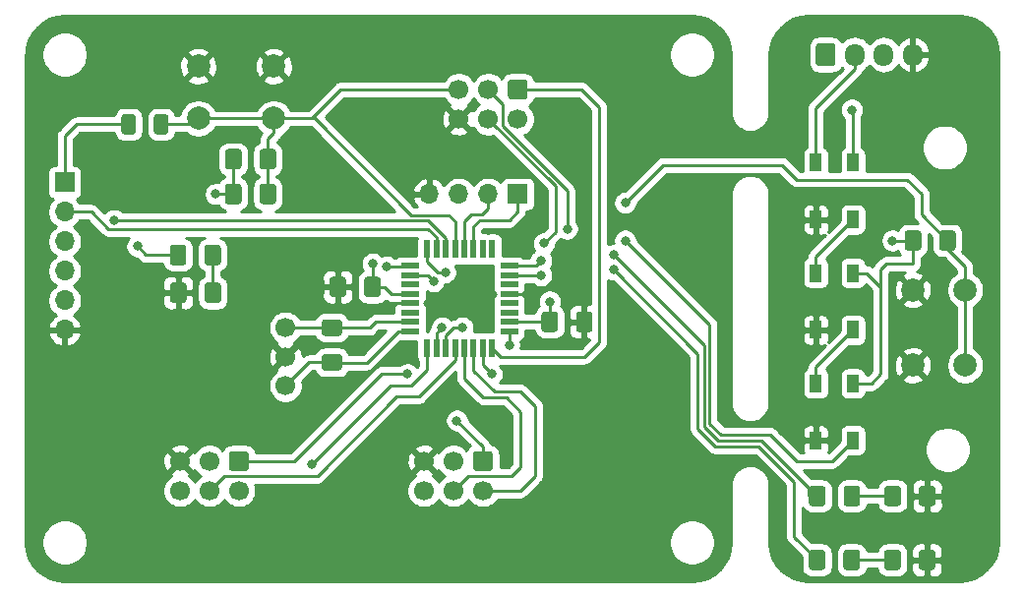
<source format=gbr>
%TF.GenerationSoftware,KiCad,Pcbnew,5.1.6-c6e7f7d~87~ubuntu20.04.1*%
%TF.CreationDate,2020-08-28T13:01:10+02:00*%
%TF.ProjectId,DccModule,4463634d-6f64-4756-9c65-2e6b69636164,rev?*%
%TF.SameCoordinates,Original*%
%TF.FileFunction,Copper,L1,Top*%
%TF.FilePolarity,Positive*%
%FSLAX46Y46*%
G04 Gerber Fmt 4.6, Leading zero omitted, Abs format (unit mm)*
G04 Created by KiCad (PCBNEW 5.1.6-c6e7f7d~87~ubuntu20.04.1) date 2020-08-28 13:01:10*
%MOMM*%
%LPD*%
G01*
G04 APERTURE LIST*
%TA.AperFunction,ComponentPad*%
%ADD10C,1.700000*%
%TD*%
%TA.AperFunction,SMDPad,CuDef*%
%ADD11R,0.550000X1.600000*%
%TD*%
%TA.AperFunction,SMDPad,CuDef*%
%ADD12R,1.600000X0.550000*%
%TD*%
%TA.AperFunction,ComponentPad*%
%ADD13C,2.000000*%
%TD*%
%TA.AperFunction,ComponentPad*%
%ADD14O,1.700000X1.950000*%
%TD*%
%TA.AperFunction,ComponentPad*%
%ADD15O,1.700000X1.700000*%
%TD*%
%TA.AperFunction,ComponentPad*%
%ADD16R,1.700000X1.700000*%
%TD*%
%TA.AperFunction,SMDPad,CuDef*%
%ADD17R,1.000000X1.500000*%
%TD*%
%TA.AperFunction,ViaPad*%
%ADD18C,0.800000*%
%TD*%
%TA.AperFunction,Conductor*%
%ADD19C,0.250000*%
%TD*%
%TA.AperFunction,Conductor*%
%ADD20C,0.254000*%
%TD*%
G04 APERTURE END LIST*
D10*
%TO.P,Y1,3*%
%TO.N,Net-(R1-Pad1)*%
X143000000Y-107500000D03*
%TO.P,Y1,2*%
%TO.N,GND*%
X143000000Y-110000000D03*
%TO.P,Y1,1*%
%TO.N,Net-(R1-Pad2)*%
X143000000Y-112500000D03*
%TD*%
D11*
%TO.P,U1,32*%
%TO.N,/btnRun*%
X155200000Y-100750000D03*
%TO.P,U1,31*%
%TO.N,/RX*%
X156000000Y-100750000D03*
%TO.P,U1,30*%
%TO.N,/TX*%
X156800000Y-100750000D03*
%TO.P,U1,29*%
%TO.N,/Arduino/PC6_ap_rst*%
X157600000Y-100750000D03*
%TO.P,U1,28*%
%TO.N,/SCL*%
X158400000Y-100750000D03*
%TO.P,U1,27*%
%TO.N,/SDA*%
X159200000Y-100750000D03*
%TO.P,U1,26*%
%TO.N,/Arduino/PC3_ap_a3*%
X160000000Y-100750000D03*
%TO.P,U1,25*%
%TO.N,/Arduino/PC2_ap_a2*%
X160800000Y-100750000D03*
D12*
%TO.P,U1,24*%
%TO.N,/Sns_B*%
X162250000Y-102200000D03*
%TO.P,U1,23*%
%TO.N,/Sns_A*%
X162250000Y-103000000D03*
%TO.P,U1,22*%
%TO.N,/Arduino/PE3*%
X162250000Y-103800000D03*
%TO.P,U1,21*%
%TO.N,GND*%
X162250000Y-104600000D03*
%TO.P,U1,20*%
%TO.N,/Arduino/ap_aref*%
X162250000Y-105400000D03*
%TO.P,U1,19*%
%TO.N,/Arduino/PE2*%
X162250000Y-106200000D03*
%TO.P,U1,18*%
%TO.N,+5V*%
X162250000Y-107000000D03*
%TO.P,U1,17*%
%TO.N,/Arduino/PB5_ap_13_sck*%
X162250000Y-107800000D03*
D11*
%TO.P,U1,16*%
%TO.N,/Arduino/PB4_ap_12_miso*%
X160800000Y-109250000D03*
%TO.P,U1,15*%
%TO.N,/EN_B*%
X160000000Y-109250000D03*
%TO.P,U1,14*%
%TO.N,/DCC_A*%
X159200000Y-109250000D03*
%TO.P,U1,13*%
%TO.N,/Brake_A*%
X158400000Y-109250000D03*
%TO.P,U1,12*%
%TO.N,/Brake_B*%
X157600000Y-109250000D03*
%TO.P,U1,11*%
%TO.N,/Error*%
X156800000Y-109250000D03*
%TO.P,U1,10*%
%TO.N,/Run*%
X156000000Y-109250000D03*
%TO.P,U1,9*%
%TO.N,/DCC_B*%
X155200000Y-109250000D03*
D12*
%TO.P,U1,8*%
%TO.N,Net-(R1-Pad2)*%
X153750000Y-107800000D03*
%TO.P,U1,7*%
%TO.N,Net-(R1-Pad1)*%
X153750000Y-107000000D03*
%TO.P,U1,6*%
%TO.N,/Arduino/PE1*%
X153750000Y-106200000D03*
%TO.P,U1,5*%
%TO.N,GND*%
X153750000Y-105400000D03*
%TO.P,U1,4*%
%TO.N,+5V*%
X153750000Y-104600000D03*
%TO.P,U1,3*%
%TO.N,/Arduino/PE0*%
X153750000Y-103800000D03*
%TO.P,U1,2*%
%TO.N,/NeoPixel*%
X153750000Y-103000000D03*
%TO.P,U1,1*%
%TO.N,/EN_A*%
X153750000Y-102200000D03*
%TD*%
D13*
%TO.P,SW2,1*%
%TO.N,GND*%
X197000000Y-104250000D03*
%TO.P,SW2,2*%
%TO.N,/btnRun*%
X201500000Y-104250000D03*
%TO.P,SW2,1*%
%TO.N,GND*%
X197000000Y-110750000D03*
%TO.P,SW2,2*%
%TO.N,/btnRun*%
X201500000Y-110750000D03*
%TD*%
%TO.P,SW1,1*%
%TO.N,GND*%
X142000000Y-85000000D03*
%TO.P,SW1,2*%
%TO.N,/Arduino/PC6_ap_rst*%
X142000000Y-89500000D03*
%TO.P,SW1,1*%
%TO.N,GND*%
X135500000Y-85000000D03*
%TO.P,SW1,2*%
%TO.N,/Arduino/PC6_ap_rst*%
X135500000Y-89500000D03*
%TD*%
%TO.P,R6,2*%
%TO.N,Net-(D4-Pad2)*%
%TA.AperFunction,SMDPad,CuDef*%
G36*
G01*
X191037500Y-122625000D02*
X191037500Y-121375000D01*
G75*
G02*
X191287500Y-121125000I250000J0D01*
G01*
X192212500Y-121125000D01*
G75*
G02*
X192462500Y-121375000I0J-250000D01*
G01*
X192462500Y-122625000D01*
G75*
G02*
X192212500Y-122875000I-250000J0D01*
G01*
X191287500Y-122875000D01*
G75*
G02*
X191037500Y-122625000I0J250000D01*
G01*
G37*
%TD.AperFunction*%
%TO.P,R6,1*%
%TO.N,/Error*%
%TA.AperFunction,SMDPad,CuDef*%
G36*
G01*
X188062500Y-122625000D02*
X188062500Y-121375000D01*
G75*
G02*
X188312500Y-121125000I250000J0D01*
G01*
X189237500Y-121125000D01*
G75*
G02*
X189487500Y-121375000I0J-250000D01*
G01*
X189487500Y-122625000D01*
G75*
G02*
X189237500Y-122875000I-250000J0D01*
G01*
X188312500Y-122875000D01*
G75*
G02*
X188062500Y-122625000I0J250000D01*
G01*
G37*
%TD.AperFunction*%
%TD*%
%TO.P,R5,2*%
%TO.N,Net-(D3-Pad2)*%
%TA.AperFunction,SMDPad,CuDef*%
G36*
G01*
X191025000Y-128125000D02*
X191025000Y-126875000D01*
G75*
G02*
X191275000Y-126625000I250000J0D01*
G01*
X192200000Y-126625000D01*
G75*
G02*
X192450000Y-126875000I0J-250000D01*
G01*
X192450000Y-128125000D01*
G75*
G02*
X192200000Y-128375000I-250000J0D01*
G01*
X191275000Y-128375000D01*
G75*
G02*
X191025000Y-128125000I0J250000D01*
G01*
G37*
%TD.AperFunction*%
%TO.P,R5,1*%
%TO.N,/Run*%
%TA.AperFunction,SMDPad,CuDef*%
G36*
G01*
X188050000Y-128125000D02*
X188050000Y-126875000D01*
G75*
G02*
X188300000Y-126625000I250000J0D01*
G01*
X189225000Y-126625000D01*
G75*
G02*
X189475000Y-126875000I0J-250000D01*
G01*
X189475000Y-128125000D01*
G75*
G02*
X189225000Y-128375000I-250000J0D01*
G01*
X188300000Y-128375000D01*
G75*
G02*
X188050000Y-128125000I0J250000D01*
G01*
G37*
%TD.AperFunction*%
%TD*%
%TO.P,R4,2*%
%TO.N,/btnRun*%
%TA.AperFunction,SMDPad,CuDef*%
G36*
G01*
X199275000Y-100625000D02*
X199275000Y-99375000D01*
G75*
G02*
X199525000Y-99125000I250000J0D01*
G01*
X200450000Y-99125000D01*
G75*
G02*
X200700000Y-99375000I0J-250000D01*
G01*
X200700000Y-100625000D01*
G75*
G02*
X200450000Y-100875000I-250000J0D01*
G01*
X199525000Y-100875000D01*
G75*
G02*
X199275000Y-100625000I0J250000D01*
G01*
G37*
%TD.AperFunction*%
%TO.P,R4,1*%
%TO.N,+5V*%
%TA.AperFunction,SMDPad,CuDef*%
G36*
G01*
X196300000Y-100625000D02*
X196300000Y-99375000D01*
G75*
G02*
X196550000Y-99125000I250000J0D01*
G01*
X197475000Y-99125000D01*
G75*
G02*
X197725000Y-99375000I0J-250000D01*
G01*
X197725000Y-100625000D01*
G75*
G02*
X197475000Y-100875000I-250000J0D01*
G01*
X196550000Y-100875000D01*
G75*
G02*
X196300000Y-100625000I0J250000D01*
G01*
G37*
%TD.AperFunction*%
%TD*%
%TO.P,R3,2*%
%TO.N,Net-(D2-Pad2)*%
%TA.AperFunction,SMDPad,CuDef*%
G36*
G01*
X136025000Y-101875000D02*
X136025000Y-100625000D01*
G75*
G02*
X136275000Y-100375000I250000J0D01*
G01*
X137200000Y-100375000D01*
G75*
G02*
X137450000Y-100625000I0J-250000D01*
G01*
X137450000Y-101875000D01*
G75*
G02*
X137200000Y-102125000I-250000J0D01*
G01*
X136275000Y-102125000D01*
G75*
G02*
X136025000Y-101875000I0J250000D01*
G01*
G37*
%TD.AperFunction*%
%TO.P,R3,1*%
%TO.N,+5V*%
%TA.AperFunction,SMDPad,CuDef*%
G36*
G01*
X133050000Y-101875000D02*
X133050000Y-100625000D01*
G75*
G02*
X133300000Y-100375000I250000J0D01*
G01*
X134225000Y-100375000D01*
G75*
G02*
X134475000Y-100625000I0J-250000D01*
G01*
X134475000Y-101875000D01*
G75*
G02*
X134225000Y-102125000I-250000J0D01*
G01*
X133300000Y-102125000D01*
G75*
G02*
X133050000Y-101875000I0J250000D01*
G01*
G37*
%TD.AperFunction*%
%TD*%
%TO.P,R2,2*%
%TO.N,/Arduino/PC6_ap_rst*%
%TA.AperFunction,SMDPad,CuDef*%
G36*
G01*
X140775000Y-96625000D02*
X140775000Y-95375000D01*
G75*
G02*
X141025000Y-95125000I250000J0D01*
G01*
X141950000Y-95125000D01*
G75*
G02*
X142200000Y-95375000I0J-250000D01*
G01*
X142200000Y-96625000D01*
G75*
G02*
X141950000Y-96875000I-250000J0D01*
G01*
X141025000Y-96875000D01*
G75*
G02*
X140775000Y-96625000I0J250000D01*
G01*
G37*
%TD.AperFunction*%
%TO.P,R2,1*%
%TO.N,+5V*%
%TA.AperFunction,SMDPad,CuDef*%
G36*
G01*
X137800000Y-96625000D02*
X137800000Y-95375000D01*
G75*
G02*
X138050000Y-95125000I250000J0D01*
G01*
X138975000Y-95125000D01*
G75*
G02*
X139225000Y-95375000I0J-250000D01*
G01*
X139225000Y-96625000D01*
G75*
G02*
X138975000Y-96875000I-250000J0D01*
G01*
X138050000Y-96875000D01*
G75*
G02*
X137800000Y-96625000I0J250000D01*
G01*
G37*
%TD.AperFunction*%
%TD*%
%TO.P,R1,2*%
%TO.N,Net-(R1-Pad2)*%
%TA.AperFunction,SMDPad,CuDef*%
G36*
G01*
X146375000Y-109775000D02*
X147625000Y-109775000D01*
G75*
G02*
X147875000Y-110025000I0J-250000D01*
G01*
X147875000Y-110950000D01*
G75*
G02*
X147625000Y-111200000I-250000J0D01*
G01*
X146375000Y-111200000D01*
G75*
G02*
X146125000Y-110950000I0J250000D01*
G01*
X146125000Y-110025000D01*
G75*
G02*
X146375000Y-109775000I250000J0D01*
G01*
G37*
%TD.AperFunction*%
%TO.P,R1,1*%
%TO.N,Net-(R1-Pad1)*%
%TA.AperFunction,SMDPad,CuDef*%
G36*
G01*
X146375000Y-106800000D02*
X147625000Y-106800000D01*
G75*
G02*
X147875000Y-107050000I0J-250000D01*
G01*
X147875000Y-107975000D01*
G75*
G02*
X147625000Y-108225000I-250000J0D01*
G01*
X146375000Y-108225000D01*
G75*
G02*
X146125000Y-107975000I0J250000D01*
G01*
X146125000Y-107050000D01*
G75*
G02*
X146375000Y-106800000I250000J0D01*
G01*
G37*
%TD.AperFunction*%
%TD*%
D14*
%TO.P,J6,4*%
%TO.N,GND*%
X197000000Y-84000000D03*
%TO.P,J6,3*%
%TO.N,Net-(J6-Pad3)*%
X194500000Y-84000000D03*
%TO.P,J6,2*%
%TO.N,Net-(D7-Pad2)*%
X192000000Y-84000000D03*
%TO.P,J6,1*%
%TO.N,+5V*%
%TA.AperFunction,ComponentPad*%
G36*
G01*
X188650000Y-84725000D02*
X188650000Y-83275000D01*
G75*
G02*
X188900000Y-83025000I250000J0D01*
G01*
X190100000Y-83025000D01*
G75*
G02*
X190350000Y-83275000I0J-250000D01*
G01*
X190350000Y-84725000D01*
G75*
G02*
X190100000Y-84975000I-250000J0D01*
G01*
X188900000Y-84975000D01*
G75*
G02*
X188650000Y-84725000I0J250000D01*
G01*
G37*
%TD.AperFunction*%
%TD*%
D10*
%TO.P,J5,6*%
%TO.N,GND*%
X157920000Y-89540000D03*
%TO.P,J5,4*%
%TO.N,/EN_B*%
X160460000Y-89540000D03*
%TO.P,J5,2*%
%TO.N,+5V*%
X163000000Y-89540000D03*
%TO.P,J5,5*%
%TO.N,/Arduino/PC6_ap_rst*%
X157920000Y-87000000D03*
%TO.P,J5,3*%
%TO.N,/Arduino/PB5_ap_13_sck*%
X160460000Y-87000000D03*
%TO.P,J5,1*%
%TO.N,/Arduino/PB4_ap_12_miso*%
%TA.AperFunction,ComponentPad*%
G36*
G01*
X162400000Y-86150000D02*
X163600000Y-86150000D01*
G75*
G02*
X163850000Y-86400000I0J-250000D01*
G01*
X163850000Y-87600000D01*
G75*
G02*
X163600000Y-87850000I-250000J0D01*
G01*
X162400000Y-87850000D01*
G75*
G02*
X162150000Y-87600000I0J250000D01*
G01*
X162150000Y-86400000D01*
G75*
G02*
X162400000Y-86150000I250000J0D01*
G01*
G37*
%TD.AperFunction*%
%TD*%
%TO.P,J4,6*%
%TO.N,+5V*%
X154920000Y-121540000D03*
%TO.P,J4,4*%
%TO.N,/Brake_A*%
X157460000Y-121540000D03*
%TO.P,J4,2*%
%TO.N,/DCC_A*%
X160000000Y-121540000D03*
%TO.P,J4,5*%
%TO.N,GND*%
X154920000Y-119000000D03*
%TO.P,J4,3*%
%TO.N,/Sns_A*%
X157460000Y-119000000D03*
%TO.P,J4,1*%
%TO.N,/EN_A*%
%TA.AperFunction,ComponentPad*%
G36*
G01*
X159400000Y-118150000D02*
X160600000Y-118150000D01*
G75*
G02*
X160850000Y-118400000I0J-250000D01*
G01*
X160850000Y-119600000D01*
G75*
G02*
X160600000Y-119850000I-250000J0D01*
G01*
X159400000Y-119850000D01*
G75*
G02*
X159150000Y-119600000I0J250000D01*
G01*
X159150000Y-118400000D01*
G75*
G02*
X159400000Y-118150000I250000J0D01*
G01*
G37*
%TD.AperFunction*%
%TD*%
%TO.P,J3,6*%
%TO.N,+5V*%
X133920000Y-121540000D03*
%TO.P,J3,4*%
%TO.N,/Brake_B*%
X136460000Y-121540000D03*
%TO.P,J3,2*%
%TO.N,/DCC_B*%
X139000000Y-121540000D03*
%TO.P,J3,5*%
%TO.N,GND*%
X133920000Y-119000000D03*
%TO.P,J3,3*%
%TO.N,/Sns_B*%
X136460000Y-119000000D03*
%TO.P,J3,1*%
%TO.N,/EN_B*%
%TA.AperFunction,ComponentPad*%
G36*
G01*
X138400000Y-118150000D02*
X139600000Y-118150000D01*
G75*
G02*
X139850000Y-118400000I0J-250000D01*
G01*
X139850000Y-119600000D01*
G75*
G02*
X139600000Y-119850000I-250000J0D01*
G01*
X138400000Y-119850000D01*
G75*
G02*
X138150000Y-119600000I0J250000D01*
G01*
X138150000Y-118400000D01*
G75*
G02*
X138400000Y-118150000I250000J0D01*
G01*
G37*
%TD.AperFunction*%
%TD*%
D15*
%TO.P,J2,6*%
%TO.N,GND*%
X124000000Y-107700000D03*
%TO.P,J2,5*%
%TO.N,Net-(J2-Pad5)*%
X124000000Y-105160000D03*
%TO.P,J2,4*%
%TO.N,+5V*%
X124000000Y-102620000D03*
%TO.P,J2,3*%
%TO.N,/TX*%
X124000000Y-100080000D03*
%TO.P,J2,2*%
%TO.N,/RX*%
X124000000Y-97540000D03*
D16*
%TO.P,J2,1*%
%TO.N,/DTR*%
X124000000Y-95000000D03*
%TD*%
D15*
%TO.P,J1,4*%
%TO.N,GND*%
X155380000Y-96000000D03*
%TO.P,J1,3*%
%TO.N,+5V*%
X157920000Y-96000000D03*
%TO.P,J1,2*%
%TO.N,/SCL*%
X160460000Y-96000000D03*
D16*
%TO.P,J1,1*%
%TO.N,/SDA*%
X163000000Y-96000000D03*
%TD*%
D17*
%TO.P,D7,1*%
%TO.N,+5V*%
X191850000Y-93300000D03*
%TO.P,D7,2*%
%TO.N,Net-(D7-Pad2)*%
X188650000Y-93300000D03*
%TO.P,D7,4*%
%TO.N,Net-(D6-Pad2)*%
X191850000Y-98200000D03*
%TO.P,D7,3*%
%TO.N,GND*%
X188650000Y-98200000D03*
%TD*%
%TO.P,D6,1*%
%TO.N,+5V*%
X191850000Y-102800000D03*
%TO.P,D6,2*%
%TO.N,Net-(D6-Pad2)*%
X188650000Y-102800000D03*
%TO.P,D6,4*%
%TO.N,Net-(D5-Pad2)*%
X191850000Y-107700000D03*
%TO.P,D6,3*%
%TO.N,GND*%
X188650000Y-107700000D03*
%TD*%
%TO.P,D5,1*%
%TO.N,+5V*%
X191850000Y-112300000D03*
%TO.P,D5,2*%
%TO.N,Net-(D5-Pad2)*%
X188650000Y-112300000D03*
%TO.P,D5,4*%
%TO.N,/NeoPixel*%
X191850000Y-117200000D03*
%TO.P,D5,3*%
%TO.N,GND*%
X188650000Y-117200000D03*
%TD*%
%TO.P,D4,2*%
%TO.N,Net-(D4-Pad2)*%
%TA.AperFunction,SMDPad,CuDef*%
G36*
G01*
X195975000Y-121375000D02*
X195975000Y-122625000D01*
G75*
G02*
X195725000Y-122875000I-250000J0D01*
G01*
X194800000Y-122875000D01*
G75*
G02*
X194550000Y-122625000I0J250000D01*
G01*
X194550000Y-121375000D01*
G75*
G02*
X194800000Y-121125000I250000J0D01*
G01*
X195725000Y-121125000D01*
G75*
G02*
X195975000Y-121375000I0J-250000D01*
G01*
G37*
%TD.AperFunction*%
%TO.P,D4,1*%
%TO.N,GND*%
%TA.AperFunction,SMDPad,CuDef*%
G36*
G01*
X198950000Y-121375000D02*
X198950000Y-122625000D01*
G75*
G02*
X198700000Y-122875000I-250000J0D01*
G01*
X197775000Y-122875000D01*
G75*
G02*
X197525000Y-122625000I0J250000D01*
G01*
X197525000Y-121375000D01*
G75*
G02*
X197775000Y-121125000I250000J0D01*
G01*
X198700000Y-121125000D01*
G75*
G02*
X198950000Y-121375000I0J-250000D01*
G01*
G37*
%TD.AperFunction*%
%TD*%
%TO.P,D3,2*%
%TO.N,Net-(D3-Pad2)*%
%TA.AperFunction,SMDPad,CuDef*%
G36*
G01*
X195962500Y-126875000D02*
X195962500Y-128125000D01*
G75*
G02*
X195712500Y-128375000I-250000J0D01*
G01*
X194787500Y-128375000D01*
G75*
G02*
X194537500Y-128125000I0J250000D01*
G01*
X194537500Y-126875000D01*
G75*
G02*
X194787500Y-126625000I250000J0D01*
G01*
X195712500Y-126625000D01*
G75*
G02*
X195962500Y-126875000I0J-250000D01*
G01*
G37*
%TD.AperFunction*%
%TO.P,D3,1*%
%TO.N,GND*%
%TA.AperFunction,SMDPad,CuDef*%
G36*
G01*
X198937500Y-126875000D02*
X198937500Y-128125000D01*
G75*
G02*
X198687500Y-128375000I-250000J0D01*
G01*
X197762500Y-128375000D01*
G75*
G02*
X197512500Y-128125000I0J250000D01*
G01*
X197512500Y-126875000D01*
G75*
G02*
X197762500Y-126625000I250000J0D01*
G01*
X198687500Y-126625000D01*
G75*
G02*
X198937500Y-126875000I0J-250000D01*
G01*
G37*
%TD.AperFunction*%
%TD*%
%TO.P,D2,2*%
%TO.N,Net-(D2-Pad2)*%
%TA.AperFunction,SMDPad,CuDef*%
G36*
G01*
X136037500Y-105125000D02*
X136037500Y-103875000D01*
G75*
G02*
X136287500Y-103625000I250000J0D01*
G01*
X137212500Y-103625000D01*
G75*
G02*
X137462500Y-103875000I0J-250000D01*
G01*
X137462500Y-105125000D01*
G75*
G02*
X137212500Y-105375000I-250000J0D01*
G01*
X136287500Y-105375000D01*
G75*
G02*
X136037500Y-105125000I0J250000D01*
G01*
G37*
%TD.AperFunction*%
%TO.P,D2,1*%
%TO.N,GND*%
%TA.AperFunction,SMDPad,CuDef*%
G36*
G01*
X133062500Y-105125000D02*
X133062500Y-103875000D01*
G75*
G02*
X133312500Y-103625000I250000J0D01*
G01*
X134237500Y-103625000D01*
G75*
G02*
X134487500Y-103875000I0J-250000D01*
G01*
X134487500Y-105125000D01*
G75*
G02*
X134237500Y-105375000I-250000J0D01*
G01*
X133312500Y-105375000D01*
G75*
G02*
X133062500Y-105125000I0J250000D01*
G01*
G37*
%TD.AperFunction*%
%TD*%
%TO.P,D1,2*%
%TO.N,/Arduino/PC6_ap_rst*%
%TA.AperFunction,SMDPad,CuDef*%
G36*
G01*
X140775000Y-93625000D02*
X140775000Y-92375000D01*
G75*
G02*
X141025000Y-92125000I250000J0D01*
G01*
X141950000Y-92125000D01*
G75*
G02*
X142200000Y-92375000I0J-250000D01*
G01*
X142200000Y-93625000D01*
G75*
G02*
X141950000Y-93875000I-250000J0D01*
G01*
X141025000Y-93875000D01*
G75*
G02*
X140775000Y-93625000I0J250000D01*
G01*
G37*
%TD.AperFunction*%
%TO.P,D1,1*%
%TO.N,+5V*%
%TA.AperFunction,SMDPad,CuDef*%
G36*
G01*
X137800000Y-93625000D02*
X137800000Y-92375000D01*
G75*
G02*
X138050000Y-92125000I250000J0D01*
G01*
X138975000Y-92125000D01*
G75*
G02*
X139225000Y-92375000I0J-250000D01*
G01*
X139225000Y-93625000D01*
G75*
G02*
X138975000Y-93875000I-250000J0D01*
G01*
X138050000Y-93875000D01*
G75*
G02*
X137800000Y-93625000I0J250000D01*
G01*
G37*
%TD.AperFunction*%
%TD*%
%TO.P,C3,2*%
%TO.N,GND*%
%TA.AperFunction,SMDPad,CuDef*%
G36*
G01*
X148225000Y-103375000D02*
X148225000Y-104625000D01*
G75*
G02*
X147975000Y-104875000I-250000J0D01*
G01*
X147050000Y-104875000D01*
G75*
G02*
X146800000Y-104625000I0J250000D01*
G01*
X146800000Y-103375000D01*
G75*
G02*
X147050000Y-103125000I250000J0D01*
G01*
X147975000Y-103125000D01*
G75*
G02*
X148225000Y-103375000I0J-250000D01*
G01*
G37*
%TD.AperFunction*%
%TO.P,C3,1*%
%TO.N,+5V*%
%TA.AperFunction,SMDPad,CuDef*%
G36*
G01*
X151200000Y-103375000D02*
X151200000Y-104625000D01*
G75*
G02*
X150950000Y-104875000I-250000J0D01*
G01*
X150025000Y-104875000D01*
G75*
G02*
X149775000Y-104625000I0J250000D01*
G01*
X149775000Y-103375000D01*
G75*
G02*
X150025000Y-103125000I250000J0D01*
G01*
X150950000Y-103125000D01*
G75*
G02*
X151200000Y-103375000I0J-250000D01*
G01*
G37*
%TD.AperFunction*%
%TD*%
%TO.P,C2,2*%
%TO.N,+5V*%
%TA.AperFunction,SMDPad,CuDef*%
G36*
G01*
X166462500Y-106375000D02*
X166462500Y-107625000D01*
G75*
G02*
X166212500Y-107875000I-250000J0D01*
G01*
X165287500Y-107875000D01*
G75*
G02*
X165037500Y-107625000I0J250000D01*
G01*
X165037500Y-106375000D01*
G75*
G02*
X165287500Y-106125000I250000J0D01*
G01*
X166212500Y-106125000D01*
G75*
G02*
X166462500Y-106375000I0J-250000D01*
G01*
G37*
%TD.AperFunction*%
%TO.P,C2,1*%
%TO.N,GND*%
%TA.AperFunction,SMDPad,CuDef*%
G36*
G01*
X169437500Y-106375000D02*
X169437500Y-107625000D01*
G75*
G02*
X169187500Y-107875000I-250000J0D01*
G01*
X168262500Y-107875000D01*
G75*
G02*
X168012500Y-107625000I0J250000D01*
G01*
X168012500Y-106375000D01*
G75*
G02*
X168262500Y-106125000I250000J0D01*
G01*
X169187500Y-106125000D01*
G75*
G02*
X169437500Y-106375000I0J-250000D01*
G01*
G37*
%TD.AperFunction*%
%TD*%
%TO.P,C1,2*%
%TO.N,/DTR*%
%TA.AperFunction,SMDPad,CuDef*%
G36*
G01*
X130125000Y-89375000D02*
X130125000Y-90625000D01*
G75*
G02*
X129875000Y-90875000I-250000J0D01*
G01*
X129125000Y-90875000D01*
G75*
G02*
X128875000Y-90625000I0J250000D01*
G01*
X128875000Y-89375000D01*
G75*
G02*
X129125000Y-89125000I250000J0D01*
G01*
X129875000Y-89125000D01*
G75*
G02*
X130125000Y-89375000I0J-250000D01*
G01*
G37*
%TD.AperFunction*%
%TO.P,C1,1*%
%TO.N,/Arduino/PC6_ap_rst*%
%TA.AperFunction,SMDPad,CuDef*%
G36*
G01*
X132925000Y-89375000D02*
X132925000Y-90625000D01*
G75*
G02*
X132675000Y-90875000I-250000J0D01*
G01*
X131925000Y-90875000D01*
G75*
G02*
X131675000Y-90625000I0J250000D01*
G01*
X131675000Y-89375000D01*
G75*
G02*
X131925000Y-89125000I250000J0D01*
G01*
X132675000Y-89125000D01*
G75*
G02*
X132925000Y-89375000I0J-250000D01*
G01*
G37*
%TD.AperFunction*%
%TD*%
D18*
%TO.N,+5V*%
X137000000Y-96000000D03*
X150500000Y-102000000D03*
X165750000Y-105250000D03*
X191750000Y-88750000D03*
X130250000Y-100500000D03*
X195250000Y-100000000D03*
%TO.N,GND*%
X160250000Y-106000000D03*
X168000000Y-102000000D03*
X166750000Y-89500000D03*
X149750000Y-89250000D03*
X145250000Y-92500000D03*
X178750000Y-99500000D03*
X157250000Y-113250000D03*
X168500000Y-94750000D03*
%TO.N,/NeoPixel*%
X172250000Y-100000000D03*
X155750000Y-103500000D03*
%TO.N,/TX*%
X128250000Y-98250000D03*
%TO.N,/DCC_B*%
X145250000Y-119250000D03*
%TO.N,/Sns_B*%
X165000000Y-101750000D03*
%TO.N,/EN_B*%
X153500000Y-111500000D03*
X160750000Y-111500000D03*
X165250000Y-100250000D03*
%TO.N,/Sns_A*%
X165000000Y-103000000D03*
%TO.N,/EN_A*%
X157750000Y-115500000D03*
X151750000Y-102250000D03*
%TO.N,/Arduino/PB5_ap_13_sck*%
X167250000Y-99000000D03*
X162250000Y-109000000D03*
%TO.N,/btnRun*%
X156750000Y-102750000D03*
X172250000Y-96750000D03*
%TO.N,/Run*%
X156487347Y-107487347D03*
X171250000Y-102500000D03*
%TO.N,/Error*%
X158250000Y-107500000D03*
X171250000Y-101250000D03*
%TD*%
D19*
%TO.N,/DTR*%
X124000000Y-95000000D02*
X124000000Y-91000000D01*
X125000000Y-90000000D02*
X129500000Y-90000000D01*
X124000000Y-91000000D02*
X125000000Y-90000000D01*
%TO.N,/Arduino/PC6_ap_rst*%
X135000000Y-90000000D02*
X135500000Y-89500000D01*
X132300000Y-90000000D02*
X135000000Y-90000000D01*
X142000000Y-89500000D02*
X142000000Y-90750000D01*
X141487500Y-91262500D02*
X141487500Y-93000000D01*
X142000000Y-90750000D02*
X141487500Y-91262500D01*
X141487500Y-93000000D02*
X141487500Y-96000000D01*
X135500000Y-89500000D02*
X142000000Y-89500000D01*
X142000000Y-89500000D02*
X145250000Y-89500000D01*
X147750000Y-87000000D02*
X157920000Y-87000000D01*
X145250000Y-89500000D02*
X147750000Y-87000000D01*
X142000000Y-89500000D02*
X145500000Y-89500000D01*
X153799990Y-97799990D02*
X157049990Y-97799990D01*
X145500000Y-89500000D02*
X153799990Y-97799990D01*
X157600000Y-98350000D02*
X157600000Y-100750000D01*
X157049990Y-97799990D02*
X157600000Y-98350000D01*
%TO.N,+5V*%
X150487500Y-104000000D02*
X151500000Y-104000000D01*
X152100000Y-104600000D02*
X153750000Y-104600000D01*
X151500000Y-104000000D02*
X152100000Y-104600000D01*
X165750000Y-107000000D02*
X162250000Y-107000000D01*
X138512500Y-93000000D02*
X138512500Y-96000000D01*
X137000000Y-96000000D02*
X138512500Y-96000000D01*
X150500000Y-103987500D02*
X150487500Y-104000000D01*
X150500000Y-102000000D02*
X150500000Y-103987500D01*
X165750000Y-105250000D02*
X165750000Y-107000000D01*
X191850000Y-93300000D02*
X191850000Y-88850000D01*
X191850000Y-88850000D02*
X191750000Y-88750000D01*
X197012500Y-101987500D02*
X197000000Y-102000000D01*
X197012500Y-100000000D02*
X197012500Y-101987500D01*
X131000000Y-101250000D02*
X130250000Y-100500000D01*
X133762500Y-101250000D02*
X131000000Y-101250000D01*
X194250000Y-102500000D02*
X194750000Y-102000000D01*
X194750000Y-102000000D02*
X197000000Y-102000000D01*
X193450000Y-112300000D02*
X194250000Y-111500000D01*
X191850000Y-112300000D02*
X193450000Y-112300000D01*
X191850000Y-102800000D02*
X193050000Y-102800000D01*
X193050000Y-102800000D02*
X194250000Y-104000000D01*
X194250000Y-104000000D02*
X194250000Y-102500000D01*
X194250000Y-111500000D02*
X194250000Y-104000000D01*
X197012500Y-100000000D02*
X195250000Y-100000000D01*
%TO.N,GND*%
X153750000Y-105400000D02*
X152600000Y-105400000D01*
X162250000Y-104600000D02*
X163350000Y-104600000D01*
%TO.N,Net-(D2-Pad2)*%
X136750000Y-101262500D02*
X136737500Y-101250000D01*
X136750000Y-104500000D02*
X136750000Y-101262500D01*
%TO.N,Net-(D3-Pad2)*%
X195250000Y-127500000D02*
X191737500Y-127500000D01*
%TO.N,Net-(D4-Pad2)*%
X191750000Y-122000000D02*
X195750000Y-122000000D01*
X195750000Y-122000000D02*
X195262500Y-122000000D01*
%TO.N,Net-(D5-Pad2)*%
X188650000Y-110900000D02*
X191850000Y-107700000D01*
X188650000Y-112300000D02*
X188650000Y-110900000D01*
%TO.N,/NeoPixel*%
X155250000Y-103000000D02*
X155750000Y-103500000D01*
X153750000Y-103000000D02*
X155250000Y-103000000D01*
X187000000Y-119000000D02*
X190050000Y-119000000D01*
X184750000Y-116750000D02*
X187000000Y-119000000D01*
X180500000Y-116750000D02*
X184750000Y-116750000D01*
X179500000Y-115750000D02*
X180500000Y-116750000D01*
X179500000Y-107250000D02*
X179500000Y-115750000D01*
X190050000Y-119000000D02*
X191850000Y-117200000D01*
X172250000Y-100000000D02*
X179500000Y-107250000D01*
%TO.N,Net-(D6-Pad2)*%
X188650000Y-101400000D02*
X191850000Y-98200000D01*
X188650000Y-102800000D02*
X188650000Y-101400000D01*
%TO.N,Net-(D7-Pad2)*%
X192000000Y-84000000D02*
X192000000Y-85250000D01*
X188650000Y-88600000D02*
X188650000Y-89650000D01*
X192000000Y-85250000D02*
X188650000Y-88600000D01*
X188650000Y-89650000D02*
X188650000Y-89350000D01*
X188650000Y-93300000D02*
X188650000Y-89650000D01*
%TO.N,/SCL*%
X160460000Y-96000000D02*
X160460000Y-97210000D01*
X160460000Y-97210000D02*
X159920000Y-97750000D01*
X159920000Y-97750000D02*
X159000000Y-97750000D01*
X158400000Y-98350000D02*
X158400000Y-100750000D01*
X159000000Y-97750000D02*
X158400000Y-98350000D01*
%TO.N,/SDA*%
X163000000Y-96000000D02*
X163000000Y-97500000D01*
X163000000Y-97500000D02*
X162250000Y-98250000D01*
X162250000Y-98250000D02*
X159750000Y-98250000D01*
X159200000Y-98800000D02*
X159200000Y-100750000D01*
X159750000Y-98250000D02*
X159200000Y-98800000D01*
%TO.N,/TX*%
X156800000Y-100750000D02*
X156800000Y-99800000D01*
X155250000Y-98250000D02*
X128250000Y-98250000D01*
X156800000Y-99800000D02*
X155250000Y-98250000D01*
%TO.N,/RX*%
X156000000Y-99700000D02*
X156000000Y-100750000D01*
X155300000Y-99000000D02*
X156000000Y-99700000D01*
X127750000Y-99000000D02*
X155300000Y-99000000D01*
X126290000Y-97540000D02*
X127750000Y-99000000D01*
X124000000Y-97540000D02*
X126290000Y-97540000D01*
%TO.N,/Brake_B*%
X154474987Y-113425013D02*
X157600000Y-110300000D01*
X157600000Y-110300000D02*
X157600000Y-109250000D01*
X152574987Y-113425013D02*
X154474987Y-113425013D01*
X145750000Y-120250000D02*
X152574987Y-113425013D01*
X137750000Y-120250000D02*
X145750000Y-120250000D01*
X136460000Y-121540000D02*
X137750000Y-120250000D01*
%TO.N,/DCC_B*%
X155200000Y-111123004D02*
X155200000Y-109250000D01*
X153848002Y-112475002D02*
X155200000Y-111123004D01*
X145250000Y-119250000D02*
X152024998Y-112475002D01*
X152024998Y-112475002D02*
X153848002Y-112475002D01*
%TO.N,/Sns_B*%
X164550000Y-102200000D02*
X162250000Y-102200000D01*
X165000000Y-101750000D02*
X164550000Y-102200000D01*
%TO.N,/EN_B*%
X139000000Y-119000000D02*
X143750000Y-119000000D01*
X151250000Y-111500000D02*
X153500000Y-111500000D01*
X143750000Y-119000000D02*
X151250000Y-111500000D01*
X160750000Y-111500000D02*
X160000000Y-110750000D01*
X160000000Y-110750000D02*
X160000000Y-109250000D01*
X160460000Y-89540000D02*
X166250000Y-95330000D01*
X166250000Y-99250000D02*
X165250000Y-100250000D01*
X166250000Y-95330000D02*
X166250000Y-99250000D01*
%TO.N,/Brake_A*%
X158400000Y-111900000D02*
X158400000Y-109250000D01*
X160000000Y-113500000D02*
X158400000Y-111900000D01*
X163250000Y-114750000D02*
X162000000Y-113500000D01*
X162500000Y-120250000D02*
X163250000Y-119500000D01*
X162000000Y-113500000D02*
X160000000Y-113500000D01*
X158750000Y-120250000D02*
X162500000Y-120250000D01*
X163250000Y-119500000D02*
X163250000Y-114750000D01*
X157460000Y-121540000D02*
X158750000Y-120250000D01*
%TO.N,/DCC_A*%
X160000000Y-121540000D02*
X163210000Y-121540000D01*
X163210000Y-121540000D02*
X164500000Y-120250000D01*
X164500000Y-120250000D02*
X164500000Y-114250000D01*
X164500000Y-114250000D02*
X163250000Y-113000000D01*
X163250000Y-113000000D02*
X161000000Y-113000000D01*
X159200000Y-111200000D02*
X159200000Y-109250000D01*
X161000000Y-113000000D02*
X159200000Y-111200000D01*
%TO.N,/Sns_A*%
X165000000Y-103000000D02*
X162250000Y-103000000D01*
%TO.N,/EN_A*%
X160000000Y-119000000D02*
X160000000Y-117750000D01*
X160000000Y-117750000D02*
X157750000Y-115500000D01*
X153700000Y-102250000D02*
X153750000Y-102200000D01*
X151750000Y-102250000D02*
X153700000Y-102250000D01*
%TO.N,/Arduino/PB5_ap_13_sck*%
X160460000Y-87000000D02*
X161710000Y-88250000D01*
X161710000Y-90153590D02*
X167250000Y-95693590D01*
X167250000Y-95693590D02*
X167250000Y-99000000D01*
X161710000Y-88250000D02*
X161710000Y-90153590D01*
X162250000Y-107800000D02*
X162250000Y-109000000D01*
%TO.N,/Arduino/PB4_ap_12_miso*%
X161550000Y-110000000D02*
X160800000Y-109250000D01*
X168750000Y-110000000D02*
X161550000Y-110000000D01*
X170000000Y-108750000D02*
X168750000Y-110000000D01*
X170000000Y-88500000D02*
X170000000Y-108750000D01*
X168500000Y-87000000D02*
X170000000Y-88500000D01*
X163000000Y-87000000D02*
X168500000Y-87000000D01*
%TO.N,Net-(R1-Pad2)*%
X153750000Y-107800000D02*
X152700000Y-107800000D01*
X152700000Y-107800000D02*
X150000000Y-110500000D01*
X147012500Y-110500000D02*
X147000000Y-110487500D01*
X150000000Y-110500000D02*
X147012500Y-110500000D01*
X145012500Y-110487500D02*
X143000000Y-112500000D01*
X147000000Y-110487500D02*
X145012500Y-110487500D01*
%TO.N,Net-(R1-Pad1)*%
X147000000Y-107512500D02*
X150237500Y-107512500D01*
X150750000Y-107000000D02*
X153750000Y-107000000D01*
X150237500Y-107512500D02*
X150750000Y-107000000D01*
X143012500Y-107512500D02*
X143000000Y-107500000D01*
X147000000Y-107512500D02*
X143012500Y-107512500D01*
%TO.N,/btnRun*%
X199987500Y-100000000D02*
X199987500Y-100737500D01*
X201500000Y-102250000D02*
X201500000Y-104250000D01*
X199987500Y-100737500D02*
X201500000Y-102250000D01*
X201500000Y-104250000D02*
X201500000Y-110750000D01*
X156150000Y-102750000D02*
X156750000Y-102750000D01*
X155200000Y-101800000D02*
X156150000Y-102750000D01*
X155200000Y-100750000D02*
X155200000Y-101800000D01*
X175500000Y-93500000D02*
X172250000Y-96750000D01*
X187000000Y-94750000D02*
X185750000Y-93500000D01*
X196500000Y-94750000D02*
X187000000Y-94750000D01*
X197737500Y-95987500D02*
X196500000Y-94750000D01*
X197737500Y-97750000D02*
X197737500Y-95987500D01*
X185750000Y-93500000D02*
X175500000Y-93500000D01*
X199987500Y-100000000D02*
X197737500Y-97750000D01*
%TO.N,/Run*%
X156000000Y-107974694D02*
X156487347Y-107487347D01*
X156000000Y-109250000D02*
X156000000Y-107974694D01*
X186750000Y-125487500D02*
X188762500Y-127500000D01*
X186750000Y-120750000D02*
X186750000Y-125487500D01*
X183750000Y-117750000D02*
X186750000Y-120750000D01*
X178500000Y-116250000D02*
X180000000Y-117750000D01*
X178500000Y-109750000D02*
X178500000Y-116250000D01*
X180000000Y-117750000D02*
X183750000Y-117750000D01*
X171250000Y-102500000D02*
X178500000Y-109750000D01*
%TO.N,/Error*%
X157500000Y-107500000D02*
X158250000Y-107500000D01*
X156800000Y-108200000D02*
X157500000Y-107500000D01*
X156800000Y-109250000D02*
X156800000Y-108200000D01*
X188062500Y-121312500D02*
X188062500Y-122000000D01*
X184000000Y-117250000D02*
X188062500Y-121312500D01*
X180250000Y-117250000D02*
X184000000Y-117250000D01*
X179049989Y-116049989D02*
X180250000Y-117250000D01*
X179049989Y-109049989D02*
X179049989Y-116049989D01*
X188062500Y-122000000D02*
X188775000Y-122000000D01*
X171250000Y-101250000D02*
X179049989Y-109049989D01*
%TD*%
D20*
%TO.N,GND*%
G36*
X178648126Y-80726714D02*
G01*
X179271572Y-80914943D01*
X179846579Y-81220681D01*
X180351247Y-81632279D01*
X180766362Y-82134067D01*
X181076105Y-82706924D01*
X181268682Y-83329039D01*
X181340001Y-84007594D01*
X181340000Y-89032418D01*
X181343247Y-89065386D01*
X181343247Y-89078367D01*
X181344210Y-89087532D01*
X181365965Y-89281481D01*
X181378397Y-89339966D01*
X181390022Y-89398676D01*
X181392747Y-89407479D01*
X181451760Y-89593509D01*
X181475338Y-89648519D01*
X181498120Y-89703794D01*
X181502503Y-89711900D01*
X181596525Y-89882925D01*
X181630308Y-89932264D01*
X181663423Y-89982106D01*
X181669297Y-89989206D01*
X181794747Y-90138712D01*
X181837477Y-90180557D01*
X181879638Y-90223013D01*
X181886780Y-90228837D01*
X182038879Y-90351128D01*
X182088941Y-90383887D01*
X182138523Y-90417331D01*
X182146660Y-90421657D01*
X182146663Y-90421659D01*
X182146667Y-90421660D01*
X182319615Y-90512077D01*
X182375053Y-90534475D01*
X182430228Y-90557669D01*
X182439050Y-90560332D01*
X182626275Y-90615435D01*
X182684983Y-90626633D01*
X182743628Y-90638672D01*
X182752799Y-90639570D01*
X182947161Y-90657259D01*
X183006943Y-90656842D01*
X183066801Y-90657260D01*
X183075972Y-90656360D01*
X183270069Y-90635959D01*
X183328658Y-90623932D01*
X183387423Y-90612723D01*
X183396245Y-90610059D01*
X183582683Y-90552347D01*
X183637838Y-90529162D01*
X183693291Y-90506758D01*
X183701427Y-90502432D01*
X183873104Y-90409607D01*
X183922699Y-90376154D01*
X183972753Y-90343400D01*
X183979894Y-90337576D01*
X184130272Y-90213172D01*
X184172411Y-90170737D01*
X184215161Y-90128874D01*
X184221034Y-90121773D01*
X184344384Y-89970531D01*
X184377477Y-89920723D01*
X184411284Y-89871349D01*
X184415667Y-89863243D01*
X184507292Y-89690920D01*
X184530090Y-89635608D01*
X184553652Y-89580634D01*
X184556377Y-89571831D01*
X184612786Y-89384994D01*
X184624405Y-89326314D01*
X184636842Y-89267804D01*
X184637805Y-89258639D01*
X184656850Y-89064406D01*
X184656850Y-89064402D01*
X184660000Y-89032419D01*
X184660000Y-84032278D01*
X184726714Y-83351874D01*
X184914943Y-82728428D01*
X185220681Y-82153421D01*
X185632279Y-81648753D01*
X186134067Y-81233638D01*
X186706924Y-80923895D01*
X187329039Y-80731318D01*
X188007584Y-80660000D01*
X200967722Y-80660000D01*
X201648126Y-80726714D01*
X202271572Y-80914943D01*
X202846579Y-81220681D01*
X203351247Y-81632279D01*
X203766362Y-82134067D01*
X204076105Y-82706924D01*
X204268682Y-83329039D01*
X204340001Y-84007594D01*
X204340000Y-125967721D01*
X204273286Y-126648126D01*
X204085057Y-127271570D01*
X203779323Y-127846573D01*
X203367721Y-128351248D01*
X202865933Y-128766362D01*
X202293077Y-129076104D01*
X201670961Y-129268682D01*
X200992417Y-129340000D01*
X188032279Y-129340000D01*
X187351874Y-129273286D01*
X186728430Y-129085057D01*
X186153427Y-128779323D01*
X185648752Y-128367721D01*
X185233638Y-127865933D01*
X184923896Y-127293077D01*
X184731318Y-126670961D01*
X184660000Y-125992417D01*
X184660000Y-120967581D01*
X184656753Y-120934613D01*
X184656753Y-120921633D01*
X184655790Y-120912468D01*
X184634035Y-120718518D01*
X184621600Y-120660019D01*
X184609978Y-120601325D01*
X184607253Y-120592522D01*
X184548240Y-120406491D01*
X184524674Y-120351509D01*
X184501880Y-120296206D01*
X184497497Y-120288100D01*
X184403475Y-120117075D01*
X184369702Y-120067752D01*
X184336577Y-120017894D01*
X184330703Y-120010794D01*
X184205253Y-119861288D01*
X184162523Y-119819443D01*
X184120362Y-119776987D01*
X184113220Y-119771163D01*
X183961120Y-119648872D01*
X183911061Y-119616114D01*
X183861477Y-119582669D01*
X183853340Y-119578343D01*
X183853337Y-119578341D01*
X183853333Y-119578340D01*
X183680384Y-119487923D01*
X183624972Y-119465535D01*
X183569772Y-119442331D01*
X183560950Y-119439668D01*
X183373724Y-119384565D01*
X183314986Y-119373360D01*
X183256372Y-119361328D01*
X183247200Y-119360429D01*
X183052839Y-119342741D01*
X182993057Y-119343158D01*
X182933199Y-119342740D01*
X182924028Y-119343640D01*
X182729931Y-119364041D01*
X182671348Y-119376066D01*
X182612577Y-119387277D01*
X182603755Y-119389941D01*
X182417317Y-119447653D01*
X182362162Y-119470838D01*
X182306709Y-119493242D01*
X182298573Y-119497568D01*
X182126896Y-119590393D01*
X182077278Y-119623861D01*
X182027247Y-119656600D01*
X182020106Y-119662424D01*
X181869728Y-119786828D01*
X181827589Y-119829263D01*
X181784839Y-119871126D01*
X181778966Y-119878227D01*
X181655616Y-120029469D01*
X181622534Y-120079262D01*
X181588716Y-120128651D01*
X181584333Y-120136757D01*
X181492708Y-120309079D01*
X181469909Y-120364394D01*
X181446348Y-120419366D01*
X181443623Y-120428169D01*
X181387214Y-120615005D01*
X181375594Y-120673693D01*
X181363158Y-120732196D01*
X181362195Y-120741361D01*
X181343150Y-120935595D01*
X181343150Y-120935608D01*
X181340001Y-120967581D01*
X181340000Y-125967721D01*
X181273286Y-126648126D01*
X181085057Y-127271570D01*
X180779323Y-127846573D01*
X180367721Y-128351248D01*
X179865933Y-128766362D01*
X179293077Y-129076104D01*
X178670961Y-129268682D01*
X177992417Y-129340000D01*
X124032279Y-129340000D01*
X123351874Y-129273286D01*
X122728430Y-129085057D01*
X122153427Y-128779323D01*
X121648752Y-128367721D01*
X121233638Y-127865933D01*
X120923896Y-127293077D01*
X120731318Y-126670961D01*
X120660000Y-125992417D01*
X120660000Y-125804495D01*
X122015000Y-125804495D01*
X122015000Y-126195505D01*
X122091282Y-126579003D01*
X122240915Y-126940250D01*
X122458149Y-127265364D01*
X122734636Y-127541851D01*
X123059750Y-127759085D01*
X123420997Y-127908718D01*
X123804495Y-127985000D01*
X124195505Y-127985000D01*
X124579003Y-127908718D01*
X124940250Y-127759085D01*
X125265364Y-127541851D01*
X125541851Y-127265364D01*
X125759085Y-126940250D01*
X125908718Y-126579003D01*
X125985000Y-126195505D01*
X125985000Y-125804495D01*
X176015000Y-125804495D01*
X176015000Y-126195505D01*
X176091282Y-126579003D01*
X176240915Y-126940250D01*
X176458149Y-127265364D01*
X176734636Y-127541851D01*
X177059750Y-127759085D01*
X177420997Y-127908718D01*
X177804495Y-127985000D01*
X178195505Y-127985000D01*
X178579003Y-127908718D01*
X178940250Y-127759085D01*
X179265364Y-127541851D01*
X179541851Y-127265364D01*
X179759085Y-126940250D01*
X179908718Y-126579003D01*
X179985000Y-126195505D01*
X179985000Y-125804495D01*
X179908718Y-125420997D01*
X179759085Y-125059750D01*
X179541851Y-124734636D01*
X179265364Y-124458149D01*
X178940250Y-124240915D01*
X178579003Y-124091282D01*
X178195505Y-124015000D01*
X177804495Y-124015000D01*
X177420997Y-124091282D01*
X177059750Y-124240915D01*
X176734636Y-124458149D01*
X176458149Y-124734636D01*
X176240915Y-125059750D01*
X176091282Y-125420997D01*
X176015000Y-125804495D01*
X125985000Y-125804495D01*
X125908718Y-125420997D01*
X125759085Y-125059750D01*
X125541851Y-124734636D01*
X125265364Y-124458149D01*
X124940250Y-124240915D01*
X124579003Y-124091282D01*
X124195505Y-124015000D01*
X123804495Y-124015000D01*
X123420997Y-124091282D01*
X123059750Y-124240915D01*
X122734636Y-124458149D01*
X122458149Y-124734636D01*
X122240915Y-125059750D01*
X122091282Y-125420997D01*
X122015000Y-125804495D01*
X120660000Y-125804495D01*
X120660000Y-119068531D01*
X132429389Y-119068531D01*
X132471401Y-119358019D01*
X132569081Y-119633747D01*
X132642528Y-119771157D01*
X132891603Y-119848792D01*
X133740395Y-119000000D01*
X132891603Y-118151208D01*
X132642528Y-118228843D01*
X132516629Y-118492883D01*
X132444661Y-118776411D01*
X132429389Y-119068531D01*
X120660000Y-119068531D01*
X120660000Y-117971603D01*
X133071208Y-117971603D01*
X133920000Y-118820395D01*
X134768792Y-117971603D01*
X134691157Y-117722528D01*
X134427117Y-117596629D01*
X134143589Y-117524661D01*
X133851469Y-117509389D01*
X133561981Y-117551401D01*
X133286253Y-117649081D01*
X133148843Y-117722528D01*
X133071208Y-117971603D01*
X120660000Y-117971603D01*
X120660000Y-110068531D01*
X141509389Y-110068531D01*
X141551401Y-110358019D01*
X141649081Y-110633747D01*
X141722528Y-110771157D01*
X141971603Y-110848792D01*
X142820395Y-110000000D01*
X141971603Y-109151208D01*
X141722528Y-109228843D01*
X141596629Y-109492883D01*
X141524661Y-109776411D01*
X141509389Y-110068531D01*
X120660000Y-110068531D01*
X120660000Y-108056890D01*
X122558524Y-108056890D01*
X122603175Y-108204099D01*
X122728359Y-108466920D01*
X122902412Y-108700269D01*
X123118645Y-108895178D01*
X123368748Y-109044157D01*
X123643109Y-109141481D01*
X123873000Y-109020814D01*
X123873000Y-107827000D01*
X124127000Y-107827000D01*
X124127000Y-109020814D01*
X124356891Y-109141481D01*
X124631252Y-109044157D01*
X124881355Y-108895178D01*
X125097588Y-108700269D01*
X125271641Y-108466920D01*
X125396825Y-108204099D01*
X125441476Y-108056890D01*
X125320155Y-107827000D01*
X124127000Y-107827000D01*
X123873000Y-107827000D01*
X122679845Y-107827000D01*
X122558524Y-108056890D01*
X120660000Y-108056890D01*
X120660000Y-94150000D01*
X122511928Y-94150000D01*
X122511928Y-95850000D01*
X122524188Y-95974482D01*
X122560498Y-96094180D01*
X122619463Y-96204494D01*
X122698815Y-96301185D01*
X122795506Y-96380537D01*
X122905820Y-96439502D01*
X122978380Y-96461513D01*
X122846525Y-96593368D01*
X122684010Y-96836589D01*
X122572068Y-97106842D01*
X122515000Y-97393740D01*
X122515000Y-97686260D01*
X122572068Y-97973158D01*
X122684010Y-98243411D01*
X122846525Y-98486632D01*
X123053368Y-98693475D01*
X123227760Y-98810000D01*
X123053368Y-98926525D01*
X122846525Y-99133368D01*
X122684010Y-99376589D01*
X122572068Y-99646842D01*
X122515000Y-99933740D01*
X122515000Y-100226260D01*
X122572068Y-100513158D01*
X122684010Y-100783411D01*
X122846525Y-101026632D01*
X123053368Y-101233475D01*
X123227760Y-101350000D01*
X123053368Y-101466525D01*
X122846525Y-101673368D01*
X122684010Y-101916589D01*
X122572068Y-102186842D01*
X122515000Y-102473740D01*
X122515000Y-102766260D01*
X122572068Y-103053158D01*
X122684010Y-103323411D01*
X122846525Y-103566632D01*
X123053368Y-103773475D01*
X123227760Y-103890000D01*
X123053368Y-104006525D01*
X122846525Y-104213368D01*
X122684010Y-104456589D01*
X122572068Y-104726842D01*
X122515000Y-105013740D01*
X122515000Y-105306260D01*
X122572068Y-105593158D01*
X122684010Y-105863411D01*
X122846525Y-106106632D01*
X123053368Y-106313475D01*
X123235534Y-106435195D01*
X123118645Y-106504822D01*
X122902412Y-106699731D01*
X122728359Y-106933080D01*
X122603175Y-107195901D01*
X122558524Y-107343110D01*
X122679845Y-107573000D01*
X123873000Y-107573000D01*
X123873000Y-107553000D01*
X124127000Y-107553000D01*
X124127000Y-107573000D01*
X125320155Y-107573000D01*
X125441476Y-107343110D01*
X125396825Y-107195901D01*
X125271641Y-106933080D01*
X125097588Y-106699731D01*
X124881355Y-106504822D01*
X124764466Y-106435195D01*
X124946632Y-106313475D01*
X125153475Y-106106632D01*
X125315990Y-105863411D01*
X125427932Y-105593158D01*
X125471326Y-105375000D01*
X132424428Y-105375000D01*
X132436688Y-105499482D01*
X132472998Y-105619180D01*
X132531963Y-105729494D01*
X132611315Y-105826185D01*
X132708006Y-105905537D01*
X132818320Y-105964502D01*
X132938018Y-106000812D01*
X133062500Y-106013072D01*
X133489250Y-106010000D01*
X133648000Y-105851250D01*
X133648000Y-104627000D01*
X133902000Y-104627000D01*
X133902000Y-105851250D01*
X134060750Y-106010000D01*
X134487500Y-106013072D01*
X134611982Y-106000812D01*
X134731680Y-105964502D01*
X134841994Y-105905537D01*
X134938685Y-105826185D01*
X135018037Y-105729494D01*
X135077002Y-105619180D01*
X135113312Y-105499482D01*
X135125572Y-105375000D01*
X135122500Y-104785750D01*
X134963750Y-104627000D01*
X133902000Y-104627000D01*
X133648000Y-104627000D01*
X132586250Y-104627000D01*
X132427500Y-104785750D01*
X132424428Y-105375000D01*
X125471326Y-105375000D01*
X125485000Y-105306260D01*
X125485000Y-105013740D01*
X125427932Y-104726842D01*
X125315990Y-104456589D01*
X125153475Y-104213368D01*
X124946632Y-104006525D01*
X124772240Y-103890000D01*
X124946632Y-103773475D01*
X125095107Y-103625000D01*
X132424428Y-103625000D01*
X132427500Y-104214250D01*
X132586250Y-104373000D01*
X133648000Y-104373000D01*
X133648000Y-103148750D01*
X133902000Y-103148750D01*
X133902000Y-104373000D01*
X134963750Y-104373000D01*
X135122500Y-104214250D01*
X135125572Y-103625000D01*
X135113312Y-103500518D01*
X135077002Y-103380820D01*
X135018037Y-103270506D01*
X134938685Y-103173815D01*
X134841994Y-103094463D01*
X134731680Y-103035498D01*
X134611982Y-102999188D01*
X134487500Y-102986928D01*
X134060750Y-102990000D01*
X133902000Y-103148750D01*
X133648000Y-103148750D01*
X133489250Y-102990000D01*
X133062500Y-102986928D01*
X132938018Y-102999188D01*
X132818320Y-103035498D01*
X132708006Y-103094463D01*
X132611315Y-103173815D01*
X132531963Y-103270506D01*
X132472998Y-103380820D01*
X132436688Y-103500518D01*
X132424428Y-103625000D01*
X125095107Y-103625000D01*
X125153475Y-103566632D01*
X125315990Y-103323411D01*
X125427932Y-103053158D01*
X125485000Y-102766260D01*
X125485000Y-102473740D01*
X125427932Y-102186842D01*
X125315990Y-101916589D01*
X125153475Y-101673368D01*
X124946632Y-101466525D01*
X124772240Y-101350000D01*
X124946632Y-101233475D01*
X125153475Y-101026632D01*
X125315990Y-100783411D01*
X125427932Y-100513158D01*
X125485000Y-100226260D01*
X125485000Y-99933740D01*
X125427932Y-99646842D01*
X125315990Y-99376589D01*
X125153475Y-99133368D01*
X124946632Y-98926525D01*
X124772240Y-98810000D01*
X124946632Y-98693475D01*
X125153475Y-98486632D01*
X125278178Y-98300000D01*
X125975199Y-98300000D01*
X127186200Y-99511002D01*
X127209999Y-99540001D01*
X127325724Y-99634974D01*
X127457753Y-99705546D01*
X127601014Y-99749003D01*
X127712667Y-99760000D01*
X127712677Y-99760000D01*
X127750000Y-99763676D01*
X127787323Y-99760000D01*
X129526289Y-99760000D01*
X129446063Y-99840226D01*
X129332795Y-100009744D01*
X129254774Y-100198102D01*
X129215000Y-100398061D01*
X129215000Y-100601939D01*
X129254774Y-100801898D01*
X129332795Y-100990256D01*
X129446063Y-101159774D01*
X129590226Y-101303937D01*
X129759744Y-101417205D01*
X129948102Y-101495226D01*
X130148061Y-101535000D01*
X130210198Y-101535000D01*
X130436201Y-101761002D01*
X130459999Y-101790001D01*
X130575724Y-101884974D01*
X130707753Y-101955546D01*
X130851014Y-101999003D01*
X130962667Y-102010000D01*
X130962676Y-102010000D01*
X130999999Y-102013676D01*
X131037322Y-102010000D01*
X132425224Y-102010000D01*
X132428992Y-102048254D01*
X132479528Y-102214850D01*
X132561595Y-102368386D01*
X132672038Y-102502962D01*
X132806614Y-102613405D01*
X132960150Y-102695472D01*
X133126746Y-102746008D01*
X133300000Y-102763072D01*
X134225000Y-102763072D01*
X134398254Y-102746008D01*
X134564850Y-102695472D01*
X134718386Y-102613405D01*
X134852962Y-102502962D01*
X134963405Y-102368386D01*
X135045472Y-102214850D01*
X135096008Y-102048254D01*
X135113072Y-101875000D01*
X135113072Y-100625000D01*
X135096008Y-100451746D01*
X135045472Y-100285150D01*
X134963405Y-100131614D01*
X134852962Y-99997038D01*
X134718386Y-99886595D01*
X134564850Y-99804528D01*
X134418060Y-99760000D01*
X136081940Y-99760000D01*
X135935150Y-99804528D01*
X135781614Y-99886595D01*
X135647038Y-99997038D01*
X135536595Y-100131614D01*
X135454528Y-100285150D01*
X135403992Y-100451746D01*
X135386928Y-100625000D01*
X135386928Y-101875000D01*
X135403992Y-102048254D01*
X135454528Y-102214850D01*
X135536595Y-102368386D01*
X135647038Y-102502962D01*
X135781614Y-102613405D01*
X135935150Y-102695472D01*
X135990001Y-102712111D01*
X135990000Y-103041681D01*
X135947650Y-103054528D01*
X135794114Y-103136595D01*
X135659538Y-103247038D01*
X135549095Y-103381614D01*
X135467028Y-103535150D01*
X135416492Y-103701746D01*
X135399428Y-103875000D01*
X135399428Y-105125000D01*
X135416492Y-105298254D01*
X135467028Y-105464850D01*
X135549095Y-105618386D01*
X135659538Y-105752962D01*
X135794114Y-105863405D01*
X135947650Y-105945472D01*
X136114246Y-105996008D01*
X136287500Y-106013072D01*
X137212500Y-106013072D01*
X137385754Y-105996008D01*
X137552350Y-105945472D01*
X137705886Y-105863405D01*
X137840462Y-105752962D01*
X137950905Y-105618386D01*
X138032972Y-105464850D01*
X138083508Y-105298254D01*
X138100572Y-105125000D01*
X138100572Y-104875000D01*
X146161928Y-104875000D01*
X146174188Y-104999482D01*
X146210498Y-105119180D01*
X146269463Y-105229494D01*
X146348815Y-105326185D01*
X146445506Y-105405537D01*
X146555820Y-105464502D01*
X146675518Y-105500812D01*
X146800000Y-105513072D01*
X147226750Y-105510000D01*
X147385500Y-105351250D01*
X147385500Y-104127000D01*
X147639500Y-104127000D01*
X147639500Y-105351250D01*
X147798250Y-105510000D01*
X148225000Y-105513072D01*
X148349482Y-105500812D01*
X148469180Y-105464502D01*
X148579494Y-105405537D01*
X148676185Y-105326185D01*
X148755537Y-105229494D01*
X148814502Y-105119180D01*
X148850812Y-104999482D01*
X148863072Y-104875000D01*
X148860000Y-104285750D01*
X148701250Y-104127000D01*
X147639500Y-104127000D01*
X147385500Y-104127000D01*
X146323750Y-104127000D01*
X146165000Y-104285750D01*
X146161928Y-104875000D01*
X138100572Y-104875000D01*
X138100572Y-103875000D01*
X138083508Y-103701746D01*
X138032972Y-103535150D01*
X137950905Y-103381614D01*
X137840462Y-103247038D01*
X137705886Y-103136595D01*
X137684194Y-103125000D01*
X146161928Y-103125000D01*
X146165000Y-103714250D01*
X146323750Y-103873000D01*
X147385500Y-103873000D01*
X147385500Y-102648750D01*
X147639500Y-102648750D01*
X147639500Y-103873000D01*
X148701250Y-103873000D01*
X148860000Y-103714250D01*
X148863072Y-103125000D01*
X148850812Y-103000518D01*
X148814502Y-102880820D01*
X148755537Y-102770506D01*
X148676185Y-102673815D01*
X148579494Y-102594463D01*
X148469180Y-102535498D01*
X148349482Y-102499188D01*
X148225000Y-102486928D01*
X147798250Y-102490000D01*
X147639500Y-102648750D01*
X147385500Y-102648750D01*
X147226750Y-102490000D01*
X146800000Y-102486928D01*
X146675518Y-102499188D01*
X146555820Y-102535498D01*
X146445506Y-102594463D01*
X146348815Y-102673815D01*
X146269463Y-102770506D01*
X146210498Y-102880820D01*
X146174188Y-103000518D01*
X146161928Y-103125000D01*
X137684194Y-103125000D01*
X137552350Y-103054528D01*
X137510000Y-103041681D01*
X137510000Y-102704527D01*
X137539850Y-102695472D01*
X137693386Y-102613405D01*
X137827962Y-102502962D01*
X137938405Y-102368386D01*
X138020472Y-102214850D01*
X138071008Y-102048254D01*
X138088072Y-101875000D01*
X138088072Y-100625000D01*
X138071008Y-100451746D01*
X138020472Y-100285150D01*
X137938405Y-100131614D01*
X137827962Y-99997038D01*
X137693386Y-99886595D01*
X137539850Y-99804528D01*
X137393060Y-99760000D01*
X154319063Y-99760000D01*
X154299188Y-99825518D01*
X154286928Y-99950000D01*
X154286928Y-101286928D01*
X152950000Y-101286928D01*
X152825518Y-101299188D01*
X152705820Y-101335498D01*
X152595506Y-101394463D01*
X152498815Y-101473815D01*
X152485532Y-101490000D01*
X152453711Y-101490000D01*
X152409774Y-101446063D01*
X152240256Y-101332795D01*
X152051898Y-101254774D01*
X151851939Y-101215000D01*
X151648061Y-101215000D01*
X151448102Y-101254774D01*
X151285739Y-101322028D01*
X151159774Y-101196063D01*
X150990256Y-101082795D01*
X150801898Y-101004774D01*
X150601939Y-100965000D01*
X150398061Y-100965000D01*
X150198102Y-101004774D01*
X150009744Y-101082795D01*
X149840226Y-101196063D01*
X149696063Y-101340226D01*
X149582795Y-101509744D01*
X149504774Y-101698102D01*
X149465000Y-101898061D01*
X149465000Y-102101939D01*
X149504774Y-102301898D01*
X149582795Y-102490256D01*
X149641374Y-102577927D01*
X149531614Y-102636595D01*
X149397038Y-102747038D01*
X149286595Y-102881614D01*
X149204528Y-103035150D01*
X149153992Y-103201746D01*
X149136928Y-103375000D01*
X149136928Y-104625000D01*
X149153992Y-104798254D01*
X149204528Y-104964850D01*
X149286595Y-105118386D01*
X149397038Y-105252962D01*
X149531614Y-105363405D01*
X149685150Y-105445472D01*
X149851746Y-105496008D01*
X150025000Y-105513072D01*
X150950000Y-105513072D01*
X151123254Y-105496008D01*
X151289850Y-105445472D01*
X151443386Y-105363405D01*
X151577962Y-105252962D01*
X151626128Y-105194272D01*
X151675723Y-105234974D01*
X151782882Y-105292252D01*
X151807753Y-105305546D01*
X151951014Y-105349003D01*
X152062667Y-105360000D01*
X152062676Y-105360000D01*
X152099999Y-105363676D01*
X152137322Y-105360000D01*
X152540019Y-105360000D01*
X152588759Y-105400000D01*
X152498815Y-105473815D01*
X152419463Y-105570506D01*
X152407083Y-105593667D01*
X152315000Y-105685750D01*
X152324533Y-105799380D01*
X152324188Y-105800518D01*
X152311928Y-105925000D01*
X152311928Y-106240000D01*
X150787322Y-106240000D01*
X150749999Y-106236324D01*
X150712676Y-106240000D01*
X150712667Y-106240000D01*
X150601014Y-106250997D01*
X150457753Y-106294454D01*
X150325724Y-106365026D01*
X150325722Y-106365027D01*
X150325723Y-106365027D01*
X150238996Y-106436201D01*
X150238992Y-106436205D01*
X150209999Y-106459999D01*
X150186205Y-106488993D01*
X149922698Y-106752500D01*
X148458319Y-106752500D01*
X148445472Y-106710150D01*
X148363405Y-106556614D01*
X148252962Y-106422038D01*
X148118386Y-106311595D01*
X147964850Y-106229528D01*
X147798254Y-106178992D01*
X147625000Y-106161928D01*
X146375000Y-106161928D01*
X146201746Y-106178992D01*
X146035150Y-106229528D01*
X145881614Y-106311595D01*
X145747038Y-106422038D01*
X145636595Y-106556614D01*
X145554528Y-106710150D01*
X145541681Y-106752500D01*
X144286531Y-106752500D01*
X144153475Y-106553368D01*
X143946632Y-106346525D01*
X143703411Y-106184010D01*
X143433158Y-106072068D01*
X143146260Y-106015000D01*
X142853740Y-106015000D01*
X142566842Y-106072068D01*
X142296589Y-106184010D01*
X142053368Y-106346525D01*
X141846525Y-106553368D01*
X141684010Y-106796589D01*
X141572068Y-107066842D01*
X141515000Y-107353740D01*
X141515000Y-107646260D01*
X141572068Y-107933158D01*
X141684010Y-108203411D01*
X141846525Y-108446632D01*
X142053368Y-108653475D01*
X142216410Y-108762416D01*
X142151208Y-108971603D01*
X143000000Y-109820395D01*
X143848792Y-108971603D01*
X143783590Y-108762416D01*
X143946632Y-108653475D01*
X144153475Y-108446632D01*
X144269826Y-108272500D01*
X145541681Y-108272500D01*
X145554528Y-108314850D01*
X145636595Y-108468386D01*
X145747038Y-108602962D01*
X145881614Y-108713405D01*
X146035150Y-108795472D01*
X146201746Y-108846008D01*
X146375000Y-108863072D01*
X147625000Y-108863072D01*
X147798254Y-108846008D01*
X147964850Y-108795472D01*
X148118386Y-108713405D01*
X148252962Y-108602962D01*
X148363405Y-108468386D01*
X148445472Y-108314850D01*
X148458319Y-108272500D01*
X150200178Y-108272500D01*
X150237500Y-108276176D01*
X150274822Y-108272500D01*
X150274833Y-108272500D01*
X150386486Y-108261503D01*
X150529747Y-108218046D01*
X150661776Y-108147474D01*
X150777501Y-108052501D01*
X150801303Y-108023498D01*
X151064802Y-107760000D01*
X151665198Y-107760000D01*
X149685199Y-109740000D01*
X148462110Y-109740000D01*
X148445472Y-109685150D01*
X148363405Y-109531614D01*
X148252962Y-109397038D01*
X148118386Y-109286595D01*
X147964850Y-109204528D01*
X147798254Y-109153992D01*
X147625000Y-109136928D01*
X146375000Y-109136928D01*
X146201746Y-109153992D01*
X146035150Y-109204528D01*
X145881614Y-109286595D01*
X145747038Y-109397038D01*
X145636595Y-109531614D01*
X145554528Y-109685150D01*
X145541681Y-109727500D01*
X145049825Y-109727500D01*
X145012500Y-109723824D01*
X144975175Y-109727500D01*
X144975167Y-109727500D01*
X144863514Y-109738497D01*
X144720253Y-109781954D01*
X144588224Y-109852526D01*
X144490547Y-109932687D01*
X144490611Y-109931469D01*
X144448599Y-109641981D01*
X144350919Y-109366253D01*
X144277472Y-109228843D01*
X144028397Y-109151208D01*
X143179605Y-110000000D01*
X143193748Y-110014143D01*
X143014143Y-110193748D01*
X143000000Y-110179605D01*
X142151208Y-111028397D01*
X142216410Y-111237584D01*
X142053368Y-111346525D01*
X141846525Y-111553368D01*
X141684010Y-111796589D01*
X141572068Y-112066842D01*
X141515000Y-112353740D01*
X141515000Y-112646260D01*
X141572068Y-112933158D01*
X141684010Y-113203411D01*
X141846525Y-113446632D01*
X142053368Y-113653475D01*
X142296589Y-113815990D01*
X142566842Y-113927932D01*
X142853740Y-113985000D01*
X143146260Y-113985000D01*
X143433158Y-113927932D01*
X143703411Y-113815990D01*
X143946632Y-113653475D01*
X144153475Y-113446632D01*
X144315990Y-113203411D01*
X144427932Y-112933158D01*
X144485000Y-112646260D01*
X144485000Y-112353740D01*
X144441209Y-112133592D01*
X145327302Y-111247500D01*
X145541681Y-111247500D01*
X145554528Y-111289850D01*
X145636595Y-111443386D01*
X145747038Y-111577962D01*
X145881614Y-111688405D01*
X146035150Y-111770472D01*
X146201746Y-111821008D01*
X146375000Y-111838072D01*
X147625000Y-111838072D01*
X147798254Y-111821008D01*
X147964850Y-111770472D01*
X148118386Y-111688405D01*
X148252962Y-111577962D01*
X148363405Y-111443386D01*
X148445472Y-111289850D01*
X148454527Y-111260000D01*
X149962678Y-111260000D01*
X150000000Y-111263676D01*
X150037322Y-111260000D01*
X150037333Y-111260000D01*
X150148986Y-111249003D01*
X150292247Y-111205546D01*
X150424276Y-111134974D01*
X150540001Y-111040001D01*
X150563804Y-111010997D01*
X152869644Y-108705158D01*
X152950000Y-108713072D01*
X154286928Y-108713072D01*
X154286928Y-110050000D01*
X154299188Y-110174482D01*
X154335498Y-110294180D01*
X154394463Y-110404494D01*
X154440000Y-110459982D01*
X154440000Y-110808202D01*
X154345609Y-110902593D01*
X154303937Y-110840226D01*
X154159774Y-110696063D01*
X153990256Y-110582795D01*
X153801898Y-110504774D01*
X153601939Y-110465000D01*
X153398061Y-110465000D01*
X153198102Y-110504774D01*
X153009744Y-110582795D01*
X152840226Y-110696063D01*
X152796289Y-110740000D01*
X151287325Y-110740000D01*
X151250000Y-110736324D01*
X151212675Y-110740000D01*
X151212667Y-110740000D01*
X151101014Y-110750997D01*
X150957753Y-110794454D01*
X150825724Y-110865026D01*
X150709999Y-110959999D01*
X150686201Y-110988997D01*
X143435199Y-118240000D01*
X140472313Y-118240000D01*
X140471008Y-118226746D01*
X140420472Y-118060150D01*
X140338405Y-117906614D01*
X140227962Y-117772038D01*
X140093386Y-117661595D01*
X139939850Y-117579528D01*
X139773254Y-117528992D01*
X139600000Y-117511928D01*
X138400000Y-117511928D01*
X138226746Y-117528992D01*
X138060150Y-117579528D01*
X137906614Y-117661595D01*
X137772038Y-117772038D01*
X137661595Y-117906614D01*
X137593715Y-118033608D01*
X137406632Y-117846525D01*
X137163411Y-117684010D01*
X136893158Y-117572068D01*
X136606260Y-117515000D01*
X136313740Y-117515000D01*
X136026842Y-117572068D01*
X135756589Y-117684010D01*
X135513368Y-117846525D01*
X135306525Y-118053368D01*
X135190689Y-118226729D01*
X134948397Y-118151208D01*
X134099605Y-119000000D01*
X134948397Y-119848792D01*
X135190689Y-119773271D01*
X135306525Y-119946632D01*
X135513368Y-120153475D01*
X135687760Y-120270000D01*
X135513368Y-120386525D01*
X135306525Y-120593368D01*
X135190000Y-120767760D01*
X135073475Y-120593368D01*
X134866632Y-120386525D01*
X134693271Y-120270689D01*
X134768792Y-120028397D01*
X133920000Y-119179605D01*
X133071208Y-120028397D01*
X133146729Y-120270689D01*
X132973368Y-120386525D01*
X132766525Y-120593368D01*
X132604010Y-120836589D01*
X132492068Y-121106842D01*
X132435000Y-121393740D01*
X132435000Y-121686260D01*
X132492068Y-121973158D01*
X132604010Y-122243411D01*
X132766525Y-122486632D01*
X132973368Y-122693475D01*
X133216589Y-122855990D01*
X133486842Y-122967932D01*
X133773740Y-123025000D01*
X134066260Y-123025000D01*
X134353158Y-122967932D01*
X134623411Y-122855990D01*
X134866632Y-122693475D01*
X135073475Y-122486632D01*
X135190000Y-122312240D01*
X135306525Y-122486632D01*
X135513368Y-122693475D01*
X135756589Y-122855990D01*
X136026842Y-122967932D01*
X136313740Y-123025000D01*
X136606260Y-123025000D01*
X136893158Y-122967932D01*
X137163411Y-122855990D01*
X137406632Y-122693475D01*
X137613475Y-122486632D01*
X137730000Y-122312240D01*
X137846525Y-122486632D01*
X138053368Y-122693475D01*
X138296589Y-122855990D01*
X138566842Y-122967932D01*
X138853740Y-123025000D01*
X139146260Y-123025000D01*
X139433158Y-122967932D01*
X139703411Y-122855990D01*
X139946632Y-122693475D01*
X140153475Y-122486632D01*
X140315990Y-122243411D01*
X140427932Y-121973158D01*
X140485000Y-121686260D01*
X140485000Y-121393740D01*
X140427932Y-121106842D01*
X140387819Y-121010000D01*
X145712678Y-121010000D01*
X145750000Y-121013676D01*
X145787322Y-121010000D01*
X145787333Y-121010000D01*
X145898986Y-120999003D01*
X146042247Y-120955546D01*
X146174276Y-120884974D01*
X146290001Y-120790001D01*
X146313804Y-120760997D01*
X148006270Y-119068531D01*
X153429389Y-119068531D01*
X153471401Y-119358019D01*
X153569081Y-119633747D01*
X153642528Y-119771157D01*
X153891603Y-119848792D01*
X154740395Y-119000000D01*
X153891603Y-118151208D01*
X153642528Y-118228843D01*
X153516629Y-118492883D01*
X153444661Y-118776411D01*
X153429389Y-119068531D01*
X148006270Y-119068531D01*
X149103198Y-117971603D01*
X154071208Y-117971603D01*
X154920000Y-118820395D01*
X155768792Y-117971603D01*
X155691157Y-117722528D01*
X155427117Y-117596629D01*
X155143589Y-117524661D01*
X154851469Y-117509389D01*
X154561981Y-117551401D01*
X154286253Y-117649081D01*
X154148843Y-117722528D01*
X154071208Y-117971603D01*
X149103198Y-117971603D01*
X152889789Y-114185013D01*
X154437665Y-114185013D01*
X154474987Y-114188689D01*
X154512309Y-114185013D01*
X154512320Y-114185013D01*
X154623973Y-114174016D01*
X154767234Y-114130559D01*
X154899263Y-114059987D01*
X155014988Y-113965014D01*
X155038791Y-113936010D01*
X157640000Y-111334802D01*
X157640000Y-111862677D01*
X157636324Y-111900000D01*
X157640000Y-111937322D01*
X157640000Y-111937332D01*
X157650997Y-112048985D01*
X157677081Y-112134973D01*
X157694454Y-112192246D01*
X157765026Y-112324276D01*
X157789207Y-112353740D01*
X157859999Y-112440001D01*
X157889003Y-112463804D01*
X159436200Y-114011002D01*
X159459999Y-114040001D01*
X159575724Y-114134974D01*
X159707753Y-114205546D01*
X159851014Y-114249003D01*
X159962667Y-114260000D01*
X159962675Y-114260000D01*
X160000000Y-114263676D01*
X160037325Y-114260000D01*
X161685199Y-114260000D01*
X162490001Y-115064803D01*
X162490000Y-119185198D01*
X162185199Y-119490000D01*
X161488072Y-119490000D01*
X161488072Y-118400000D01*
X161471008Y-118226746D01*
X161420472Y-118060150D01*
X161338405Y-117906614D01*
X161227962Y-117772038D01*
X161093386Y-117661595D01*
X160939850Y-117579528D01*
X160773254Y-117528992D01*
X160725736Y-117524312D01*
X160705546Y-117457753D01*
X160634974Y-117325724D01*
X160563799Y-117238997D01*
X160540001Y-117209999D01*
X160511003Y-117186201D01*
X158785000Y-115460199D01*
X158785000Y-115398061D01*
X158745226Y-115198102D01*
X158667205Y-115009744D01*
X158553937Y-114840226D01*
X158409774Y-114696063D01*
X158240256Y-114582795D01*
X158051898Y-114504774D01*
X157851939Y-114465000D01*
X157648061Y-114465000D01*
X157448102Y-114504774D01*
X157259744Y-114582795D01*
X157090226Y-114696063D01*
X156946063Y-114840226D01*
X156832795Y-115009744D01*
X156754774Y-115198102D01*
X156715000Y-115398061D01*
X156715000Y-115601939D01*
X156754774Y-115801898D01*
X156832795Y-115990256D01*
X156946063Y-116159774D01*
X157090226Y-116303937D01*
X157259744Y-116417205D01*
X157448102Y-116495226D01*
X157648061Y-116535000D01*
X157710199Y-116535000D01*
X158868265Y-117693067D01*
X158772038Y-117772038D01*
X158661595Y-117906614D01*
X158593715Y-118033608D01*
X158406632Y-117846525D01*
X158163411Y-117684010D01*
X157893158Y-117572068D01*
X157606260Y-117515000D01*
X157313740Y-117515000D01*
X157026842Y-117572068D01*
X156756589Y-117684010D01*
X156513368Y-117846525D01*
X156306525Y-118053368D01*
X156190689Y-118226729D01*
X155948397Y-118151208D01*
X155099605Y-119000000D01*
X155948397Y-119848792D01*
X156190689Y-119773271D01*
X156306525Y-119946632D01*
X156513368Y-120153475D01*
X156687760Y-120270000D01*
X156513368Y-120386525D01*
X156306525Y-120593368D01*
X156190000Y-120767760D01*
X156073475Y-120593368D01*
X155866632Y-120386525D01*
X155693271Y-120270689D01*
X155768792Y-120028397D01*
X154920000Y-119179605D01*
X154071208Y-120028397D01*
X154146729Y-120270689D01*
X153973368Y-120386525D01*
X153766525Y-120593368D01*
X153604010Y-120836589D01*
X153492068Y-121106842D01*
X153435000Y-121393740D01*
X153435000Y-121686260D01*
X153492068Y-121973158D01*
X153604010Y-122243411D01*
X153766525Y-122486632D01*
X153973368Y-122693475D01*
X154216589Y-122855990D01*
X154486842Y-122967932D01*
X154773740Y-123025000D01*
X155066260Y-123025000D01*
X155353158Y-122967932D01*
X155623411Y-122855990D01*
X155866632Y-122693475D01*
X156073475Y-122486632D01*
X156190000Y-122312240D01*
X156306525Y-122486632D01*
X156513368Y-122693475D01*
X156756589Y-122855990D01*
X157026842Y-122967932D01*
X157313740Y-123025000D01*
X157606260Y-123025000D01*
X157893158Y-122967932D01*
X158163411Y-122855990D01*
X158406632Y-122693475D01*
X158613475Y-122486632D01*
X158730000Y-122312240D01*
X158846525Y-122486632D01*
X159053368Y-122693475D01*
X159296589Y-122855990D01*
X159566842Y-122967932D01*
X159853740Y-123025000D01*
X160146260Y-123025000D01*
X160433158Y-122967932D01*
X160703411Y-122855990D01*
X160946632Y-122693475D01*
X161153475Y-122486632D01*
X161278178Y-122300000D01*
X163172678Y-122300000D01*
X163210000Y-122303676D01*
X163247322Y-122300000D01*
X163247333Y-122300000D01*
X163358986Y-122289003D01*
X163502247Y-122245546D01*
X163634276Y-122174974D01*
X163750001Y-122080001D01*
X163773803Y-122050998D01*
X165011009Y-120813794D01*
X165040001Y-120790001D01*
X165063795Y-120761008D01*
X165063799Y-120761004D01*
X165130687Y-120679500D01*
X165134974Y-120674276D01*
X165205546Y-120542247D01*
X165249003Y-120398986D01*
X165260000Y-120287333D01*
X165260000Y-120287324D01*
X165263676Y-120250001D01*
X165260000Y-120212678D01*
X165260000Y-114287323D01*
X165263676Y-114250000D01*
X165260000Y-114212677D01*
X165260000Y-114212667D01*
X165249003Y-114101014D01*
X165205546Y-113957753D01*
X165157179Y-113867266D01*
X165134974Y-113825723D01*
X165063799Y-113738997D01*
X165040001Y-113709999D01*
X165011003Y-113686201D01*
X163813804Y-112489003D01*
X163790001Y-112459999D01*
X163674276Y-112365026D01*
X163542247Y-112294454D01*
X163398986Y-112250997D01*
X163287333Y-112240000D01*
X163287322Y-112240000D01*
X163250000Y-112236324D01*
X163212678Y-112240000D01*
X161473711Y-112240000D01*
X161553937Y-112159774D01*
X161667205Y-111990256D01*
X161745226Y-111801898D01*
X161785000Y-111601939D01*
X161785000Y-111398061D01*
X161745226Y-111198102D01*
X161667205Y-111009744D01*
X161553937Y-110840226D01*
X161469455Y-110755744D01*
X161512667Y-110760000D01*
X161512676Y-110760000D01*
X161549999Y-110763676D01*
X161587322Y-110760000D01*
X168712678Y-110760000D01*
X168750000Y-110763676D01*
X168787322Y-110760000D01*
X168787333Y-110760000D01*
X168898986Y-110749003D01*
X169042247Y-110705546D01*
X169174276Y-110634974D01*
X169290001Y-110540001D01*
X169313804Y-110510997D01*
X170511003Y-109313799D01*
X170540001Y-109290001D01*
X170590192Y-109228843D01*
X170634974Y-109174277D01*
X170705546Y-109042247D01*
X170707037Y-109037333D01*
X170749003Y-108898986D01*
X170760000Y-108787333D01*
X170760000Y-108787323D01*
X170763676Y-108750000D01*
X170760000Y-108712677D01*
X170760000Y-103417311D01*
X170948102Y-103495226D01*
X171148061Y-103535000D01*
X171210199Y-103535000D01*
X177740000Y-110064802D01*
X177740001Y-116212668D01*
X177736324Y-116250000D01*
X177740001Y-116287333D01*
X177745409Y-116342235D01*
X177750998Y-116398985D01*
X177794454Y-116542246D01*
X177865026Y-116674276D01*
X177936201Y-116761002D01*
X177960000Y-116790001D01*
X177988998Y-116813799D01*
X179436200Y-118261002D01*
X179459999Y-118290001D01*
X179575724Y-118384974D01*
X179707753Y-118455546D01*
X179851014Y-118499003D01*
X179962667Y-118510000D01*
X179962676Y-118510000D01*
X179999999Y-118513676D01*
X180037322Y-118510000D01*
X183435199Y-118510000D01*
X185990000Y-121064802D01*
X185990001Y-125450168D01*
X185986324Y-125487500D01*
X186000998Y-125636485D01*
X186044454Y-125779746D01*
X186115026Y-125911776D01*
X186179224Y-125990000D01*
X186210000Y-126027501D01*
X186238998Y-126051299D01*
X187411928Y-127224230D01*
X187411928Y-128125000D01*
X187428992Y-128298254D01*
X187479528Y-128464850D01*
X187561595Y-128618386D01*
X187672038Y-128752962D01*
X187806614Y-128863405D01*
X187960150Y-128945472D01*
X188126746Y-128996008D01*
X188300000Y-129013072D01*
X189225000Y-129013072D01*
X189398254Y-128996008D01*
X189564850Y-128945472D01*
X189718386Y-128863405D01*
X189852962Y-128752962D01*
X189963405Y-128618386D01*
X190045472Y-128464850D01*
X190096008Y-128298254D01*
X190113072Y-128125000D01*
X190113072Y-126875000D01*
X190386928Y-126875000D01*
X190386928Y-128125000D01*
X190403992Y-128298254D01*
X190454528Y-128464850D01*
X190536595Y-128618386D01*
X190647038Y-128752962D01*
X190781614Y-128863405D01*
X190935150Y-128945472D01*
X191101746Y-128996008D01*
X191275000Y-129013072D01*
X192200000Y-129013072D01*
X192373254Y-128996008D01*
X192539850Y-128945472D01*
X192693386Y-128863405D01*
X192827962Y-128752962D01*
X192938405Y-128618386D01*
X193020472Y-128464850D01*
X193071008Y-128298254D01*
X193074776Y-128260000D01*
X193912724Y-128260000D01*
X193916492Y-128298254D01*
X193967028Y-128464850D01*
X194049095Y-128618386D01*
X194159538Y-128752962D01*
X194294114Y-128863405D01*
X194447650Y-128945472D01*
X194614246Y-128996008D01*
X194787500Y-129013072D01*
X195712500Y-129013072D01*
X195885754Y-128996008D01*
X196052350Y-128945472D01*
X196205886Y-128863405D01*
X196340462Y-128752962D01*
X196450905Y-128618386D01*
X196532972Y-128464850D01*
X196560227Y-128375000D01*
X196874428Y-128375000D01*
X196886688Y-128499482D01*
X196922998Y-128619180D01*
X196981963Y-128729494D01*
X197061315Y-128826185D01*
X197158006Y-128905537D01*
X197268320Y-128964502D01*
X197388018Y-129000812D01*
X197512500Y-129013072D01*
X197939250Y-129010000D01*
X198098000Y-128851250D01*
X198098000Y-127627000D01*
X198352000Y-127627000D01*
X198352000Y-128851250D01*
X198510750Y-129010000D01*
X198937500Y-129013072D01*
X199061982Y-129000812D01*
X199181680Y-128964502D01*
X199291994Y-128905537D01*
X199388685Y-128826185D01*
X199468037Y-128729494D01*
X199527002Y-128619180D01*
X199563312Y-128499482D01*
X199575572Y-128375000D01*
X199572500Y-127785750D01*
X199413750Y-127627000D01*
X198352000Y-127627000D01*
X198098000Y-127627000D01*
X197036250Y-127627000D01*
X196877500Y-127785750D01*
X196874428Y-128375000D01*
X196560227Y-128375000D01*
X196583508Y-128298254D01*
X196600572Y-128125000D01*
X196600572Y-126875000D01*
X196583508Y-126701746D01*
X196560228Y-126625000D01*
X196874428Y-126625000D01*
X196877500Y-127214250D01*
X197036250Y-127373000D01*
X198098000Y-127373000D01*
X198098000Y-126148750D01*
X198352000Y-126148750D01*
X198352000Y-127373000D01*
X199413750Y-127373000D01*
X199572500Y-127214250D01*
X199575572Y-126625000D01*
X199563312Y-126500518D01*
X199527002Y-126380820D01*
X199468037Y-126270506D01*
X199388685Y-126173815D01*
X199291994Y-126094463D01*
X199181680Y-126035498D01*
X199061982Y-125999188D01*
X198937500Y-125986928D01*
X198510750Y-125990000D01*
X198352000Y-126148750D01*
X198098000Y-126148750D01*
X197939250Y-125990000D01*
X197512500Y-125986928D01*
X197388018Y-125999188D01*
X197268320Y-126035498D01*
X197158006Y-126094463D01*
X197061315Y-126173815D01*
X196981963Y-126270506D01*
X196922998Y-126380820D01*
X196886688Y-126500518D01*
X196874428Y-126625000D01*
X196560228Y-126625000D01*
X196532972Y-126535150D01*
X196450905Y-126381614D01*
X196340462Y-126247038D01*
X196205886Y-126136595D01*
X196052350Y-126054528D01*
X195885754Y-126003992D01*
X195712500Y-125986928D01*
X194787500Y-125986928D01*
X194614246Y-126003992D01*
X194447650Y-126054528D01*
X194294114Y-126136595D01*
X194159538Y-126247038D01*
X194049095Y-126381614D01*
X193967028Y-126535150D01*
X193916492Y-126701746D01*
X193912724Y-126740000D01*
X193074776Y-126740000D01*
X193071008Y-126701746D01*
X193020472Y-126535150D01*
X192938405Y-126381614D01*
X192827962Y-126247038D01*
X192693386Y-126136595D01*
X192539850Y-126054528D01*
X192373254Y-126003992D01*
X192200000Y-125986928D01*
X191275000Y-125986928D01*
X191101746Y-126003992D01*
X190935150Y-126054528D01*
X190781614Y-126136595D01*
X190647038Y-126247038D01*
X190536595Y-126381614D01*
X190454528Y-126535150D01*
X190403992Y-126701746D01*
X190386928Y-126875000D01*
X190113072Y-126875000D01*
X190096008Y-126701746D01*
X190045472Y-126535150D01*
X189963405Y-126381614D01*
X189852962Y-126247038D01*
X189718386Y-126136595D01*
X189564850Y-126054528D01*
X189398254Y-126003992D01*
X189225000Y-125986928D01*
X188324230Y-125986928D01*
X187510000Y-125172699D01*
X187510000Y-122998473D01*
X187574095Y-123118386D01*
X187684538Y-123252962D01*
X187819114Y-123363405D01*
X187972650Y-123445472D01*
X188139246Y-123496008D01*
X188312500Y-123513072D01*
X189237500Y-123513072D01*
X189410754Y-123496008D01*
X189577350Y-123445472D01*
X189730886Y-123363405D01*
X189865462Y-123252962D01*
X189975905Y-123118386D01*
X190057972Y-122964850D01*
X190108508Y-122798254D01*
X190125572Y-122625000D01*
X190125572Y-121375000D01*
X190399428Y-121375000D01*
X190399428Y-122625000D01*
X190416492Y-122798254D01*
X190467028Y-122964850D01*
X190549095Y-123118386D01*
X190659538Y-123252962D01*
X190794114Y-123363405D01*
X190947650Y-123445472D01*
X191114246Y-123496008D01*
X191287500Y-123513072D01*
X192212500Y-123513072D01*
X192385754Y-123496008D01*
X192552350Y-123445472D01*
X192705886Y-123363405D01*
X192840462Y-123252962D01*
X192950905Y-123118386D01*
X193032972Y-122964850D01*
X193083508Y-122798254D01*
X193087276Y-122760000D01*
X193925224Y-122760000D01*
X193928992Y-122798254D01*
X193979528Y-122964850D01*
X194061595Y-123118386D01*
X194172038Y-123252962D01*
X194306614Y-123363405D01*
X194460150Y-123445472D01*
X194626746Y-123496008D01*
X194800000Y-123513072D01*
X195725000Y-123513072D01*
X195898254Y-123496008D01*
X196064850Y-123445472D01*
X196218386Y-123363405D01*
X196352962Y-123252962D01*
X196463405Y-123118386D01*
X196545472Y-122964850D01*
X196572727Y-122875000D01*
X196886928Y-122875000D01*
X196899188Y-122999482D01*
X196935498Y-123119180D01*
X196994463Y-123229494D01*
X197073815Y-123326185D01*
X197170506Y-123405537D01*
X197280820Y-123464502D01*
X197400518Y-123500812D01*
X197525000Y-123513072D01*
X197951750Y-123510000D01*
X198110500Y-123351250D01*
X198110500Y-122127000D01*
X198364500Y-122127000D01*
X198364500Y-123351250D01*
X198523250Y-123510000D01*
X198950000Y-123513072D01*
X199074482Y-123500812D01*
X199194180Y-123464502D01*
X199304494Y-123405537D01*
X199401185Y-123326185D01*
X199480537Y-123229494D01*
X199539502Y-123119180D01*
X199575812Y-122999482D01*
X199588072Y-122875000D01*
X199585000Y-122285750D01*
X199426250Y-122127000D01*
X198364500Y-122127000D01*
X198110500Y-122127000D01*
X197048750Y-122127000D01*
X196890000Y-122285750D01*
X196886928Y-122875000D01*
X196572727Y-122875000D01*
X196596008Y-122798254D01*
X196613072Y-122625000D01*
X196613072Y-121375000D01*
X196596008Y-121201746D01*
X196572728Y-121125000D01*
X196886928Y-121125000D01*
X196890000Y-121714250D01*
X197048750Y-121873000D01*
X198110500Y-121873000D01*
X198110500Y-120648750D01*
X198364500Y-120648750D01*
X198364500Y-121873000D01*
X199426250Y-121873000D01*
X199585000Y-121714250D01*
X199588072Y-121125000D01*
X199575812Y-121000518D01*
X199539502Y-120880820D01*
X199480537Y-120770506D01*
X199401185Y-120673815D01*
X199304494Y-120594463D01*
X199194180Y-120535498D01*
X199074482Y-120499188D01*
X198950000Y-120486928D01*
X198523250Y-120490000D01*
X198364500Y-120648750D01*
X198110500Y-120648750D01*
X197951750Y-120490000D01*
X197525000Y-120486928D01*
X197400518Y-120499188D01*
X197280820Y-120535498D01*
X197170506Y-120594463D01*
X197073815Y-120673815D01*
X196994463Y-120770506D01*
X196935498Y-120880820D01*
X196899188Y-121000518D01*
X196886928Y-121125000D01*
X196572728Y-121125000D01*
X196545472Y-121035150D01*
X196463405Y-120881614D01*
X196352962Y-120747038D01*
X196218386Y-120636595D01*
X196064850Y-120554528D01*
X195898254Y-120503992D01*
X195725000Y-120486928D01*
X194800000Y-120486928D01*
X194626746Y-120503992D01*
X194460150Y-120554528D01*
X194306614Y-120636595D01*
X194172038Y-120747038D01*
X194061595Y-120881614D01*
X193979528Y-121035150D01*
X193928992Y-121201746D01*
X193925224Y-121240000D01*
X193087276Y-121240000D01*
X193083508Y-121201746D01*
X193032972Y-121035150D01*
X192950905Y-120881614D01*
X192840462Y-120747038D01*
X192705886Y-120636595D01*
X192552350Y-120554528D01*
X192385754Y-120503992D01*
X192212500Y-120486928D01*
X191287500Y-120486928D01*
X191114246Y-120503992D01*
X190947650Y-120554528D01*
X190794114Y-120636595D01*
X190659538Y-120747038D01*
X190549095Y-120881614D01*
X190467028Y-121035150D01*
X190416492Y-121201746D01*
X190399428Y-121375000D01*
X190125572Y-121375000D01*
X190108508Y-121201746D01*
X190057972Y-121035150D01*
X189975905Y-120881614D01*
X189865462Y-120747038D01*
X189730886Y-120636595D01*
X189577350Y-120554528D01*
X189410754Y-120503992D01*
X189237500Y-120486928D01*
X188312500Y-120486928D01*
X188311799Y-120486997D01*
X187584802Y-119760000D01*
X190012678Y-119760000D01*
X190050000Y-119763676D01*
X190087322Y-119760000D01*
X190087333Y-119760000D01*
X190198986Y-119749003D01*
X190342247Y-119705546D01*
X190474276Y-119634974D01*
X190590001Y-119540001D01*
X190613803Y-119510998D01*
X191536730Y-118588072D01*
X192350000Y-118588072D01*
X192474482Y-118575812D01*
X192594180Y-118539502D01*
X192704494Y-118480537D01*
X192801185Y-118401185D01*
X192880537Y-118304494D01*
X192939502Y-118194180D01*
X192975812Y-118074482D01*
X192988072Y-117950000D01*
X192988072Y-117804495D01*
X198015000Y-117804495D01*
X198015000Y-118195505D01*
X198091282Y-118579003D01*
X198240915Y-118940250D01*
X198458149Y-119265364D01*
X198734636Y-119541851D01*
X199059750Y-119759085D01*
X199420997Y-119908718D01*
X199804495Y-119985000D01*
X200195505Y-119985000D01*
X200579003Y-119908718D01*
X200940250Y-119759085D01*
X201265364Y-119541851D01*
X201541851Y-119265364D01*
X201759085Y-118940250D01*
X201908718Y-118579003D01*
X201985000Y-118195505D01*
X201985000Y-117804495D01*
X201908718Y-117420997D01*
X201759085Y-117059750D01*
X201541851Y-116734636D01*
X201265364Y-116458149D01*
X200940250Y-116240915D01*
X200579003Y-116091282D01*
X200195505Y-116015000D01*
X199804495Y-116015000D01*
X199420997Y-116091282D01*
X199059750Y-116240915D01*
X198734636Y-116458149D01*
X198458149Y-116734636D01*
X198240915Y-117059750D01*
X198091282Y-117420997D01*
X198015000Y-117804495D01*
X192988072Y-117804495D01*
X192988072Y-116450000D01*
X192975812Y-116325518D01*
X192939502Y-116205820D01*
X192880537Y-116095506D01*
X192801185Y-115998815D01*
X192704494Y-115919463D01*
X192594180Y-115860498D01*
X192474482Y-115824188D01*
X192350000Y-115811928D01*
X191350000Y-115811928D01*
X191225518Y-115824188D01*
X191105820Y-115860498D01*
X190995506Y-115919463D01*
X190898815Y-115998815D01*
X190819463Y-116095506D01*
X190760498Y-116205820D01*
X190724188Y-116325518D01*
X190711928Y-116450000D01*
X190711928Y-117263270D01*
X189735199Y-118240000D01*
X189715010Y-118240000D01*
X189739502Y-118194180D01*
X189775812Y-118074482D01*
X189788072Y-117950000D01*
X189785000Y-117485750D01*
X189626250Y-117327000D01*
X188777000Y-117327000D01*
X188777000Y-117347000D01*
X188523000Y-117347000D01*
X188523000Y-117327000D01*
X187673750Y-117327000D01*
X187515000Y-117485750D01*
X187511928Y-117950000D01*
X187524188Y-118074482D01*
X187560498Y-118194180D01*
X187584990Y-118240000D01*
X187314802Y-118240000D01*
X185524802Y-116450000D01*
X187511928Y-116450000D01*
X187515000Y-116914250D01*
X187673750Y-117073000D01*
X188523000Y-117073000D01*
X188523000Y-115973750D01*
X188777000Y-115973750D01*
X188777000Y-117073000D01*
X189626250Y-117073000D01*
X189785000Y-116914250D01*
X189788072Y-116450000D01*
X189775812Y-116325518D01*
X189739502Y-116205820D01*
X189680537Y-116095506D01*
X189601185Y-115998815D01*
X189504494Y-115919463D01*
X189394180Y-115860498D01*
X189274482Y-115824188D01*
X189150000Y-115811928D01*
X188935750Y-115815000D01*
X188777000Y-115973750D01*
X188523000Y-115973750D01*
X188364250Y-115815000D01*
X188150000Y-115811928D01*
X188025518Y-115824188D01*
X187905820Y-115860498D01*
X187795506Y-115919463D01*
X187698815Y-115998815D01*
X187619463Y-116095506D01*
X187560498Y-116205820D01*
X187524188Y-116325518D01*
X187511928Y-116450000D01*
X185524802Y-116450000D01*
X185313804Y-116239003D01*
X185290001Y-116209999D01*
X185174276Y-116115026D01*
X185042247Y-116044454D01*
X184898986Y-116000997D01*
X184787333Y-115990000D01*
X184787322Y-115990000D01*
X184750000Y-115986324D01*
X184712678Y-115990000D01*
X180814802Y-115990000D01*
X180260000Y-115435199D01*
X180260000Y-114032418D01*
X181340000Y-114032418D01*
X181343247Y-114065386D01*
X181343247Y-114078367D01*
X181344210Y-114087532D01*
X181365965Y-114281481D01*
X181378397Y-114339966D01*
X181390022Y-114398676D01*
X181392747Y-114407479D01*
X181451760Y-114593509D01*
X181475338Y-114648519D01*
X181498120Y-114703794D01*
X181502503Y-114711900D01*
X181596525Y-114882925D01*
X181630308Y-114932264D01*
X181663423Y-114982106D01*
X181669297Y-114989206D01*
X181794747Y-115138712D01*
X181837477Y-115180557D01*
X181879638Y-115223013D01*
X181886780Y-115228837D01*
X182038879Y-115351128D01*
X182088941Y-115383887D01*
X182138523Y-115417331D01*
X182146660Y-115421657D01*
X182146663Y-115421659D01*
X182146667Y-115421660D01*
X182319615Y-115512077D01*
X182375053Y-115534475D01*
X182430228Y-115557669D01*
X182439050Y-115560332D01*
X182626275Y-115615435D01*
X182684983Y-115626633D01*
X182743628Y-115638672D01*
X182752799Y-115639570D01*
X182947161Y-115657259D01*
X183006943Y-115656842D01*
X183066801Y-115657260D01*
X183075972Y-115656360D01*
X183270069Y-115635959D01*
X183328658Y-115623932D01*
X183387423Y-115612723D01*
X183396245Y-115610059D01*
X183582683Y-115552347D01*
X183637838Y-115529162D01*
X183693291Y-115506758D01*
X183701427Y-115502432D01*
X183873104Y-115409607D01*
X183922699Y-115376154D01*
X183972753Y-115343400D01*
X183979894Y-115337576D01*
X184130272Y-115213172D01*
X184172411Y-115170737D01*
X184215161Y-115128874D01*
X184221034Y-115121773D01*
X184344384Y-114970531D01*
X184377477Y-114920723D01*
X184411284Y-114871349D01*
X184415667Y-114863243D01*
X184507292Y-114690920D01*
X184530090Y-114635608D01*
X184553652Y-114580634D01*
X184556377Y-114571831D01*
X184612786Y-114384994D01*
X184624405Y-114326314D01*
X184636842Y-114267804D01*
X184637805Y-114258639D01*
X184656850Y-114064406D01*
X184656850Y-114064402D01*
X184660000Y-114032419D01*
X184660000Y-111550000D01*
X187511928Y-111550000D01*
X187511928Y-113050000D01*
X187524188Y-113174482D01*
X187560498Y-113294180D01*
X187619463Y-113404494D01*
X187698815Y-113501185D01*
X187795506Y-113580537D01*
X187905820Y-113639502D01*
X188025518Y-113675812D01*
X188150000Y-113688072D01*
X189150000Y-113688072D01*
X189274482Y-113675812D01*
X189394180Y-113639502D01*
X189504494Y-113580537D01*
X189601185Y-113501185D01*
X189680537Y-113404494D01*
X189739502Y-113294180D01*
X189775812Y-113174482D01*
X189788072Y-113050000D01*
X189788072Y-111550000D01*
X189775812Y-111425518D01*
X189739502Y-111305820D01*
X189680537Y-111195506D01*
X189601185Y-111098815D01*
X189559882Y-111064919D01*
X191536730Y-109088072D01*
X192350000Y-109088072D01*
X192474482Y-109075812D01*
X192594180Y-109039502D01*
X192704494Y-108980537D01*
X192801185Y-108901185D01*
X192880537Y-108804494D01*
X192939502Y-108694180D01*
X192975812Y-108574482D01*
X192988072Y-108450000D01*
X192988072Y-106950000D01*
X192975812Y-106825518D01*
X192939502Y-106705820D01*
X192880537Y-106595506D01*
X192801185Y-106498815D01*
X192704494Y-106419463D01*
X192594180Y-106360498D01*
X192474482Y-106324188D01*
X192350000Y-106311928D01*
X191350000Y-106311928D01*
X191225518Y-106324188D01*
X191105820Y-106360498D01*
X190995506Y-106419463D01*
X190898815Y-106498815D01*
X190819463Y-106595506D01*
X190760498Y-106705820D01*
X190724188Y-106825518D01*
X190711928Y-106950000D01*
X190711928Y-107763269D01*
X189691828Y-108783370D01*
X189739502Y-108694180D01*
X189775812Y-108574482D01*
X189788072Y-108450000D01*
X189785000Y-107985750D01*
X189626250Y-107827000D01*
X188777000Y-107827000D01*
X188777000Y-108926250D01*
X188935750Y-109085000D01*
X189150000Y-109088072D01*
X189274482Y-109075812D01*
X189394180Y-109039502D01*
X189483370Y-108991828D01*
X188138998Y-110336201D01*
X188110000Y-110359999D01*
X188086202Y-110388997D01*
X188086201Y-110388998D01*
X188015026Y-110475724D01*
X187944454Y-110607754D01*
X187914790Y-110705546D01*
X187900998Y-110751014D01*
X187895090Y-110811003D01*
X187886324Y-110900000D01*
X187890001Y-110937332D01*
X187890001Y-110968954D01*
X187795506Y-111019463D01*
X187698815Y-111098815D01*
X187619463Y-111195506D01*
X187560498Y-111305820D01*
X187524188Y-111425518D01*
X187511928Y-111550000D01*
X184660000Y-111550000D01*
X184660000Y-108450000D01*
X187511928Y-108450000D01*
X187524188Y-108574482D01*
X187560498Y-108694180D01*
X187619463Y-108804494D01*
X187698815Y-108901185D01*
X187795506Y-108980537D01*
X187905820Y-109039502D01*
X188025518Y-109075812D01*
X188150000Y-109088072D01*
X188364250Y-109085000D01*
X188523000Y-108926250D01*
X188523000Y-107827000D01*
X187673750Y-107827000D01*
X187515000Y-107985750D01*
X187511928Y-108450000D01*
X184660000Y-108450000D01*
X184660000Y-106950000D01*
X187511928Y-106950000D01*
X187515000Y-107414250D01*
X187673750Y-107573000D01*
X188523000Y-107573000D01*
X188523000Y-106473750D01*
X188777000Y-106473750D01*
X188777000Y-107573000D01*
X189626250Y-107573000D01*
X189785000Y-107414250D01*
X189788072Y-106950000D01*
X189775812Y-106825518D01*
X189739502Y-106705820D01*
X189680537Y-106595506D01*
X189601185Y-106498815D01*
X189504494Y-106419463D01*
X189394180Y-106360498D01*
X189274482Y-106324188D01*
X189150000Y-106311928D01*
X188935750Y-106315000D01*
X188777000Y-106473750D01*
X188523000Y-106473750D01*
X188364250Y-106315000D01*
X188150000Y-106311928D01*
X188025518Y-106324188D01*
X187905820Y-106360498D01*
X187795506Y-106419463D01*
X187698815Y-106498815D01*
X187619463Y-106595506D01*
X187560498Y-106705820D01*
X187524188Y-106825518D01*
X187511928Y-106950000D01*
X184660000Y-106950000D01*
X184660000Y-102050000D01*
X187511928Y-102050000D01*
X187511928Y-103550000D01*
X187524188Y-103674482D01*
X187560498Y-103794180D01*
X187619463Y-103904494D01*
X187698815Y-104001185D01*
X187795506Y-104080537D01*
X187905820Y-104139502D01*
X188025518Y-104175812D01*
X188150000Y-104188072D01*
X189150000Y-104188072D01*
X189274482Y-104175812D01*
X189394180Y-104139502D01*
X189504494Y-104080537D01*
X189601185Y-104001185D01*
X189680537Y-103904494D01*
X189739502Y-103794180D01*
X189775812Y-103674482D01*
X189788072Y-103550000D01*
X189788072Y-102050000D01*
X189775812Y-101925518D01*
X189739502Y-101805820D01*
X189680537Y-101695506D01*
X189601185Y-101598815D01*
X189559882Y-101564919D01*
X191536730Y-99588072D01*
X192350000Y-99588072D01*
X192474482Y-99575812D01*
X192594180Y-99539502D01*
X192704494Y-99480537D01*
X192801185Y-99401185D01*
X192880537Y-99304494D01*
X192939502Y-99194180D01*
X192975812Y-99074482D01*
X192988072Y-98950000D01*
X192988072Y-97450000D01*
X192975812Y-97325518D01*
X192939502Y-97205820D01*
X192880537Y-97095506D01*
X192801185Y-96998815D01*
X192704494Y-96919463D01*
X192594180Y-96860498D01*
X192474482Y-96824188D01*
X192350000Y-96811928D01*
X191350000Y-96811928D01*
X191225518Y-96824188D01*
X191105820Y-96860498D01*
X190995506Y-96919463D01*
X190898815Y-96998815D01*
X190819463Y-97095506D01*
X190760498Y-97205820D01*
X190724188Y-97325518D01*
X190711928Y-97450000D01*
X190711928Y-98263269D01*
X189691828Y-99283370D01*
X189739502Y-99194180D01*
X189775812Y-99074482D01*
X189788072Y-98950000D01*
X189785000Y-98485750D01*
X189626250Y-98327000D01*
X188777000Y-98327000D01*
X188777000Y-99426250D01*
X188935750Y-99585000D01*
X189150000Y-99588072D01*
X189274482Y-99575812D01*
X189394180Y-99539502D01*
X189483370Y-99491828D01*
X188138998Y-100836201D01*
X188110000Y-100859999D01*
X188086202Y-100888997D01*
X188086201Y-100888998D01*
X188015026Y-100975724D01*
X187944454Y-101107754D01*
X187924276Y-101174275D01*
X187900998Y-101251014D01*
X187895778Y-101304010D01*
X187886324Y-101400000D01*
X187890001Y-101437332D01*
X187890001Y-101468954D01*
X187795506Y-101519463D01*
X187698815Y-101598815D01*
X187619463Y-101695506D01*
X187560498Y-101805820D01*
X187524188Y-101925518D01*
X187511928Y-102050000D01*
X184660000Y-102050000D01*
X184660000Y-98950000D01*
X187511928Y-98950000D01*
X187524188Y-99074482D01*
X187560498Y-99194180D01*
X187619463Y-99304494D01*
X187698815Y-99401185D01*
X187795506Y-99480537D01*
X187905820Y-99539502D01*
X188025518Y-99575812D01*
X188150000Y-99588072D01*
X188364250Y-99585000D01*
X188523000Y-99426250D01*
X188523000Y-98327000D01*
X187673750Y-98327000D01*
X187515000Y-98485750D01*
X187511928Y-98950000D01*
X184660000Y-98950000D01*
X184660000Y-97450000D01*
X187511928Y-97450000D01*
X187515000Y-97914250D01*
X187673750Y-98073000D01*
X188523000Y-98073000D01*
X188523000Y-96973750D01*
X188777000Y-96973750D01*
X188777000Y-98073000D01*
X189626250Y-98073000D01*
X189785000Y-97914250D01*
X189788072Y-97450000D01*
X189775812Y-97325518D01*
X189739502Y-97205820D01*
X189680537Y-97095506D01*
X189601185Y-96998815D01*
X189504494Y-96919463D01*
X189394180Y-96860498D01*
X189274482Y-96824188D01*
X189150000Y-96811928D01*
X188935750Y-96815000D01*
X188777000Y-96973750D01*
X188523000Y-96973750D01*
X188364250Y-96815000D01*
X188150000Y-96811928D01*
X188025518Y-96824188D01*
X187905820Y-96860498D01*
X187795506Y-96919463D01*
X187698815Y-96998815D01*
X187619463Y-97095506D01*
X187560498Y-97205820D01*
X187524188Y-97325518D01*
X187511928Y-97450000D01*
X184660000Y-97450000D01*
X184660000Y-95967581D01*
X184656753Y-95934613D01*
X184656753Y-95921633D01*
X184655790Y-95912468D01*
X184634035Y-95718518D01*
X184621600Y-95660019D01*
X184609978Y-95601325D01*
X184607253Y-95592522D01*
X184548240Y-95406491D01*
X184524674Y-95351509D01*
X184501880Y-95296206D01*
X184497497Y-95288100D01*
X184403475Y-95117075D01*
X184369702Y-95067752D01*
X184336577Y-95017894D01*
X184330703Y-95010794D01*
X184205253Y-94861288D01*
X184162523Y-94819443D01*
X184120362Y-94776987D01*
X184113220Y-94771163D01*
X183961120Y-94648872D01*
X183911061Y-94616114D01*
X183861477Y-94582669D01*
X183853340Y-94578343D01*
X183853337Y-94578341D01*
X183853333Y-94578340D01*
X183680384Y-94487923D01*
X183624972Y-94465535D01*
X183569772Y-94442331D01*
X183560950Y-94439668D01*
X183373724Y-94384565D01*
X183314986Y-94373360D01*
X183256372Y-94361328D01*
X183247200Y-94360429D01*
X183052839Y-94342741D01*
X182993057Y-94343158D01*
X182933199Y-94342740D01*
X182924028Y-94343640D01*
X182729931Y-94364041D01*
X182671348Y-94376066D01*
X182612577Y-94387277D01*
X182603755Y-94389941D01*
X182417317Y-94447653D01*
X182362162Y-94470838D01*
X182306709Y-94493242D01*
X182298573Y-94497568D01*
X182126896Y-94590393D01*
X182077278Y-94623861D01*
X182027247Y-94656600D01*
X182020106Y-94662424D01*
X181869728Y-94786828D01*
X181827589Y-94829263D01*
X181784839Y-94871126D01*
X181778966Y-94878227D01*
X181655616Y-95029469D01*
X181622534Y-95079262D01*
X181588716Y-95128651D01*
X181584333Y-95136757D01*
X181492708Y-95309079D01*
X181469909Y-95364394D01*
X181446348Y-95419366D01*
X181443623Y-95428169D01*
X181387214Y-95615005D01*
X181375594Y-95673693D01*
X181363158Y-95732196D01*
X181362195Y-95741361D01*
X181343150Y-95935595D01*
X181343150Y-95935608D01*
X181340001Y-95967581D01*
X181340000Y-114032418D01*
X180260000Y-114032418D01*
X180260000Y-107287322D01*
X180263676Y-107249999D01*
X180260000Y-107212676D01*
X180260000Y-107212667D01*
X180249003Y-107101014D01*
X180205546Y-106957753D01*
X180134974Y-106825724D01*
X180040001Y-106709999D01*
X180011004Y-106686202D01*
X173285000Y-99960199D01*
X173285000Y-99898061D01*
X173245226Y-99698102D01*
X173167205Y-99509744D01*
X173053937Y-99340226D01*
X172909774Y-99196063D01*
X172740256Y-99082795D01*
X172551898Y-99004774D01*
X172351939Y-98965000D01*
X172148061Y-98965000D01*
X171948102Y-99004774D01*
X171759744Y-99082795D01*
X171590226Y-99196063D01*
X171446063Y-99340226D01*
X171332795Y-99509744D01*
X171254774Y-99698102D01*
X171215000Y-99898061D01*
X171215000Y-100101939D01*
X171237489Y-100215000D01*
X171148061Y-100215000D01*
X170948102Y-100254774D01*
X170760000Y-100332689D01*
X170760000Y-96648061D01*
X171215000Y-96648061D01*
X171215000Y-96851939D01*
X171254774Y-97051898D01*
X171332795Y-97240256D01*
X171446063Y-97409774D01*
X171590226Y-97553937D01*
X171759744Y-97667205D01*
X171948102Y-97745226D01*
X172148061Y-97785000D01*
X172351939Y-97785000D01*
X172551898Y-97745226D01*
X172740256Y-97667205D01*
X172909774Y-97553937D01*
X173053937Y-97409774D01*
X173167205Y-97240256D01*
X173245226Y-97051898D01*
X173285000Y-96851939D01*
X173285000Y-96789801D01*
X175814802Y-94260000D01*
X185435199Y-94260000D01*
X186436200Y-95261002D01*
X186459999Y-95290001D01*
X186488997Y-95313799D01*
X186575723Y-95384974D01*
X186671743Y-95436298D01*
X186707753Y-95455546D01*
X186851014Y-95499003D01*
X186962667Y-95510000D01*
X186962677Y-95510000D01*
X187000000Y-95513676D01*
X187037323Y-95510000D01*
X196185199Y-95510000D01*
X196977501Y-96302303D01*
X196977500Y-97712677D01*
X196973824Y-97750000D01*
X196977500Y-97787322D01*
X196977500Y-97787332D01*
X196988497Y-97898985D01*
X197020587Y-98004774D01*
X197031954Y-98042246D01*
X197102526Y-98174276D01*
X197128189Y-98205546D01*
X197197499Y-98290001D01*
X197226503Y-98313804D01*
X197399627Y-98486928D01*
X196550000Y-98486928D01*
X196376746Y-98503992D01*
X196210150Y-98554528D01*
X196056614Y-98636595D01*
X195922038Y-98747038D01*
X195811595Y-98881614D01*
X195729528Y-99035150D01*
X195717886Y-99073529D01*
X195551898Y-99004774D01*
X195351939Y-98965000D01*
X195148061Y-98965000D01*
X194948102Y-99004774D01*
X194759744Y-99082795D01*
X194590226Y-99196063D01*
X194446063Y-99340226D01*
X194332795Y-99509744D01*
X194254774Y-99698102D01*
X194215000Y-99898061D01*
X194215000Y-100101939D01*
X194254774Y-100301898D01*
X194332795Y-100490256D01*
X194446063Y-100659774D01*
X194590226Y-100803937D01*
X194759744Y-100917205D01*
X194948102Y-100995226D01*
X195148061Y-101035000D01*
X195351939Y-101035000D01*
X195551898Y-100995226D01*
X195717886Y-100926471D01*
X195729528Y-100964850D01*
X195811595Y-101118386D01*
X195911400Y-101240000D01*
X194787325Y-101240000D01*
X194750000Y-101236324D01*
X194712675Y-101240000D01*
X194712667Y-101240000D01*
X194601014Y-101250997D01*
X194457753Y-101294454D01*
X194325724Y-101365026D01*
X194209999Y-101459999D01*
X194186196Y-101489003D01*
X193738998Y-101936201D01*
X193710000Y-101959999D01*
X193686202Y-101988997D01*
X193686201Y-101988998D01*
X193615026Y-102075724D01*
X193544454Y-102207754D01*
X193540844Y-102219657D01*
X193474276Y-102165026D01*
X193342247Y-102094454D01*
X193198986Y-102050997D01*
X193087333Y-102040000D01*
X193087322Y-102040000D01*
X193050000Y-102036324D01*
X193012678Y-102040000D01*
X192987087Y-102040000D01*
X192975812Y-101925518D01*
X192939502Y-101805820D01*
X192880537Y-101695506D01*
X192801185Y-101598815D01*
X192704494Y-101519463D01*
X192594180Y-101460498D01*
X192474482Y-101424188D01*
X192350000Y-101411928D01*
X191350000Y-101411928D01*
X191225518Y-101424188D01*
X191105820Y-101460498D01*
X190995506Y-101519463D01*
X190898815Y-101598815D01*
X190819463Y-101695506D01*
X190760498Y-101805820D01*
X190724188Y-101925518D01*
X190711928Y-102050000D01*
X190711928Y-103550000D01*
X190724188Y-103674482D01*
X190760498Y-103794180D01*
X190819463Y-103904494D01*
X190898815Y-104001185D01*
X190995506Y-104080537D01*
X191105820Y-104139502D01*
X191225518Y-104175812D01*
X191350000Y-104188072D01*
X192350000Y-104188072D01*
X192474482Y-104175812D01*
X192594180Y-104139502D01*
X192704494Y-104080537D01*
X192801185Y-104001185D01*
X192880537Y-103904494D01*
X192939502Y-103794180D01*
X192946456Y-103771257D01*
X193490001Y-104314803D01*
X193490000Y-111185198D01*
X193135199Y-111540000D01*
X192987087Y-111540000D01*
X192975812Y-111425518D01*
X192939502Y-111305820D01*
X192880537Y-111195506D01*
X192801185Y-111098815D01*
X192704494Y-111019463D01*
X192594180Y-110960498D01*
X192474482Y-110924188D01*
X192350000Y-110911928D01*
X191350000Y-110911928D01*
X191225518Y-110924188D01*
X191105820Y-110960498D01*
X190995506Y-111019463D01*
X190898815Y-111098815D01*
X190819463Y-111195506D01*
X190760498Y-111305820D01*
X190724188Y-111425518D01*
X190711928Y-111550000D01*
X190711928Y-113050000D01*
X190724188Y-113174482D01*
X190760498Y-113294180D01*
X190819463Y-113404494D01*
X190898815Y-113501185D01*
X190995506Y-113580537D01*
X191105820Y-113639502D01*
X191225518Y-113675812D01*
X191350000Y-113688072D01*
X192350000Y-113688072D01*
X192474482Y-113675812D01*
X192594180Y-113639502D01*
X192704494Y-113580537D01*
X192801185Y-113501185D01*
X192880537Y-113404494D01*
X192939502Y-113294180D01*
X192975812Y-113174482D01*
X192987087Y-113060000D01*
X193412678Y-113060000D01*
X193450000Y-113063676D01*
X193487322Y-113060000D01*
X193487333Y-113060000D01*
X193598986Y-113049003D01*
X193742247Y-113005546D01*
X193874276Y-112934974D01*
X193990001Y-112840001D01*
X194013803Y-112810998D01*
X194761004Y-112063798D01*
X194790001Y-112040001D01*
X194884974Y-111924276D01*
X194905747Y-111885413D01*
X196044192Y-111885413D01*
X196139956Y-112149814D01*
X196429571Y-112290704D01*
X196741108Y-112372384D01*
X197062595Y-112391718D01*
X197381675Y-112347961D01*
X197686088Y-112242795D01*
X197860044Y-112149814D01*
X197955808Y-111885413D01*
X197000000Y-110929605D01*
X196044192Y-111885413D01*
X194905747Y-111885413D01*
X194955546Y-111792247D01*
X194999003Y-111648986D01*
X195010000Y-111537333D01*
X195010000Y-111537323D01*
X195013676Y-111500000D01*
X195010000Y-111462677D01*
X195010000Y-110812595D01*
X195358282Y-110812595D01*
X195402039Y-111131675D01*
X195507205Y-111436088D01*
X195600186Y-111610044D01*
X195864587Y-111705808D01*
X196820395Y-110750000D01*
X197179605Y-110750000D01*
X198135413Y-111705808D01*
X198399814Y-111610044D01*
X198540704Y-111320429D01*
X198622384Y-111008892D01*
X198641718Y-110687405D01*
X198597961Y-110368325D01*
X198492795Y-110063912D01*
X198399814Y-109889956D01*
X198135413Y-109794192D01*
X197179605Y-110750000D01*
X196820395Y-110750000D01*
X195864587Y-109794192D01*
X195600186Y-109889956D01*
X195459296Y-110179571D01*
X195377616Y-110491108D01*
X195358282Y-110812595D01*
X195010000Y-110812595D01*
X195010000Y-109614587D01*
X196044192Y-109614587D01*
X197000000Y-110570395D01*
X197955808Y-109614587D01*
X197860044Y-109350186D01*
X197570429Y-109209296D01*
X197258892Y-109127616D01*
X196937405Y-109108282D01*
X196618325Y-109152039D01*
X196313912Y-109257205D01*
X196139956Y-109350186D01*
X196044192Y-109614587D01*
X195010000Y-109614587D01*
X195010000Y-105385413D01*
X196044192Y-105385413D01*
X196139956Y-105649814D01*
X196429571Y-105790704D01*
X196741108Y-105872384D01*
X197062595Y-105891718D01*
X197381675Y-105847961D01*
X197686088Y-105742795D01*
X197860044Y-105649814D01*
X197955808Y-105385413D01*
X197000000Y-104429605D01*
X196044192Y-105385413D01*
X195010000Y-105385413D01*
X195010000Y-104312595D01*
X195358282Y-104312595D01*
X195402039Y-104631675D01*
X195507205Y-104936088D01*
X195600186Y-105110044D01*
X195864587Y-105205808D01*
X196820395Y-104250000D01*
X197179605Y-104250000D01*
X198135413Y-105205808D01*
X198399814Y-105110044D01*
X198540704Y-104820429D01*
X198622384Y-104508892D01*
X198641718Y-104187405D01*
X198597961Y-103868325D01*
X198492795Y-103563912D01*
X198399814Y-103389956D01*
X198135413Y-103294192D01*
X197179605Y-104250000D01*
X196820395Y-104250000D01*
X195864587Y-103294192D01*
X195600186Y-103389956D01*
X195459296Y-103679571D01*
X195377616Y-103991108D01*
X195358282Y-104312595D01*
X195010000Y-104312595D01*
X195010000Y-104037322D01*
X195013676Y-103999999D01*
X195010000Y-103962676D01*
X195010000Y-102814801D01*
X195064801Y-102760000D01*
X196308683Y-102760000D01*
X196139956Y-102850186D01*
X196044192Y-103114587D01*
X197000000Y-104070395D01*
X197955808Y-103114587D01*
X197860044Y-102850186D01*
X197570429Y-102709296D01*
X197379086Y-102659129D01*
X197424276Y-102634974D01*
X197540001Y-102540001D01*
X197545635Y-102533135D01*
X197552501Y-102527501D01*
X197647474Y-102411776D01*
X197718046Y-102279747D01*
X197761503Y-102136486D01*
X197772500Y-102024833D01*
X197772500Y-102024825D01*
X197776176Y-101987500D01*
X197772500Y-101950175D01*
X197772500Y-101458319D01*
X197814850Y-101445472D01*
X197968386Y-101363405D01*
X198102962Y-101252962D01*
X198213405Y-101118386D01*
X198295472Y-100964850D01*
X198346008Y-100798254D01*
X198363072Y-100625000D01*
X198363072Y-99450374D01*
X198636928Y-99724230D01*
X198636928Y-100625000D01*
X198653992Y-100798254D01*
X198704528Y-100964850D01*
X198786595Y-101118386D01*
X198897038Y-101252962D01*
X199031614Y-101363405D01*
X199185150Y-101445472D01*
X199351746Y-101496008D01*
X199525000Y-101513072D01*
X199688271Y-101513072D01*
X200740000Y-102564802D01*
X200740000Y-102795091D01*
X200725537Y-102801082D01*
X200457748Y-102980013D01*
X200230013Y-103207748D01*
X200051082Y-103475537D01*
X199927832Y-103773088D01*
X199865000Y-104088967D01*
X199865000Y-104411033D01*
X199927832Y-104726912D01*
X200051082Y-105024463D01*
X200230013Y-105292252D01*
X200457748Y-105519987D01*
X200725537Y-105698918D01*
X200740000Y-105704909D01*
X200740001Y-109295091D01*
X200725537Y-109301082D01*
X200457748Y-109480013D01*
X200230013Y-109707748D01*
X200051082Y-109975537D01*
X199927832Y-110273088D01*
X199865000Y-110588967D01*
X199865000Y-110911033D01*
X199927832Y-111226912D01*
X200051082Y-111524463D01*
X200230013Y-111792252D01*
X200457748Y-112019987D01*
X200725537Y-112198918D01*
X201023088Y-112322168D01*
X201338967Y-112385000D01*
X201661033Y-112385000D01*
X201976912Y-112322168D01*
X202274463Y-112198918D01*
X202542252Y-112019987D01*
X202769987Y-111792252D01*
X202948918Y-111524463D01*
X203072168Y-111226912D01*
X203135000Y-110911033D01*
X203135000Y-110588967D01*
X203072168Y-110273088D01*
X202948918Y-109975537D01*
X202769987Y-109707748D01*
X202542252Y-109480013D01*
X202274463Y-109301082D01*
X202260000Y-109295091D01*
X202260000Y-105704909D01*
X202274463Y-105698918D01*
X202542252Y-105519987D01*
X202769987Y-105292252D01*
X202948918Y-105024463D01*
X203072168Y-104726912D01*
X203135000Y-104411033D01*
X203135000Y-104088967D01*
X203072168Y-103773088D01*
X202948918Y-103475537D01*
X202769987Y-103207748D01*
X202542252Y-102980013D01*
X202274463Y-102801082D01*
X202260000Y-102795091D01*
X202260000Y-102287322D01*
X202263676Y-102249999D01*
X202260000Y-102212677D01*
X202260000Y-102212667D01*
X202249003Y-102101014D01*
X202205546Y-101957753D01*
X202200387Y-101948102D01*
X202134974Y-101825723D01*
X202063799Y-101738997D01*
X202040001Y-101709999D01*
X202011004Y-101686202D01*
X201274936Y-100950134D01*
X201321008Y-100798254D01*
X201338072Y-100625000D01*
X201338072Y-99375000D01*
X201321008Y-99201746D01*
X201270472Y-99035150D01*
X201188405Y-98881614D01*
X201077962Y-98747038D01*
X200943386Y-98636595D01*
X200789850Y-98554528D01*
X200623254Y-98503992D01*
X200450000Y-98486928D01*
X199549230Y-98486928D01*
X198497500Y-97435199D01*
X198497500Y-96024822D01*
X198501176Y-95987499D01*
X198497500Y-95950176D01*
X198497500Y-95950167D01*
X198486503Y-95838514D01*
X198443046Y-95695253D01*
X198372474Y-95563224D01*
X198277501Y-95447499D01*
X198248503Y-95423701D01*
X197063804Y-94239003D01*
X197040001Y-94209999D01*
X196924276Y-94115026D01*
X196792247Y-94044454D01*
X196648986Y-94000997D01*
X196537333Y-93990000D01*
X196537322Y-93990000D01*
X196500000Y-93986324D01*
X196462678Y-93990000D01*
X192988072Y-93990000D01*
X192988072Y-92550000D01*
X192975812Y-92425518D01*
X192939502Y-92305820D01*
X192880537Y-92195506D01*
X192801185Y-92098815D01*
X192704494Y-92019463D01*
X192610000Y-91968954D01*
X192610000Y-91804495D01*
X197765000Y-91804495D01*
X197765000Y-92195505D01*
X197841282Y-92579003D01*
X197990915Y-92940250D01*
X198208149Y-93265364D01*
X198484636Y-93541851D01*
X198809750Y-93759085D01*
X199170997Y-93908718D01*
X199554495Y-93985000D01*
X199945505Y-93985000D01*
X200329003Y-93908718D01*
X200690250Y-93759085D01*
X201015364Y-93541851D01*
X201291851Y-93265364D01*
X201509085Y-92940250D01*
X201658718Y-92579003D01*
X201735000Y-92195505D01*
X201735000Y-91804495D01*
X201658718Y-91420997D01*
X201509085Y-91059750D01*
X201291851Y-90734636D01*
X201015364Y-90458149D01*
X200690250Y-90240915D01*
X200329003Y-90091282D01*
X199945505Y-90015000D01*
X199554495Y-90015000D01*
X199170997Y-90091282D01*
X198809750Y-90240915D01*
X198484636Y-90458149D01*
X198208149Y-90734636D01*
X197990915Y-91059750D01*
X197841282Y-91420997D01*
X197765000Y-91804495D01*
X192610000Y-91804495D01*
X192610000Y-89325870D01*
X192667205Y-89240256D01*
X192745226Y-89051898D01*
X192785000Y-88851939D01*
X192785000Y-88648061D01*
X192745226Y-88448102D01*
X192667205Y-88259744D01*
X192553937Y-88090226D01*
X192409774Y-87946063D01*
X192240256Y-87832795D01*
X192051898Y-87754774D01*
X191851939Y-87715000D01*
X191648061Y-87715000D01*
X191448102Y-87754774D01*
X191259744Y-87832795D01*
X191090226Y-87946063D01*
X190946063Y-88090226D01*
X190832795Y-88259744D01*
X190754774Y-88448102D01*
X190715000Y-88648061D01*
X190715000Y-88851939D01*
X190754774Y-89051898D01*
X190832795Y-89240256D01*
X190946063Y-89409774D01*
X191090001Y-89553712D01*
X191090000Y-91968954D01*
X190995506Y-92019463D01*
X190898815Y-92098815D01*
X190819463Y-92195506D01*
X190760498Y-92305820D01*
X190724188Y-92425518D01*
X190711928Y-92550000D01*
X190711928Y-93990000D01*
X189788072Y-93990000D01*
X189788072Y-92550000D01*
X189775812Y-92425518D01*
X189739502Y-92305820D01*
X189680537Y-92195506D01*
X189601185Y-92098815D01*
X189504494Y-92019463D01*
X189410000Y-91968954D01*
X189410000Y-88914801D01*
X192511008Y-85813795D01*
X192540001Y-85790001D01*
X192563795Y-85761008D01*
X192563799Y-85761004D01*
X192625280Y-85686088D01*
X192634974Y-85674276D01*
X192705546Y-85542247D01*
X192745568Y-85410309D01*
X192829014Y-85365706D01*
X193055134Y-85180134D01*
X193240706Y-84954014D01*
X193250000Y-84936626D01*
X193259294Y-84954014D01*
X193444866Y-85180134D01*
X193670987Y-85365706D01*
X193928967Y-85503599D01*
X194208890Y-85588513D01*
X194500000Y-85617185D01*
X194791111Y-85588513D01*
X195071034Y-85503599D01*
X195329014Y-85365706D01*
X195555134Y-85180134D01*
X195740706Y-84954014D01*
X195754462Y-84928278D01*
X195910951Y-85134429D01*
X196128807Y-85327496D01*
X196380142Y-85474352D01*
X196643110Y-85566476D01*
X196873000Y-85445155D01*
X196873000Y-84127000D01*
X197127000Y-84127000D01*
X197127000Y-85445155D01*
X197356890Y-85566476D01*
X197619858Y-85474352D01*
X197871193Y-85327496D01*
X198089049Y-85134429D01*
X198265053Y-84902570D01*
X198392442Y-84640830D01*
X198466320Y-84359267D01*
X198326165Y-84127000D01*
X197127000Y-84127000D01*
X196873000Y-84127000D01*
X196853000Y-84127000D01*
X196853000Y-83873000D01*
X196873000Y-83873000D01*
X196873000Y-82554845D01*
X197127000Y-82554845D01*
X197127000Y-83873000D01*
X198326165Y-83873000D01*
X198466320Y-83640733D01*
X198392442Y-83359170D01*
X198265053Y-83097430D01*
X198089049Y-82865571D01*
X197871193Y-82672504D01*
X197619858Y-82525648D01*
X197356890Y-82433524D01*
X197127000Y-82554845D01*
X196873000Y-82554845D01*
X196643110Y-82433524D01*
X196380142Y-82525648D01*
X196128807Y-82672504D01*
X195910951Y-82865571D01*
X195754462Y-83071722D01*
X195740706Y-83045986D01*
X195555134Y-82819866D01*
X195329013Y-82634294D01*
X195071033Y-82496401D01*
X194791110Y-82411487D01*
X194500000Y-82382815D01*
X194208889Y-82411487D01*
X193928966Y-82496401D01*
X193670986Y-82634294D01*
X193444866Y-82819866D01*
X193259294Y-83045987D01*
X193250000Y-83063374D01*
X193240706Y-83045986D01*
X193055134Y-82819866D01*
X192829013Y-82634294D01*
X192571033Y-82496401D01*
X192291110Y-82411487D01*
X192000000Y-82382815D01*
X191708889Y-82411487D01*
X191428966Y-82496401D01*
X191170986Y-82634294D01*
X190944866Y-82819866D01*
X190892777Y-82883337D01*
X190838405Y-82781614D01*
X190727962Y-82647038D01*
X190593386Y-82536595D01*
X190439850Y-82454528D01*
X190273254Y-82403992D01*
X190100000Y-82386928D01*
X188900000Y-82386928D01*
X188726746Y-82403992D01*
X188560150Y-82454528D01*
X188406614Y-82536595D01*
X188272038Y-82647038D01*
X188161595Y-82781614D01*
X188079528Y-82935150D01*
X188028992Y-83101746D01*
X188011928Y-83275000D01*
X188011928Y-84725000D01*
X188028992Y-84898254D01*
X188079528Y-85064850D01*
X188161595Y-85218386D01*
X188272038Y-85352962D01*
X188406614Y-85463405D01*
X188560150Y-85545472D01*
X188726746Y-85596008D01*
X188900000Y-85613072D01*
X190100000Y-85613072D01*
X190273254Y-85596008D01*
X190439850Y-85545472D01*
X190593386Y-85463405D01*
X190727962Y-85352962D01*
X190838405Y-85218386D01*
X190892777Y-85116663D01*
X190944866Y-85180134D01*
X190972437Y-85202761D01*
X188139003Y-88036196D01*
X188109999Y-88059999D01*
X188064840Y-88115026D01*
X188015026Y-88175724D01*
X187970116Y-88259744D01*
X187944454Y-88307754D01*
X187900997Y-88451015D01*
X187890000Y-88562668D01*
X187890000Y-88562678D01*
X187886324Y-88600000D01*
X187890000Y-88637323D01*
X187890001Y-89312660D01*
X187890000Y-89312667D01*
X187890000Y-89687332D01*
X187890001Y-89687342D01*
X187890000Y-91968954D01*
X187795506Y-92019463D01*
X187698815Y-92098815D01*
X187619463Y-92195506D01*
X187560498Y-92305820D01*
X187524188Y-92425518D01*
X187511928Y-92550000D01*
X187511928Y-93990000D01*
X187314802Y-93990000D01*
X186313804Y-92989003D01*
X186290001Y-92959999D01*
X186174276Y-92865026D01*
X186042247Y-92794454D01*
X185898986Y-92750997D01*
X185787333Y-92740000D01*
X185787322Y-92740000D01*
X185750000Y-92736324D01*
X185712678Y-92740000D01*
X175537322Y-92740000D01*
X175499999Y-92736324D01*
X175462676Y-92740000D01*
X175462667Y-92740000D01*
X175351014Y-92750997D01*
X175207753Y-92794454D01*
X175075723Y-92865026D01*
X174992083Y-92933668D01*
X174959999Y-92959999D01*
X174936201Y-92988997D01*
X172210199Y-95715000D01*
X172148061Y-95715000D01*
X171948102Y-95754774D01*
X171759744Y-95832795D01*
X171590226Y-95946063D01*
X171446063Y-96090226D01*
X171332795Y-96259744D01*
X171254774Y-96448102D01*
X171215000Y-96648061D01*
X170760000Y-96648061D01*
X170760000Y-88537322D01*
X170763676Y-88499999D01*
X170760000Y-88462676D01*
X170760000Y-88462667D01*
X170749003Y-88351014D01*
X170705546Y-88207753D01*
X170634974Y-88075724D01*
X170540001Y-87959999D01*
X170511004Y-87936202D01*
X169063804Y-86489003D01*
X169040001Y-86459999D01*
X168924276Y-86365026D01*
X168792247Y-86294454D01*
X168648986Y-86250997D01*
X168537333Y-86240000D01*
X168537322Y-86240000D01*
X168500000Y-86236324D01*
X168462678Y-86240000D01*
X164472313Y-86240000D01*
X164471008Y-86226746D01*
X164420472Y-86060150D01*
X164338405Y-85906614D01*
X164227962Y-85772038D01*
X164093386Y-85661595D01*
X163939850Y-85579528D01*
X163773254Y-85528992D01*
X163600000Y-85511928D01*
X162400000Y-85511928D01*
X162226746Y-85528992D01*
X162060150Y-85579528D01*
X161906614Y-85661595D01*
X161772038Y-85772038D01*
X161661595Y-85906614D01*
X161593715Y-86033608D01*
X161406632Y-85846525D01*
X161163411Y-85684010D01*
X160893158Y-85572068D01*
X160606260Y-85515000D01*
X160313740Y-85515000D01*
X160026842Y-85572068D01*
X159756589Y-85684010D01*
X159513368Y-85846525D01*
X159306525Y-86053368D01*
X159190000Y-86227760D01*
X159073475Y-86053368D01*
X158866632Y-85846525D01*
X158623411Y-85684010D01*
X158353158Y-85572068D01*
X158066260Y-85515000D01*
X157773740Y-85515000D01*
X157486842Y-85572068D01*
X157216589Y-85684010D01*
X156973368Y-85846525D01*
X156766525Y-86053368D01*
X156641822Y-86240000D01*
X147787323Y-86240000D01*
X147750000Y-86236324D01*
X147712677Y-86240000D01*
X147712667Y-86240000D01*
X147601014Y-86250997D01*
X147457753Y-86294454D01*
X147325723Y-86365026D01*
X147283108Y-86400000D01*
X147209999Y-86459999D01*
X147186201Y-86488997D01*
X144935199Y-88740000D01*
X143454909Y-88740000D01*
X143448918Y-88725537D01*
X143269987Y-88457748D01*
X143042252Y-88230013D01*
X142774463Y-88051082D01*
X142476912Y-87927832D01*
X142161033Y-87865000D01*
X141838967Y-87865000D01*
X141523088Y-87927832D01*
X141225537Y-88051082D01*
X140957748Y-88230013D01*
X140730013Y-88457748D01*
X140551082Y-88725537D01*
X140545091Y-88740000D01*
X136954909Y-88740000D01*
X136948918Y-88725537D01*
X136769987Y-88457748D01*
X136542252Y-88230013D01*
X136274463Y-88051082D01*
X135976912Y-87927832D01*
X135661033Y-87865000D01*
X135338967Y-87865000D01*
X135023088Y-87927832D01*
X134725537Y-88051082D01*
X134457748Y-88230013D01*
X134230013Y-88457748D01*
X134051082Y-88725537D01*
X133927832Y-89023088D01*
X133884686Y-89240000D01*
X133549776Y-89240000D01*
X133546008Y-89201746D01*
X133495472Y-89035150D01*
X133413405Y-88881614D01*
X133302962Y-88747038D01*
X133168386Y-88636595D01*
X133014850Y-88554528D01*
X132848254Y-88503992D01*
X132675000Y-88486928D01*
X131925000Y-88486928D01*
X131751746Y-88503992D01*
X131585150Y-88554528D01*
X131431614Y-88636595D01*
X131297038Y-88747038D01*
X131186595Y-88881614D01*
X131104528Y-89035150D01*
X131053992Y-89201746D01*
X131036928Y-89375000D01*
X131036928Y-90625000D01*
X131053992Y-90798254D01*
X131104528Y-90964850D01*
X131186595Y-91118386D01*
X131297038Y-91252962D01*
X131431614Y-91363405D01*
X131585150Y-91445472D01*
X131751746Y-91496008D01*
X131925000Y-91513072D01*
X132675000Y-91513072D01*
X132848254Y-91496008D01*
X133014850Y-91445472D01*
X133168386Y-91363405D01*
X133302962Y-91252962D01*
X133413405Y-91118386D01*
X133495472Y-90964850D01*
X133546008Y-90798254D01*
X133549776Y-90760000D01*
X134447761Y-90760000D01*
X134457748Y-90769987D01*
X134725537Y-90948918D01*
X135023088Y-91072168D01*
X135338967Y-91135000D01*
X135661033Y-91135000D01*
X135976912Y-91072168D01*
X136274463Y-90948918D01*
X136542252Y-90769987D01*
X136769987Y-90542252D01*
X136948918Y-90274463D01*
X136954909Y-90260000D01*
X140545091Y-90260000D01*
X140551082Y-90274463D01*
X140730013Y-90542252D01*
X140930713Y-90742952D01*
X140908527Y-90769987D01*
X140852526Y-90838224D01*
X140796323Y-90943371D01*
X140781954Y-90970254D01*
X140738497Y-91113515D01*
X140727500Y-91225168D01*
X140727500Y-91225178D01*
X140723824Y-91262500D01*
X140727500Y-91299823D01*
X140727500Y-91541681D01*
X140685150Y-91554528D01*
X140531614Y-91636595D01*
X140397038Y-91747038D01*
X140286595Y-91881614D01*
X140204528Y-92035150D01*
X140153992Y-92201746D01*
X140136928Y-92375000D01*
X140136928Y-93625000D01*
X140153992Y-93798254D01*
X140204528Y-93964850D01*
X140286595Y-94118386D01*
X140397038Y-94252962D01*
X140531614Y-94363405D01*
X140685150Y-94445472D01*
X140727500Y-94458319D01*
X140727501Y-94541681D01*
X140685150Y-94554528D01*
X140531614Y-94636595D01*
X140397038Y-94747038D01*
X140286595Y-94881614D01*
X140204528Y-95035150D01*
X140153992Y-95201746D01*
X140136928Y-95375000D01*
X140136928Y-96625000D01*
X140153992Y-96798254D01*
X140204528Y-96964850D01*
X140286595Y-97118386D01*
X140397038Y-97252962D01*
X140531614Y-97363405D01*
X140685150Y-97445472D01*
X140831940Y-97490000D01*
X139168060Y-97490000D01*
X139314850Y-97445472D01*
X139468386Y-97363405D01*
X139602962Y-97252962D01*
X139713405Y-97118386D01*
X139795472Y-96964850D01*
X139846008Y-96798254D01*
X139863072Y-96625000D01*
X139863072Y-95375000D01*
X139846008Y-95201746D01*
X139795472Y-95035150D01*
X139713405Y-94881614D01*
X139602962Y-94747038D01*
X139468386Y-94636595D01*
X139314850Y-94554528D01*
X139272500Y-94541681D01*
X139272500Y-94458319D01*
X139314850Y-94445472D01*
X139468386Y-94363405D01*
X139602962Y-94252962D01*
X139713405Y-94118386D01*
X139795472Y-93964850D01*
X139846008Y-93798254D01*
X139863072Y-93625000D01*
X139863072Y-92375000D01*
X139846008Y-92201746D01*
X139795472Y-92035150D01*
X139713405Y-91881614D01*
X139602962Y-91747038D01*
X139468386Y-91636595D01*
X139314850Y-91554528D01*
X139148254Y-91503992D01*
X138975000Y-91486928D01*
X138050000Y-91486928D01*
X137876746Y-91503992D01*
X137710150Y-91554528D01*
X137556614Y-91636595D01*
X137422038Y-91747038D01*
X137311595Y-91881614D01*
X137229528Y-92035150D01*
X137178992Y-92201746D01*
X137161928Y-92375000D01*
X137161928Y-93625000D01*
X137178992Y-93798254D01*
X137229528Y-93964850D01*
X137311595Y-94118386D01*
X137422038Y-94252962D01*
X137556614Y-94363405D01*
X137710150Y-94445472D01*
X137752500Y-94458319D01*
X137752501Y-94541681D01*
X137710150Y-94554528D01*
X137556614Y-94636595D01*
X137422038Y-94747038D01*
X137311595Y-94881614D01*
X137251159Y-94994681D01*
X137101939Y-94965000D01*
X136898061Y-94965000D01*
X136698102Y-95004774D01*
X136509744Y-95082795D01*
X136340226Y-95196063D01*
X136196063Y-95340226D01*
X136082795Y-95509744D01*
X136004774Y-95698102D01*
X135965000Y-95898061D01*
X135965000Y-96101939D01*
X136004774Y-96301898D01*
X136082795Y-96490256D01*
X136196063Y-96659774D01*
X136340226Y-96803937D01*
X136509744Y-96917205D01*
X136698102Y-96995226D01*
X136898061Y-97035000D01*
X137101939Y-97035000D01*
X137251159Y-97005319D01*
X137311595Y-97118386D01*
X137422038Y-97252962D01*
X137556614Y-97363405D01*
X137710150Y-97445472D01*
X137856940Y-97490000D01*
X128953711Y-97490000D01*
X128909774Y-97446063D01*
X128740256Y-97332795D01*
X128551898Y-97254774D01*
X128351939Y-97215000D01*
X128148061Y-97215000D01*
X127948102Y-97254774D01*
X127759744Y-97332795D01*
X127590226Y-97446063D01*
X127446063Y-97590226D01*
X127433632Y-97608830D01*
X126853804Y-97029003D01*
X126830001Y-96999999D01*
X126714276Y-96905026D01*
X126582247Y-96834454D01*
X126438986Y-96790997D01*
X126327333Y-96780000D01*
X126327322Y-96780000D01*
X126290000Y-96776324D01*
X126252678Y-96780000D01*
X125278178Y-96780000D01*
X125153475Y-96593368D01*
X125021620Y-96461513D01*
X125094180Y-96439502D01*
X125204494Y-96380537D01*
X125301185Y-96301185D01*
X125380537Y-96204494D01*
X125439502Y-96094180D01*
X125475812Y-95974482D01*
X125488072Y-95850000D01*
X125488072Y-94150000D01*
X125475812Y-94025518D01*
X125439502Y-93905820D01*
X125380537Y-93795506D01*
X125301185Y-93698815D01*
X125204494Y-93619463D01*
X125094180Y-93560498D01*
X124974482Y-93524188D01*
X124850000Y-93511928D01*
X124760000Y-93511928D01*
X124760000Y-91314801D01*
X125314802Y-90760000D01*
X128250224Y-90760000D01*
X128253992Y-90798254D01*
X128304528Y-90964850D01*
X128386595Y-91118386D01*
X128497038Y-91252962D01*
X128631614Y-91363405D01*
X128785150Y-91445472D01*
X128951746Y-91496008D01*
X129125000Y-91513072D01*
X129875000Y-91513072D01*
X130048254Y-91496008D01*
X130214850Y-91445472D01*
X130368386Y-91363405D01*
X130502962Y-91252962D01*
X130613405Y-91118386D01*
X130695472Y-90964850D01*
X130746008Y-90798254D01*
X130763072Y-90625000D01*
X130763072Y-89375000D01*
X130746008Y-89201746D01*
X130695472Y-89035150D01*
X130613405Y-88881614D01*
X130502962Y-88747038D01*
X130368386Y-88636595D01*
X130214850Y-88554528D01*
X130048254Y-88503992D01*
X129875000Y-88486928D01*
X129125000Y-88486928D01*
X128951746Y-88503992D01*
X128785150Y-88554528D01*
X128631614Y-88636595D01*
X128497038Y-88747038D01*
X128386595Y-88881614D01*
X128304528Y-89035150D01*
X128253992Y-89201746D01*
X128250224Y-89240000D01*
X125037333Y-89240000D01*
X125000000Y-89236323D01*
X124962667Y-89240000D01*
X124851014Y-89250997D01*
X124707753Y-89294454D01*
X124575724Y-89365026D01*
X124459999Y-89459999D01*
X124436201Y-89488997D01*
X123488998Y-90436201D01*
X123460000Y-90459999D01*
X123436202Y-90488997D01*
X123436201Y-90488998D01*
X123365026Y-90575724D01*
X123294454Y-90707754D01*
X123286300Y-90734636D01*
X123254878Y-90838225D01*
X123250998Y-90851015D01*
X123236324Y-91000000D01*
X123240001Y-91037332D01*
X123240000Y-93511928D01*
X123150000Y-93511928D01*
X123025518Y-93524188D01*
X122905820Y-93560498D01*
X122795506Y-93619463D01*
X122698815Y-93698815D01*
X122619463Y-93795506D01*
X122560498Y-93905820D01*
X122524188Y-94025518D01*
X122511928Y-94150000D01*
X120660000Y-94150000D01*
X120660000Y-86135413D01*
X134544192Y-86135413D01*
X134639956Y-86399814D01*
X134929571Y-86540704D01*
X135241108Y-86622384D01*
X135562595Y-86641718D01*
X135881675Y-86597961D01*
X136186088Y-86492795D01*
X136360044Y-86399814D01*
X136455808Y-86135413D01*
X141044192Y-86135413D01*
X141139956Y-86399814D01*
X141429571Y-86540704D01*
X141741108Y-86622384D01*
X142062595Y-86641718D01*
X142381675Y-86597961D01*
X142686088Y-86492795D01*
X142860044Y-86399814D01*
X142955808Y-86135413D01*
X142000000Y-85179605D01*
X141044192Y-86135413D01*
X136455808Y-86135413D01*
X135500000Y-85179605D01*
X134544192Y-86135413D01*
X120660000Y-86135413D01*
X120660000Y-84032278D01*
X120682334Y-83804495D01*
X122015000Y-83804495D01*
X122015000Y-84195505D01*
X122091282Y-84579003D01*
X122240915Y-84940250D01*
X122458149Y-85265364D01*
X122734636Y-85541851D01*
X123059750Y-85759085D01*
X123420997Y-85908718D01*
X123804495Y-85985000D01*
X124195505Y-85985000D01*
X124579003Y-85908718D01*
X124940250Y-85759085D01*
X125265364Y-85541851D01*
X125541851Y-85265364D01*
X125677336Y-85062595D01*
X133858282Y-85062595D01*
X133902039Y-85381675D01*
X134007205Y-85686088D01*
X134100186Y-85860044D01*
X134364587Y-85955808D01*
X135320395Y-85000000D01*
X135679605Y-85000000D01*
X136635413Y-85955808D01*
X136899814Y-85860044D01*
X137040704Y-85570429D01*
X137122384Y-85258892D01*
X137134189Y-85062595D01*
X140358282Y-85062595D01*
X140402039Y-85381675D01*
X140507205Y-85686088D01*
X140600186Y-85860044D01*
X140864587Y-85955808D01*
X141820395Y-85000000D01*
X142179605Y-85000000D01*
X143135413Y-85955808D01*
X143399814Y-85860044D01*
X143540704Y-85570429D01*
X143622384Y-85258892D01*
X143641718Y-84937405D01*
X143597961Y-84618325D01*
X143492795Y-84313912D01*
X143399814Y-84139956D01*
X143135413Y-84044192D01*
X142179605Y-85000000D01*
X141820395Y-85000000D01*
X140864587Y-84044192D01*
X140600186Y-84139956D01*
X140459296Y-84429571D01*
X140377616Y-84741108D01*
X140358282Y-85062595D01*
X137134189Y-85062595D01*
X137141718Y-84937405D01*
X137097961Y-84618325D01*
X136992795Y-84313912D01*
X136899814Y-84139956D01*
X136635413Y-84044192D01*
X135679605Y-85000000D01*
X135320395Y-85000000D01*
X134364587Y-84044192D01*
X134100186Y-84139956D01*
X133959296Y-84429571D01*
X133877616Y-84741108D01*
X133858282Y-85062595D01*
X125677336Y-85062595D01*
X125759085Y-84940250D01*
X125908718Y-84579003D01*
X125985000Y-84195505D01*
X125985000Y-83864587D01*
X134544192Y-83864587D01*
X135500000Y-84820395D01*
X136455808Y-83864587D01*
X141044192Y-83864587D01*
X142000000Y-84820395D01*
X142955808Y-83864587D01*
X142934044Y-83804495D01*
X176015000Y-83804495D01*
X176015000Y-84195505D01*
X176091282Y-84579003D01*
X176240915Y-84940250D01*
X176458149Y-85265364D01*
X176734636Y-85541851D01*
X177059750Y-85759085D01*
X177420997Y-85908718D01*
X177804495Y-85985000D01*
X178195505Y-85985000D01*
X178579003Y-85908718D01*
X178940250Y-85759085D01*
X179265364Y-85541851D01*
X179541851Y-85265364D01*
X179759085Y-84940250D01*
X179908718Y-84579003D01*
X179985000Y-84195505D01*
X179985000Y-83804495D01*
X179908718Y-83420997D01*
X179759085Y-83059750D01*
X179541851Y-82734636D01*
X179265364Y-82458149D01*
X178940250Y-82240915D01*
X178579003Y-82091282D01*
X178195505Y-82015000D01*
X177804495Y-82015000D01*
X177420997Y-82091282D01*
X177059750Y-82240915D01*
X176734636Y-82458149D01*
X176458149Y-82734636D01*
X176240915Y-83059750D01*
X176091282Y-83420997D01*
X176015000Y-83804495D01*
X142934044Y-83804495D01*
X142860044Y-83600186D01*
X142570429Y-83459296D01*
X142258892Y-83377616D01*
X141937405Y-83358282D01*
X141618325Y-83402039D01*
X141313912Y-83507205D01*
X141139956Y-83600186D01*
X141044192Y-83864587D01*
X136455808Y-83864587D01*
X136360044Y-83600186D01*
X136070429Y-83459296D01*
X135758892Y-83377616D01*
X135437405Y-83358282D01*
X135118325Y-83402039D01*
X134813912Y-83507205D01*
X134639956Y-83600186D01*
X134544192Y-83864587D01*
X125985000Y-83864587D01*
X125985000Y-83804495D01*
X125908718Y-83420997D01*
X125759085Y-83059750D01*
X125541851Y-82734636D01*
X125265364Y-82458149D01*
X124940250Y-82240915D01*
X124579003Y-82091282D01*
X124195505Y-82015000D01*
X123804495Y-82015000D01*
X123420997Y-82091282D01*
X123059750Y-82240915D01*
X122734636Y-82458149D01*
X122458149Y-82734636D01*
X122240915Y-83059750D01*
X122091282Y-83420997D01*
X122015000Y-83804495D01*
X120682334Y-83804495D01*
X120726714Y-83351874D01*
X120914943Y-82728428D01*
X121220681Y-82153421D01*
X121632279Y-81648753D01*
X122134067Y-81233638D01*
X122706924Y-80923895D01*
X123329039Y-80731318D01*
X124007584Y-80660000D01*
X177967722Y-80660000D01*
X178648126Y-80726714D01*
G37*
X178648126Y-80726714D02*
X179271572Y-80914943D01*
X179846579Y-81220681D01*
X180351247Y-81632279D01*
X180766362Y-82134067D01*
X181076105Y-82706924D01*
X181268682Y-83329039D01*
X181340001Y-84007594D01*
X181340000Y-89032418D01*
X181343247Y-89065386D01*
X181343247Y-89078367D01*
X181344210Y-89087532D01*
X181365965Y-89281481D01*
X181378397Y-89339966D01*
X181390022Y-89398676D01*
X181392747Y-89407479D01*
X181451760Y-89593509D01*
X181475338Y-89648519D01*
X181498120Y-89703794D01*
X181502503Y-89711900D01*
X181596525Y-89882925D01*
X181630308Y-89932264D01*
X181663423Y-89982106D01*
X181669297Y-89989206D01*
X181794747Y-90138712D01*
X181837477Y-90180557D01*
X181879638Y-90223013D01*
X181886780Y-90228837D01*
X182038879Y-90351128D01*
X182088941Y-90383887D01*
X182138523Y-90417331D01*
X182146660Y-90421657D01*
X182146663Y-90421659D01*
X182146667Y-90421660D01*
X182319615Y-90512077D01*
X182375053Y-90534475D01*
X182430228Y-90557669D01*
X182439050Y-90560332D01*
X182626275Y-90615435D01*
X182684983Y-90626633D01*
X182743628Y-90638672D01*
X182752799Y-90639570D01*
X182947161Y-90657259D01*
X183006943Y-90656842D01*
X183066801Y-90657260D01*
X183075972Y-90656360D01*
X183270069Y-90635959D01*
X183328658Y-90623932D01*
X183387423Y-90612723D01*
X183396245Y-90610059D01*
X183582683Y-90552347D01*
X183637838Y-90529162D01*
X183693291Y-90506758D01*
X183701427Y-90502432D01*
X183873104Y-90409607D01*
X183922699Y-90376154D01*
X183972753Y-90343400D01*
X183979894Y-90337576D01*
X184130272Y-90213172D01*
X184172411Y-90170737D01*
X184215161Y-90128874D01*
X184221034Y-90121773D01*
X184344384Y-89970531D01*
X184377477Y-89920723D01*
X184411284Y-89871349D01*
X184415667Y-89863243D01*
X184507292Y-89690920D01*
X184530090Y-89635608D01*
X184553652Y-89580634D01*
X184556377Y-89571831D01*
X184612786Y-89384994D01*
X184624405Y-89326314D01*
X184636842Y-89267804D01*
X184637805Y-89258639D01*
X184656850Y-89064406D01*
X184656850Y-89064402D01*
X184660000Y-89032419D01*
X184660000Y-84032278D01*
X184726714Y-83351874D01*
X184914943Y-82728428D01*
X185220681Y-82153421D01*
X185632279Y-81648753D01*
X186134067Y-81233638D01*
X186706924Y-80923895D01*
X187329039Y-80731318D01*
X188007584Y-80660000D01*
X200967722Y-80660000D01*
X201648126Y-80726714D01*
X202271572Y-80914943D01*
X202846579Y-81220681D01*
X203351247Y-81632279D01*
X203766362Y-82134067D01*
X204076105Y-82706924D01*
X204268682Y-83329039D01*
X204340001Y-84007594D01*
X204340000Y-125967721D01*
X204273286Y-126648126D01*
X204085057Y-127271570D01*
X203779323Y-127846573D01*
X203367721Y-128351248D01*
X202865933Y-128766362D01*
X202293077Y-129076104D01*
X201670961Y-129268682D01*
X200992417Y-129340000D01*
X188032279Y-129340000D01*
X187351874Y-129273286D01*
X186728430Y-129085057D01*
X186153427Y-128779323D01*
X185648752Y-128367721D01*
X185233638Y-127865933D01*
X184923896Y-127293077D01*
X184731318Y-126670961D01*
X184660000Y-125992417D01*
X184660000Y-120967581D01*
X184656753Y-120934613D01*
X184656753Y-120921633D01*
X184655790Y-120912468D01*
X184634035Y-120718518D01*
X184621600Y-120660019D01*
X184609978Y-120601325D01*
X184607253Y-120592522D01*
X184548240Y-120406491D01*
X184524674Y-120351509D01*
X184501880Y-120296206D01*
X184497497Y-120288100D01*
X184403475Y-120117075D01*
X184369702Y-120067752D01*
X184336577Y-120017894D01*
X184330703Y-120010794D01*
X184205253Y-119861288D01*
X184162523Y-119819443D01*
X184120362Y-119776987D01*
X184113220Y-119771163D01*
X183961120Y-119648872D01*
X183911061Y-119616114D01*
X183861477Y-119582669D01*
X183853340Y-119578343D01*
X183853337Y-119578341D01*
X183853333Y-119578340D01*
X183680384Y-119487923D01*
X183624972Y-119465535D01*
X183569772Y-119442331D01*
X183560950Y-119439668D01*
X183373724Y-119384565D01*
X183314986Y-119373360D01*
X183256372Y-119361328D01*
X183247200Y-119360429D01*
X183052839Y-119342741D01*
X182993057Y-119343158D01*
X182933199Y-119342740D01*
X182924028Y-119343640D01*
X182729931Y-119364041D01*
X182671348Y-119376066D01*
X182612577Y-119387277D01*
X182603755Y-119389941D01*
X182417317Y-119447653D01*
X182362162Y-119470838D01*
X182306709Y-119493242D01*
X182298573Y-119497568D01*
X182126896Y-119590393D01*
X182077278Y-119623861D01*
X182027247Y-119656600D01*
X182020106Y-119662424D01*
X181869728Y-119786828D01*
X181827589Y-119829263D01*
X181784839Y-119871126D01*
X181778966Y-119878227D01*
X181655616Y-120029469D01*
X181622534Y-120079262D01*
X181588716Y-120128651D01*
X181584333Y-120136757D01*
X181492708Y-120309079D01*
X181469909Y-120364394D01*
X181446348Y-120419366D01*
X181443623Y-120428169D01*
X181387214Y-120615005D01*
X181375594Y-120673693D01*
X181363158Y-120732196D01*
X181362195Y-120741361D01*
X181343150Y-120935595D01*
X181343150Y-120935608D01*
X181340001Y-120967581D01*
X181340000Y-125967721D01*
X181273286Y-126648126D01*
X181085057Y-127271570D01*
X180779323Y-127846573D01*
X180367721Y-128351248D01*
X179865933Y-128766362D01*
X179293077Y-129076104D01*
X178670961Y-129268682D01*
X177992417Y-129340000D01*
X124032279Y-129340000D01*
X123351874Y-129273286D01*
X122728430Y-129085057D01*
X122153427Y-128779323D01*
X121648752Y-128367721D01*
X121233638Y-127865933D01*
X120923896Y-127293077D01*
X120731318Y-126670961D01*
X120660000Y-125992417D01*
X120660000Y-125804495D01*
X122015000Y-125804495D01*
X122015000Y-126195505D01*
X122091282Y-126579003D01*
X122240915Y-126940250D01*
X122458149Y-127265364D01*
X122734636Y-127541851D01*
X123059750Y-127759085D01*
X123420997Y-127908718D01*
X123804495Y-127985000D01*
X124195505Y-127985000D01*
X124579003Y-127908718D01*
X124940250Y-127759085D01*
X125265364Y-127541851D01*
X125541851Y-127265364D01*
X125759085Y-126940250D01*
X125908718Y-126579003D01*
X125985000Y-126195505D01*
X125985000Y-125804495D01*
X176015000Y-125804495D01*
X176015000Y-126195505D01*
X176091282Y-126579003D01*
X176240915Y-126940250D01*
X176458149Y-127265364D01*
X176734636Y-127541851D01*
X177059750Y-127759085D01*
X177420997Y-127908718D01*
X177804495Y-127985000D01*
X178195505Y-127985000D01*
X178579003Y-127908718D01*
X178940250Y-127759085D01*
X179265364Y-127541851D01*
X179541851Y-127265364D01*
X179759085Y-126940250D01*
X179908718Y-126579003D01*
X179985000Y-126195505D01*
X179985000Y-125804495D01*
X179908718Y-125420997D01*
X179759085Y-125059750D01*
X179541851Y-124734636D01*
X179265364Y-124458149D01*
X178940250Y-124240915D01*
X178579003Y-124091282D01*
X178195505Y-124015000D01*
X177804495Y-124015000D01*
X177420997Y-124091282D01*
X177059750Y-124240915D01*
X176734636Y-124458149D01*
X176458149Y-124734636D01*
X176240915Y-125059750D01*
X176091282Y-125420997D01*
X176015000Y-125804495D01*
X125985000Y-125804495D01*
X125908718Y-125420997D01*
X125759085Y-125059750D01*
X125541851Y-124734636D01*
X125265364Y-124458149D01*
X124940250Y-124240915D01*
X124579003Y-124091282D01*
X124195505Y-124015000D01*
X123804495Y-124015000D01*
X123420997Y-124091282D01*
X123059750Y-124240915D01*
X122734636Y-124458149D01*
X122458149Y-124734636D01*
X122240915Y-125059750D01*
X122091282Y-125420997D01*
X122015000Y-125804495D01*
X120660000Y-125804495D01*
X120660000Y-119068531D01*
X132429389Y-119068531D01*
X132471401Y-119358019D01*
X132569081Y-119633747D01*
X132642528Y-119771157D01*
X132891603Y-119848792D01*
X133740395Y-119000000D01*
X132891603Y-118151208D01*
X132642528Y-118228843D01*
X132516629Y-118492883D01*
X132444661Y-118776411D01*
X132429389Y-119068531D01*
X120660000Y-119068531D01*
X120660000Y-117971603D01*
X133071208Y-117971603D01*
X133920000Y-118820395D01*
X134768792Y-117971603D01*
X134691157Y-117722528D01*
X134427117Y-117596629D01*
X134143589Y-117524661D01*
X133851469Y-117509389D01*
X133561981Y-117551401D01*
X133286253Y-117649081D01*
X133148843Y-117722528D01*
X133071208Y-117971603D01*
X120660000Y-117971603D01*
X120660000Y-110068531D01*
X141509389Y-110068531D01*
X141551401Y-110358019D01*
X141649081Y-110633747D01*
X141722528Y-110771157D01*
X141971603Y-110848792D01*
X142820395Y-110000000D01*
X141971603Y-109151208D01*
X141722528Y-109228843D01*
X141596629Y-109492883D01*
X141524661Y-109776411D01*
X141509389Y-110068531D01*
X120660000Y-110068531D01*
X120660000Y-108056890D01*
X122558524Y-108056890D01*
X122603175Y-108204099D01*
X122728359Y-108466920D01*
X122902412Y-108700269D01*
X123118645Y-108895178D01*
X123368748Y-109044157D01*
X123643109Y-109141481D01*
X123873000Y-109020814D01*
X123873000Y-107827000D01*
X124127000Y-107827000D01*
X124127000Y-109020814D01*
X124356891Y-109141481D01*
X124631252Y-109044157D01*
X124881355Y-108895178D01*
X125097588Y-108700269D01*
X125271641Y-108466920D01*
X125396825Y-108204099D01*
X125441476Y-108056890D01*
X125320155Y-107827000D01*
X124127000Y-107827000D01*
X123873000Y-107827000D01*
X122679845Y-107827000D01*
X122558524Y-108056890D01*
X120660000Y-108056890D01*
X120660000Y-94150000D01*
X122511928Y-94150000D01*
X122511928Y-95850000D01*
X122524188Y-95974482D01*
X122560498Y-96094180D01*
X122619463Y-96204494D01*
X122698815Y-96301185D01*
X122795506Y-96380537D01*
X122905820Y-96439502D01*
X122978380Y-96461513D01*
X122846525Y-96593368D01*
X122684010Y-96836589D01*
X122572068Y-97106842D01*
X122515000Y-97393740D01*
X122515000Y-97686260D01*
X122572068Y-97973158D01*
X122684010Y-98243411D01*
X122846525Y-98486632D01*
X123053368Y-98693475D01*
X123227760Y-98810000D01*
X123053368Y-98926525D01*
X122846525Y-99133368D01*
X122684010Y-99376589D01*
X122572068Y-99646842D01*
X122515000Y-99933740D01*
X122515000Y-100226260D01*
X122572068Y-100513158D01*
X122684010Y-100783411D01*
X122846525Y-101026632D01*
X123053368Y-101233475D01*
X123227760Y-101350000D01*
X123053368Y-101466525D01*
X122846525Y-101673368D01*
X122684010Y-101916589D01*
X122572068Y-102186842D01*
X122515000Y-102473740D01*
X122515000Y-102766260D01*
X122572068Y-103053158D01*
X122684010Y-103323411D01*
X122846525Y-103566632D01*
X123053368Y-103773475D01*
X123227760Y-103890000D01*
X123053368Y-104006525D01*
X122846525Y-104213368D01*
X122684010Y-104456589D01*
X122572068Y-104726842D01*
X122515000Y-105013740D01*
X122515000Y-105306260D01*
X122572068Y-105593158D01*
X122684010Y-105863411D01*
X122846525Y-106106632D01*
X123053368Y-106313475D01*
X123235534Y-106435195D01*
X123118645Y-106504822D01*
X122902412Y-106699731D01*
X122728359Y-106933080D01*
X122603175Y-107195901D01*
X122558524Y-107343110D01*
X122679845Y-107573000D01*
X123873000Y-107573000D01*
X123873000Y-107553000D01*
X124127000Y-107553000D01*
X124127000Y-107573000D01*
X125320155Y-107573000D01*
X125441476Y-107343110D01*
X125396825Y-107195901D01*
X125271641Y-106933080D01*
X125097588Y-106699731D01*
X124881355Y-106504822D01*
X124764466Y-106435195D01*
X124946632Y-106313475D01*
X125153475Y-106106632D01*
X125315990Y-105863411D01*
X125427932Y-105593158D01*
X125471326Y-105375000D01*
X132424428Y-105375000D01*
X132436688Y-105499482D01*
X132472998Y-105619180D01*
X132531963Y-105729494D01*
X132611315Y-105826185D01*
X132708006Y-105905537D01*
X132818320Y-105964502D01*
X132938018Y-106000812D01*
X133062500Y-106013072D01*
X133489250Y-106010000D01*
X133648000Y-105851250D01*
X133648000Y-104627000D01*
X133902000Y-104627000D01*
X133902000Y-105851250D01*
X134060750Y-106010000D01*
X134487500Y-106013072D01*
X134611982Y-106000812D01*
X134731680Y-105964502D01*
X134841994Y-105905537D01*
X134938685Y-105826185D01*
X135018037Y-105729494D01*
X135077002Y-105619180D01*
X135113312Y-105499482D01*
X135125572Y-105375000D01*
X135122500Y-104785750D01*
X134963750Y-104627000D01*
X133902000Y-104627000D01*
X133648000Y-104627000D01*
X132586250Y-104627000D01*
X132427500Y-104785750D01*
X132424428Y-105375000D01*
X125471326Y-105375000D01*
X125485000Y-105306260D01*
X125485000Y-105013740D01*
X125427932Y-104726842D01*
X125315990Y-104456589D01*
X125153475Y-104213368D01*
X124946632Y-104006525D01*
X124772240Y-103890000D01*
X124946632Y-103773475D01*
X125095107Y-103625000D01*
X132424428Y-103625000D01*
X132427500Y-104214250D01*
X132586250Y-104373000D01*
X133648000Y-104373000D01*
X133648000Y-103148750D01*
X133902000Y-103148750D01*
X133902000Y-104373000D01*
X134963750Y-104373000D01*
X135122500Y-104214250D01*
X135125572Y-103625000D01*
X135113312Y-103500518D01*
X135077002Y-103380820D01*
X135018037Y-103270506D01*
X134938685Y-103173815D01*
X134841994Y-103094463D01*
X134731680Y-103035498D01*
X134611982Y-102999188D01*
X134487500Y-102986928D01*
X134060750Y-102990000D01*
X133902000Y-103148750D01*
X133648000Y-103148750D01*
X133489250Y-102990000D01*
X133062500Y-102986928D01*
X132938018Y-102999188D01*
X132818320Y-103035498D01*
X132708006Y-103094463D01*
X132611315Y-103173815D01*
X132531963Y-103270506D01*
X132472998Y-103380820D01*
X132436688Y-103500518D01*
X132424428Y-103625000D01*
X125095107Y-103625000D01*
X125153475Y-103566632D01*
X125315990Y-103323411D01*
X125427932Y-103053158D01*
X125485000Y-102766260D01*
X125485000Y-102473740D01*
X125427932Y-102186842D01*
X125315990Y-101916589D01*
X125153475Y-101673368D01*
X124946632Y-101466525D01*
X124772240Y-101350000D01*
X124946632Y-101233475D01*
X125153475Y-101026632D01*
X125315990Y-100783411D01*
X125427932Y-100513158D01*
X125485000Y-100226260D01*
X125485000Y-99933740D01*
X125427932Y-99646842D01*
X125315990Y-99376589D01*
X125153475Y-99133368D01*
X124946632Y-98926525D01*
X124772240Y-98810000D01*
X124946632Y-98693475D01*
X125153475Y-98486632D01*
X125278178Y-98300000D01*
X125975199Y-98300000D01*
X127186200Y-99511002D01*
X127209999Y-99540001D01*
X127325724Y-99634974D01*
X127457753Y-99705546D01*
X127601014Y-99749003D01*
X127712667Y-99760000D01*
X127712677Y-99760000D01*
X127750000Y-99763676D01*
X127787323Y-99760000D01*
X129526289Y-99760000D01*
X129446063Y-99840226D01*
X129332795Y-100009744D01*
X129254774Y-100198102D01*
X129215000Y-100398061D01*
X129215000Y-100601939D01*
X129254774Y-100801898D01*
X129332795Y-100990256D01*
X129446063Y-101159774D01*
X129590226Y-101303937D01*
X129759744Y-101417205D01*
X129948102Y-101495226D01*
X130148061Y-101535000D01*
X130210198Y-101535000D01*
X130436201Y-101761002D01*
X130459999Y-101790001D01*
X130575724Y-101884974D01*
X130707753Y-101955546D01*
X130851014Y-101999003D01*
X130962667Y-102010000D01*
X130962676Y-102010000D01*
X130999999Y-102013676D01*
X131037322Y-102010000D01*
X132425224Y-102010000D01*
X132428992Y-102048254D01*
X132479528Y-102214850D01*
X132561595Y-102368386D01*
X132672038Y-102502962D01*
X132806614Y-102613405D01*
X132960150Y-102695472D01*
X133126746Y-102746008D01*
X133300000Y-102763072D01*
X134225000Y-102763072D01*
X134398254Y-102746008D01*
X134564850Y-102695472D01*
X134718386Y-102613405D01*
X134852962Y-102502962D01*
X134963405Y-102368386D01*
X135045472Y-102214850D01*
X135096008Y-102048254D01*
X135113072Y-101875000D01*
X135113072Y-100625000D01*
X135096008Y-100451746D01*
X135045472Y-100285150D01*
X134963405Y-100131614D01*
X134852962Y-99997038D01*
X134718386Y-99886595D01*
X134564850Y-99804528D01*
X134418060Y-99760000D01*
X136081940Y-99760000D01*
X135935150Y-99804528D01*
X135781614Y-99886595D01*
X135647038Y-99997038D01*
X135536595Y-100131614D01*
X135454528Y-100285150D01*
X135403992Y-100451746D01*
X135386928Y-100625000D01*
X135386928Y-101875000D01*
X135403992Y-102048254D01*
X135454528Y-102214850D01*
X135536595Y-102368386D01*
X135647038Y-102502962D01*
X135781614Y-102613405D01*
X135935150Y-102695472D01*
X135990001Y-102712111D01*
X135990000Y-103041681D01*
X135947650Y-103054528D01*
X135794114Y-103136595D01*
X135659538Y-103247038D01*
X135549095Y-103381614D01*
X135467028Y-103535150D01*
X135416492Y-103701746D01*
X135399428Y-103875000D01*
X135399428Y-105125000D01*
X135416492Y-105298254D01*
X135467028Y-105464850D01*
X135549095Y-105618386D01*
X135659538Y-105752962D01*
X135794114Y-105863405D01*
X135947650Y-105945472D01*
X136114246Y-105996008D01*
X136287500Y-106013072D01*
X137212500Y-106013072D01*
X137385754Y-105996008D01*
X137552350Y-105945472D01*
X137705886Y-105863405D01*
X137840462Y-105752962D01*
X137950905Y-105618386D01*
X138032972Y-105464850D01*
X138083508Y-105298254D01*
X138100572Y-105125000D01*
X138100572Y-104875000D01*
X146161928Y-104875000D01*
X146174188Y-104999482D01*
X146210498Y-105119180D01*
X146269463Y-105229494D01*
X146348815Y-105326185D01*
X146445506Y-105405537D01*
X146555820Y-105464502D01*
X146675518Y-105500812D01*
X146800000Y-105513072D01*
X147226750Y-105510000D01*
X147385500Y-105351250D01*
X147385500Y-104127000D01*
X147639500Y-104127000D01*
X147639500Y-105351250D01*
X147798250Y-105510000D01*
X148225000Y-105513072D01*
X148349482Y-105500812D01*
X148469180Y-105464502D01*
X148579494Y-105405537D01*
X148676185Y-105326185D01*
X148755537Y-105229494D01*
X148814502Y-105119180D01*
X148850812Y-104999482D01*
X148863072Y-104875000D01*
X148860000Y-104285750D01*
X148701250Y-104127000D01*
X147639500Y-104127000D01*
X147385500Y-104127000D01*
X146323750Y-104127000D01*
X146165000Y-104285750D01*
X146161928Y-104875000D01*
X138100572Y-104875000D01*
X138100572Y-103875000D01*
X138083508Y-103701746D01*
X138032972Y-103535150D01*
X137950905Y-103381614D01*
X137840462Y-103247038D01*
X137705886Y-103136595D01*
X137684194Y-103125000D01*
X146161928Y-103125000D01*
X146165000Y-103714250D01*
X146323750Y-103873000D01*
X147385500Y-103873000D01*
X147385500Y-102648750D01*
X147639500Y-102648750D01*
X147639500Y-103873000D01*
X148701250Y-103873000D01*
X148860000Y-103714250D01*
X148863072Y-103125000D01*
X148850812Y-103000518D01*
X148814502Y-102880820D01*
X148755537Y-102770506D01*
X148676185Y-102673815D01*
X148579494Y-102594463D01*
X148469180Y-102535498D01*
X148349482Y-102499188D01*
X148225000Y-102486928D01*
X147798250Y-102490000D01*
X147639500Y-102648750D01*
X147385500Y-102648750D01*
X147226750Y-102490000D01*
X146800000Y-102486928D01*
X146675518Y-102499188D01*
X146555820Y-102535498D01*
X146445506Y-102594463D01*
X146348815Y-102673815D01*
X146269463Y-102770506D01*
X146210498Y-102880820D01*
X146174188Y-103000518D01*
X146161928Y-103125000D01*
X137684194Y-103125000D01*
X137552350Y-103054528D01*
X137510000Y-103041681D01*
X137510000Y-102704527D01*
X137539850Y-102695472D01*
X137693386Y-102613405D01*
X137827962Y-102502962D01*
X137938405Y-102368386D01*
X138020472Y-102214850D01*
X138071008Y-102048254D01*
X138088072Y-101875000D01*
X138088072Y-100625000D01*
X138071008Y-100451746D01*
X138020472Y-100285150D01*
X137938405Y-100131614D01*
X137827962Y-99997038D01*
X137693386Y-99886595D01*
X137539850Y-99804528D01*
X137393060Y-99760000D01*
X154319063Y-99760000D01*
X154299188Y-99825518D01*
X154286928Y-99950000D01*
X154286928Y-101286928D01*
X152950000Y-101286928D01*
X152825518Y-101299188D01*
X152705820Y-101335498D01*
X152595506Y-101394463D01*
X152498815Y-101473815D01*
X152485532Y-101490000D01*
X152453711Y-101490000D01*
X152409774Y-101446063D01*
X152240256Y-101332795D01*
X152051898Y-101254774D01*
X151851939Y-101215000D01*
X151648061Y-101215000D01*
X151448102Y-101254774D01*
X151285739Y-101322028D01*
X151159774Y-101196063D01*
X150990256Y-101082795D01*
X150801898Y-101004774D01*
X150601939Y-100965000D01*
X150398061Y-100965000D01*
X150198102Y-101004774D01*
X150009744Y-101082795D01*
X149840226Y-101196063D01*
X149696063Y-101340226D01*
X149582795Y-101509744D01*
X149504774Y-101698102D01*
X149465000Y-101898061D01*
X149465000Y-102101939D01*
X149504774Y-102301898D01*
X149582795Y-102490256D01*
X149641374Y-102577927D01*
X149531614Y-102636595D01*
X149397038Y-102747038D01*
X149286595Y-102881614D01*
X149204528Y-103035150D01*
X149153992Y-103201746D01*
X149136928Y-103375000D01*
X149136928Y-104625000D01*
X149153992Y-104798254D01*
X149204528Y-104964850D01*
X149286595Y-105118386D01*
X149397038Y-105252962D01*
X149531614Y-105363405D01*
X149685150Y-105445472D01*
X149851746Y-105496008D01*
X150025000Y-105513072D01*
X150950000Y-105513072D01*
X151123254Y-105496008D01*
X151289850Y-105445472D01*
X151443386Y-105363405D01*
X151577962Y-105252962D01*
X151626128Y-105194272D01*
X151675723Y-105234974D01*
X151782882Y-105292252D01*
X151807753Y-105305546D01*
X151951014Y-105349003D01*
X152062667Y-105360000D01*
X152062676Y-105360000D01*
X152099999Y-105363676D01*
X152137322Y-105360000D01*
X152540019Y-105360000D01*
X152588759Y-105400000D01*
X152498815Y-105473815D01*
X152419463Y-105570506D01*
X152407083Y-105593667D01*
X152315000Y-105685750D01*
X152324533Y-105799380D01*
X152324188Y-105800518D01*
X152311928Y-105925000D01*
X152311928Y-106240000D01*
X150787322Y-106240000D01*
X150749999Y-106236324D01*
X150712676Y-106240000D01*
X150712667Y-106240000D01*
X150601014Y-106250997D01*
X150457753Y-106294454D01*
X150325724Y-106365026D01*
X150325722Y-106365027D01*
X150325723Y-106365027D01*
X150238996Y-106436201D01*
X150238992Y-106436205D01*
X150209999Y-106459999D01*
X150186205Y-106488993D01*
X149922698Y-106752500D01*
X148458319Y-106752500D01*
X148445472Y-106710150D01*
X148363405Y-106556614D01*
X148252962Y-106422038D01*
X148118386Y-106311595D01*
X147964850Y-106229528D01*
X147798254Y-106178992D01*
X147625000Y-106161928D01*
X146375000Y-106161928D01*
X146201746Y-106178992D01*
X146035150Y-106229528D01*
X145881614Y-106311595D01*
X145747038Y-106422038D01*
X145636595Y-106556614D01*
X145554528Y-106710150D01*
X145541681Y-106752500D01*
X144286531Y-106752500D01*
X144153475Y-106553368D01*
X143946632Y-106346525D01*
X143703411Y-106184010D01*
X143433158Y-106072068D01*
X143146260Y-106015000D01*
X142853740Y-106015000D01*
X142566842Y-106072068D01*
X142296589Y-106184010D01*
X142053368Y-106346525D01*
X141846525Y-106553368D01*
X141684010Y-106796589D01*
X141572068Y-107066842D01*
X141515000Y-107353740D01*
X141515000Y-107646260D01*
X141572068Y-107933158D01*
X141684010Y-108203411D01*
X141846525Y-108446632D01*
X142053368Y-108653475D01*
X142216410Y-108762416D01*
X142151208Y-108971603D01*
X143000000Y-109820395D01*
X143848792Y-108971603D01*
X143783590Y-108762416D01*
X143946632Y-108653475D01*
X144153475Y-108446632D01*
X144269826Y-108272500D01*
X145541681Y-108272500D01*
X145554528Y-108314850D01*
X145636595Y-108468386D01*
X145747038Y-108602962D01*
X145881614Y-108713405D01*
X146035150Y-108795472D01*
X146201746Y-108846008D01*
X146375000Y-108863072D01*
X147625000Y-108863072D01*
X147798254Y-108846008D01*
X147964850Y-108795472D01*
X148118386Y-108713405D01*
X148252962Y-108602962D01*
X148363405Y-108468386D01*
X148445472Y-108314850D01*
X148458319Y-108272500D01*
X150200178Y-108272500D01*
X150237500Y-108276176D01*
X150274822Y-108272500D01*
X150274833Y-108272500D01*
X150386486Y-108261503D01*
X150529747Y-108218046D01*
X150661776Y-108147474D01*
X150777501Y-108052501D01*
X150801303Y-108023498D01*
X151064802Y-107760000D01*
X151665198Y-107760000D01*
X149685199Y-109740000D01*
X148462110Y-109740000D01*
X148445472Y-109685150D01*
X148363405Y-109531614D01*
X148252962Y-109397038D01*
X148118386Y-109286595D01*
X147964850Y-109204528D01*
X147798254Y-109153992D01*
X147625000Y-109136928D01*
X146375000Y-109136928D01*
X146201746Y-109153992D01*
X146035150Y-109204528D01*
X145881614Y-109286595D01*
X145747038Y-109397038D01*
X145636595Y-109531614D01*
X145554528Y-109685150D01*
X145541681Y-109727500D01*
X145049825Y-109727500D01*
X145012500Y-109723824D01*
X144975175Y-109727500D01*
X144975167Y-109727500D01*
X144863514Y-109738497D01*
X144720253Y-109781954D01*
X144588224Y-109852526D01*
X144490547Y-109932687D01*
X144490611Y-109931469D01*
X144448599Y-109641981D01*
X144350919Y-109366253D01*
X144277472Y-109228843D01*
X144028397Y-109151208D01*
X143179605Y-110000000D01*
X143193748Y-110014143D01*
X143014143Y-110193748D01*
X143000000Y-110179605D01*
X142151208Y-111028397D01*
X142216410Y-111237584D01*
X142053368Y-111346525D01*
X141846525Y-111553368D01*
X141684010Y-111796589D01*
X141572068Y-112066842D01*
X141515000Y-112353740D01*
X141515000Y-112646260D01*
X141572068Y-112933158D01*
X141684010Y-113203411D01*
X141846525Y-113446632D01*
X142053368Y-113653475D01*
X142296589Y-113815990D01*
X142566842Y-113927932D01*
X142853740Y-113985000D01*
X143146260Y-113985000D01*
X143433158Y-113927932D01*
X143703411Y-113815990D01*
X143946632Y-113653475D01*
X144153475Y-113446632D01*
X144315990Y-113203411D01*
X144427932Y-112933158D01*
X144485000Y-112646260D01*
X144485000Y-112353740D01*
X144441209Y-112133592D01*
X145327302Y-111247500D01*
X145541681Y-111247500D01*
X145554528Y-111289850D01*
X145636595Y-111443386D01*
X145747038Y-111577962D01*
X145881614Y-111688405D01*
X146035150Y-111770472D01*
X146201746Y-111821008D01*
X146375000Y-111838072D01*
X147625000Y-111838072D01*
X147798254Y-111821008D01*
X147964850Y-111770472D01*
X148118386Y-111688405D01*
X148252962Y-111577962D01*
X148363405Y-111443386D01*
X148445472Y-111289850D01*
X148454527Y-111260000D01*
X149962678Y-111260000D01*
X150000000Y-111263676D01*
X150037322Y-111260000D01*
X150037333Y-111260000D01*
X150148986Y-111249003D01*
X150292247Y-111205546D01*
X150424276Y-111134974D01*
X150540001Y-111040001D01*
X150563804Y-111010997D01*
X152869644Y-108705158D01*
X152950000Y-108713072D01*
X154286928Y-108713072D01*
X154286928Y-110050000D01*
X154299188Y-110174482D01*
X154335498Y-110294180D01*
X154394463Y-110404494D01*
X154440000Y-110459982D01*
X154440000Y-110808202D01*
X154345609Y-110902593D01*
X154303937Y-110840226D01*
X154159774Y-110696063D01*
X153990256Y-110582795D01*
X153801898Y-110504774D01*
X153601939Y-110465000D01*
X153398061Y-110465000D01*
X153198102Y-110504774D01*
X153009744Y-110582795D01*
X152840226Y-110696063D01*
X152796289Y-110740000D01*
X151287325Y-110740000D01*
X151250000Y-110736324D01*
X151212675Y-110740000D01*
X151212667Y-110740000D01*
X151101014Y-110750997D01*
X150957753Y-110794454D01*
X150825724Y-110865026D01*
X150709999Y-110959999D01*
X150686201Y-110988997D01*
X143435199Y-118240000D01*
X140472313Y-118240000D01*
X140471008Y-118226746D01*
X140420472Y-118060150D01*
X140338405Y-117906614D01*
X140227962Y-117772038D01*
X140093386Y-117661595D01*
X139939850Y-117579528D01*
X139773254Y-117528992D01*
X139600000Y-117511928D01*
X138400000Y-117511928D01*
X138226746Y-117528992D01*
X138060150Y-117579528D01*
X137906614Y-117661595D01*
X137772038Y-117772038D01*
X137661595Y-117906614D01*
X137593715Y-118033608D01*
X137406632Y-117846525D01*
X137163411Y-117684010D01*
X136893158Y-117572068D01*
X136606260Y-117515000D01*
X136313740Y-117515000D01*
X136026842Y-117572068D01*
X135756589Y-117684010D01*
X135513368Y-117846525D01*
X135306525Y-118053368D01*
X135190689Y-118226729D01*
X134948397Y-118151208D01*
X134099605Y-119000000D01*
X134948397Y-119848792D01*
X135190689Y-119773271D01*
X135306525Y-119946632D01*
X135513368Y-120153475D01*
X135687760Y-120270000D01*
X135513368Y-120386525D01*
X135306525Y-120593368D01*
X135190000Y-120767760D01*
X135073475Y-120593368D01*
X134866632Y-120386525D01*
X134693271Y-120270689D01*
X134768792Y-120028397D01*
X133920000Y-119179605D01*
X133071208Y-120028397D01*
X133146729Y-120270689D01*
X132973368Y-120386525D01*
X132766525Y-120593368D01*
X132604010Y-120836589D01*
X132492068Y-121106842D01*
X132435000Y-121393740D01*
X132435000Y-121686260D01*
X132492068Y-121973158D01*
X132604010Y-122243411D01*
X132766525Y-122486632D01*
X132973368Y-122693475D01*
X133216589Y-122855990D01*
X133486842Y-122967932D01*
X133773740Y-123025000D01*
X134066260Y-123025000D01*
X134353158Y-122967932D01*
X134623411Y-122855990D01*
X134866632Y-122693475D01*
X135073475Y-122486632D01*
X135190000Y-122312240D01*
X135306525Y-122486632D01*
X135513368Y-122693475D01*
X135756589Y-122855990D01*
X136026842Y-122967932D01*
X136313740Y-123025000D01*
X136606260Y-123025000D01*
X136893158Y-122967932D01*
X137163411Y-122855990D01*
X137406632Y-122693475D01*
X137613475Y-122486632D01*
X137730000Y-122312240D01*
X137846525Y-122486632D01*
X138053368Y-122693475D01*
X138296589Y-122855990D01*
X138566842Y-122967932D01*
X138853740Y-123025000D01*
X139146260Y-123025000D01*
X139433158Y-122967932D01*
X139703411Y-122855990D01*
X139946632Y-122693475D01*
X140153475Y-122486632D01*
X140315990Y-122243411D01*
X140427932Y-121973158D01*
X140485000Y-121686260D01*
X140485000Y-121393740D01*
X140427932Y-121106842D01*
X140387819Y-121010000D01*
X145712678Y-121010000D01*
X145750000Y-121013676D01*
X145787322Y-121010000D01*
X145787333Y-121010000D01*
X145898986Y-120999003D01*
X146042247Y-120955546D01*
X146174276Y-120884974D01*
X146290001Y-120790001D01*
X146313804Y-120760997D01*
X148006270Y-119068531D01*
X153429389Y-119068531D01*
X153471401Y-119358019D01*
X153569081Y-119633747D01*
X153642528Y-119771157D01*
X153891603Y-119848792D01*
X154740395Y-119000000D01*
X153891603Y-118151208D01*
X153642528Y-118228843D01*
X153516629Y-118492883D01*
X153444661Y-118776411D01*
X153429389Y-119068531D01*
X148006270Y-119068531D01*
X149103198Y-117971603D01*
X154071208Y-117971603D01*
X154920000Y-118820395D01*
X155768792Y-117971603D01*
X155691157Y-117722528D01*
X155427117Y-117596629D01*
X155143589Y-117524661D01*
X154851469Y-117509389D01*
X154561981Y-117551401D01*
X154286253Y-117649081D01*
X154148843Y-117722528D01*
X154071208Y-117971603D01*
X149103198Y-117971603D01*
X152889789Y-114185013D01*
X154437665Y-114185013D01*
X154474987Y-114188689D01*
X154512309Y-114185013D01*
X154512320Y-114185013D01*
X154623973Y-114174016D01*
X154767234Y-114130559D01*
X154899263Y-114059987D01*
X155014988Y-113965014D01*
X155038791Y-113936010D01*
X157640000Y-111334802D01*
X157640000Y-111862677D01*
X157636324Y-111900000D01*
X157640000Y-111937322D01*
X157640000Y-111937332D01*
X157650997Y-112048985D01*
X157677081Y-112134973D01*
X157694454Y-112192246D01*
X157765026Y-112324276D01*
X157789207Y-112353740D01*
X157859999Y-112440001D01*
X157889003Y-112463804D01*
X159436200Y-114011002D01*
X159459999Y-114040001D01*
X159575724Y-114134974D01*
X159707753Y-114205546D01*
X159851014Y-114249003D01*
X159962667Y-114260000D01*
X159962675Y-114260000D01*
X160000000Y-114263676D01*
X160037325Y-114260000D01*
X161685199Y-114260000D01*
X162490001Y-115064803D01*
X162490000Y-119185198D01*
X162185199Y-119490000D01*
X161488072Y-119490000D01*
X161488072Y-118400000D01*
X161471008Y-118226746D01*
X161420472Y-118060150D01*
X161338405Y-117906614D01*
X161227962Y-117772038D01*
X161093386Y-117661595D01*
X160939850Y-117579528D01*
X160773254Y-117528992D01*
X160725736Y-117524312D01*
X160705546Y-117457753D01*
X160634974Y-117325724D01*
X160563799Y-117238997D01*
X160540001Y-117209999D01*
X160511003Y-117186201D01*
X158785000Y-115460199D01*
X158785000Y-115398061D01*
X158745226Y-115198102D01*
X158667205Y-115009744D01*
X158553937Y-114840226D01*
X158409774Y-114696063D01*
X158240256Y-114582795D01*
X158051898Y-114504774D01*
X157851939Y-114465000D01*
X157648061Y-114465000D01*
X157448102Y-114504774D01*
X157259744Y-114582795D01*
X157090226Y-114696063D01*
X156946063Y-114840226D01*
X156832795Y-115009744D01*
X156754774Y-115198102D01*
X156715000Y-115398061D01*
X156715000Y-115601939D01*
X156754774Y-115801898D01*
X156832795Y-115990256D01*
X156946063Y-116159774D01*
X157090226Y-116303937D01*
X157259744Y-116417205D01*
X157448102Y-116495226D01*
X157648061Y-116535000D01*
X157710199Y-116535000D01*
X158868265Y-117693067D01*
X158772038Y-117772038D01*
X158661595Y-117906614D01*
X158593715Y-118033608D01*
X158406632Y-117846525D01*
X158163411Y-117684010D01*
X157893158Y-117572068D01*
X157606260Y-117515000D01*
X157313740Y-117515000D01*
X157026842Y-117572068D01*
X156756589Y-117684010D01*
X156513368Y-117846525D01*
X156306525Y-118053368D01*
X156190689Y-118226729D01*
X155948397Y-118151208D01*
X155099605Y-119000000D01*
X155948397Y-119848792D01*
X156190689Y-119773271D01*
X156306525Y-119946632D01*
X156513368Y-120153475D01*
X156687760Y-120270000D01*
X156513368Y-120386525D01*
X156306525Y-120593368D01*
X156190000Y-120767760D01*
X156073475Y-120593368D01*
X155866632Y-120386525D01*
X155693271Y-120270689D01*
X155768792Y-120028397D01*
X154920000Y-119179605D01*
X154071208Y-120028397D01*
X154146729Y-120270689D01*
X153973368Y-120386525D01*
X153766525Y-120593368D01*
X153604010Y-120836589D01*
X153492068Y-121106842D01*
X153435000Y-121393740D01*
X153435000Y-121686260D01*
X153492068Y-121973158D01*
X153604010Y-122243411D01*
X153766525Y-122486632D01*
X153973368Y-122693475D01*
X154216589Y-122855990D01*
X154486842Y-122967932D01*
X154773740Y-123025000D01*
X155066260Y-123025000D01*
X155353158Y-122967932D01*
X155623411Y-122855990D01*
X155866632Y-122693475D01*
X156073475Y-122486632D01*
X156190000Y-122312240D01*
X156306525Y-122486632D01*
X156513368Y-122693475D01*
X156756589Y-122855990D01*
X157026842Y-122967932D01*
X157313740Y-123025000D01*
X157606260Y-123025000D01*
X157893158Y-122967932D01*
X158163411Y-122855990D01*
X158406632Y-122693475D01*
X158613475Y-122486632D01*
X158730000Y-122312240D01*
X158846525Y-122486632D01*
X159053368Y-122693475D01*
X159296589Y-122855990D01*
X159566842Y-122967932D01*
X159853740Y-123025000D01*
X160146260Y-123025000D01*
X160433158Y-122967932D01*
X160703411Y-122855990D01*
X160946632Y-122693475D01*
X161153475Y-122486632D01*
X161278178Y-122300000D01*
X163172678Y-122300000D01*
X163210000Y-122303676D01*
X163247322Y-122300000D01*
X163247333Y-122300000D01*
X163358986Y-122289003D01*
X163502247Y-122245546D01*
X163634276Y-122174974D01*
X163750001Y-122080001D01*
X163773803Y-122050998D01*
X165011009Y-120813794D01*
X165040001Y-120790001D01*
X165063795Y-120761008D01*
X165063799Y-120761004D01*
X165130687Y-120679500D01*
X165134974Y-120674276D01*
X165205546Y-120542247D01*
X165249003Y-120398986D01*
X165260000Y-120287333D01*
X165260000Y-120287324D01*
X165263676Y-120250001D01*
X165260000Y-120212678D01*
X165260000Y-114287323D01*
X165263676Y-114250000D01*
X165260000Y-114212677D01*
X165260000Y-114212667D01*
X165249003Y-114101014D01*
X165205546Y-113957753D01*
X165157179Y-113867266D01*
X165134974Y-113825723D01*
X165063799Y-113738997D01*
X165040001Y-113709999D01*
X165011003Y-113686201D01*
X163813804Y-112489003D01*
X163790001Y-112459999D01*
X163674276Y-112365026D01*
X163542247Y-112294454D01*
X163398986Y-112250997D01*
X163287333Y-112240000D01*
X163287322Y-112240000D01*
X163250000Y-112236324D01*
X163212678Y-112240000D01*
X161473711Y-112240000D01*
X161553937Y-112159774D01*
X161667205Y-111990256D01*
X161745226Y-111801898D01*
X161785000Y-111601939D01*
X161785000Y-111398061D01*
X161745226Y-111198102D01*
X161667205Y-111009744D01*
X161553937Y-110840226D01*
X161469455Y-110755744D01*
X161512667Y-110760000D01*
X161512676Y-110760000D01*
X161549999Y-110763676D01*
X161587322Y-110760000D01*
X168712678Y-110760000D01*
X168750000Y-110763676D01*
X168787322Y-110760000D01*
X168787333Y-110760000D01*
X168898986Y-110749003D01*
X169042247Y-110705546D01*
X169174276Y-110634974D01*
X169290001Y-110540001D01*
X169313804Y-110510997D01*
X170511003Y-109313799D01*
X170540001Y-109290001D01*
X170590192Y-109228843D01*
X170634974Y-109174277D01*
X170705546Y-109042247D01*
X170707037Y-109037333D01*
X170749003Y-108898986D01*
X170760000Y-108787333D01*
X170760000Y-108787323D01*
X170763676Y-108750000D01*
X170760000Y-108712677D01*
X170760000Y-103417311D01*
X170948102Y-103495226D01*
X171148061Y-103535000D01*
X171210199Y-103535000D01*
X177740000Y-110064802D01*
X177740001Y-116212668D01*
X177736324Y-116250000D01*
X177740001Y-116287333D01*
X177745409Y-116342235D01*
X177750998Y-116398985D01*
X177794454Y-116542246D01*
X177865026Y-116674276D01*
X177936201Y-116761002D01*
X177960000Y-116790001D01*
X177988998Y-116813799D01*
X179436200Y-118261002D01*
X179459999Y-118290001D01*
X179575724Y-118384974D01*
X179707753Y-118455546D01*
X179851014Y-118499003D01*
X179962667Y-118510000D01*
X179962676Y-118510000D01*
X179999999Y-118513676D01*
X180037322Y-118510000D01*
X183435199Y-118510000D01*
X185990000Y-121064802D01*
X185990001Y-125450168D01*
X185986324Y-125487500D01*
X186000998Y-125636485D01*
X186044454Y-125779746D01*
X186115026Y-125911776D01*
X186179224Y-125990000D01*
X186210000Y-126027501D01*
X186238998Y-126051299D01*
X187411928Y-127224230D01*
X187411928Y-128125000D01*
X187428992Y-128298254D01*
X187479528Y-128464850D01*
X187561595Y-128618386D01*
X187672038Y-128752962D01*
X187806614Y-128863405D01*
X187960150Y-128945472D01*
X188126746Y-128996008D01*
X188300000Y-129013072D01*
X189225000Y-129013072D01*
X189398254Y-128996008D01*
X189564850Y-128945472D01*
X189718386Y-128863405D01*
X189852962Y-128752962D01*
X189963405Y-128618386D01*
X190045472Y-128464850D01*
X190096008Y-128298254D01*
X190113072Y-128125000D01*
X190113072Y-126875000D01*
X190386928Y-126875000D01*
X190386928Y-128125000D01*
X190403992Y-128298254D01*
X190454528Y-128464850D01*
X190536595Y-128618386D01*
X190647038Y-128752962D01*
X190781614Y-128863405D01*
X190935150Y-128945472D01*
X191101746Y-128996008D01*
X191275000Y-129013072D01*
X192200000Y-129013072D01*
X192373254Y-128996008D01*
X192539850Y-128945472D01*
X192693386Y-128863405D01*
X192827962Y-128752962D01*
X192938405Y-128618386D01*
X193020472Y-128464850D01*
X193071008Y-128298254D01*
X193074776Y-128260000D01*
X193912724Y-128260000D01*
X193916492Y-128298254D01*
X193967028Y-128464850D01*
X194049095Y-128618386D01*
X194159538Y-128752962D01*
X194294114Y-128863405D01*
X194447650Y-128945472D01*
X194614246Y-128996008D01*
X194787500Y-129013072D01*
X195712500Y-129013072D01*
X195885754Y-128996008D01*
X196052350Y-128945472D01*
X196205886Y-128863405D01*
X196340462Y-128752962D01*
X196450905Y-128618386D01*
X196532972Y-128464850D01*
X196560227Y-128375000D01*
X196874428Y-128375000D01*
X196886688Y-128499482D01*
X196922998Y-128619180D01*
X196981963Y-128729494D01*
X197061315Y-128826185D01*
X197158006Y-128905537D01*
X197268320Y-128964502D01*
X197388018Y-129000812D01*
X197512500Y-129013072D01*
X197939250Y-129010000D01*
X198098000Y-128851250D01*
X198098000Y-127627000D01*
X198352000Y-127627000D01*
X198352000Y-128851250D01*
X198510750Y-129010000D01*
X198937500Y-129013072D01*
X199061982Y-129000812D01*
X199181680Y-128964502D01*
X199291994Y-128905537D01*
X199388685Y-128826185D01*
X199468037Y-128729494D01*
X199527002Y-128619180D01*
X199563312Y-128499482D01*
X199575572Y-128375000D01*
X199572500Y-127785750D01*
X199413750Y-127627000D01*
X198352000Y-127627000D01*
X198098000Y-127627000D01*
X197036250Y-127627000D01*
X196877500Y-127785750D01*
X196874428Y-128375000D01*
X196560227Y-128375000D01*
X196583508Y-128298254D01*
X196600572Y-128125000D01*
X196600572Y-126875000D01*
X196583508Y-126701746D01*
X196560228Y-126625000D01*
X196874428Y-126625000D01*
X196877500Y-127214250D01*
X197036250Y-127373000D01*
X198098000Y-127373000D01*
X198098000Y-126148750D01*
X198352000Y-126148750D01*
X198352000Y-127373000D01*
X199413750Y-127373000D01*
X199572500Y-127214250D01*
X199575572Y-126625000D01*
X199563312Y-126500518D01*
X199527002Y-126380820D01*
X199468037Y-126270506D01*
X199388685Y-126173815D01*
X199291994Y-126094463D01*
X199181680Y-126035498D01*
X199061982Y-125999188D01*
X198937500Y-125986928D01*
X198510750Y-125990000D01*
X198352000Y-126148750D01*
X198098000Y-126148750D01*
X197939250Y-125990000D01*
X197512500Y-125986928D01*
X197388018Y-125999188D01*
X197268320Y-126035498D01*
X197158006Y-126094463D01*
X197061315Y-126173815D01*
X196981963Y-126270506D01*
X196922998Y-126380820D01*
X196886688Y-126500518D01*
X196874428Y-126625000D01*
X196560228Y-126625000D01*
X196532972Y-126535150D01*
X196450905Y-126381614D01*
X196340462Y-126247038D01*
X196205886Y-126136595D01*
X196052350Y-126054528D01*
X195885754Y-126003992D01*
X195712500Y-125986928D01*
X194787500Y-125986928D01*
X194614246Y-126003992D01*
X194447650Y-126054528D01*
X194294114Y-126136595D01*
X194159538Y-126247038D01*
X194049095Y-126381614D01*
X193967028Y-126535150D01*
X193916492Y-126701746D01*
X193912724Y-126740000D01*
X193074776Y-126740000D01*
X193071008Y-126701746D01*
X193020472Y-126535150D01*
X192938405Y-126381614D01*
X192827962Y-126247038D01*
X192693386Y-126136595D01*
X192539850Y-126054528D01*
X192373254Y-126003992D01*
X192200000Y-125986928D01*
X191275000Y-125986928D01*
X191101746Y-126003992D01*
X190935150Y-126054528D01*
X190781614Y-126136595D01*
X190647038Y-126247038D01*
X190536595Y-126381614D01*
X190454528Y-126535150D01*
X190403992Y-126701746D01*
X190386928Y-126875000D01*
X190113072Y-126875000D01*
X190096008Y-126701746D01*
X190045472Y-126535150D01*
X189963405Y-126381614D01*
X189852962Y-126247038D01*
X189718386Y-126136595D01*
X189564850Y-126054528D01*
X189398254Y-126003992D01*
X189225000Y-125986928D01*
X188324230Y-125986928D01*
X187510000Y-125172699D01*
X187510000Y-122998473D01*
X187574095Y-123118386D01*
X187684538Y-123252962D01*
X187819114Y-123363405D01*
X187972650Y-123445472D01*
X188139246Y-123496008D01*
X188312500Y-123513072D01*
X189237500Y-123513072D01*
X189410754Y-123496008D01*
X189577350Y-123445472D01*
X189730886Y-123363405D01*
X189865462Y-123252962D01*
X189975905Y-123118386D01*
X190057972Y-122964850D01*
X190108508Y-122798254D01*
X190125572Y-122625000D01*
X190125572Y-121375000D01*
X190399428Y-121375000D01*
X190399428Y-122625000D01*
X190416492Y-122798254D01*
X190467028Y-122964850D01*
X190549095Y-123118386D01*
X190659538Y-123252962D01*
X190794114Y-123363405D01*
X190947650Y-123445472D01*
X191114246Y-123496008D01*
X191287500Y-123513072D01*
X192212500Y-123513072D01*
X192385754Y-123496008D01*
X192552350Y-123445472D01*
X192705886Y-123363405D01*
X192840462Y-123252962D01*
X192950905Y-123118386D01*
X193032972Y-122964850D01*
X193083508Y-122798254D01*
X193087276Y-122760000D01*
X193925224Y-122760000D01*
X193928992Y-122798254D01*
X193979528Y-122964850D01*
X194061595Y-123118386D01*
X194172038Y-123252962D01*
X194306614Y-123363405D01*
X194460150Y-123445472D01*
X194626746Y-123496008D01*
X194800000Y-123513072D01*
X195725000Y-123513072D01*
X195898254Y-123496008D01*
X196064850Y-123445472D01*
X196218386Y-123363405D01*
X196352962Y-123252962D01*
X196463405Y-123118386D01*
X196545472Y-122964850D01*
X196572727Y-122875000D01*
X196886928Y-122875000D01*
X196899188Y-122999482D01*
X196935498Y-123119180D01*
X196994463Y-123229494D01*
X197073815Y-123326185D01*
X197170506Y-123405537D01*
X197280820Y-123464502D01*
X197400518Y-123500812D01*
X197525000Y-123513072D01*
X197951750Y-123510000D01*
X198110500Y-123351250D01*
X198110500Y-122127000D01*
X198364500Y-122127000D01*
X198364500Y-123351250D01*
X198523250Y-123510000D01*
X198950000Y-123513072D01*
X199074482Y-123500812D01*
X199194180Y-123464502D01*
X199304494Y-123405537D01*
X199401185Y-123326185D01*
X199480537Y-123229494D01*
X199539502Y-123119180D01*
X199575812Y-122999482D01*
X199588072Y-122875000D01*
X199585000Y-122285750D01*
X199426250Y-122127000D01*
X198364500Y-122127000D01*
X198110500Y-122127000D01*
X197048750Y-122127000D01*
X196890000Y-122285750D01*
X196886928Y-122875000D01*
X196572727Y-122875000D01*
X196596008Y-122798254D01*
X196613072Y-122625000D01*
X196613072Y-121375000D01*
X196596008Y-121201746D01*
X196572728Y-121125000D01*
X196886928Y-121125000D01*
X196890000Y-121714250D01*
X197048750Y-121873000D01*
X198110500Y-121873000D01*
X198110500Y-120648750D01*
X198364500Y-120648750D01*
X198364500Y-121873000D01*
X199426250Y-121873000D01*
X199585000Y-121714250D01*
X199588072Y-121125000D01*
X199575812Y-121000518D01*
X199539502Y-120880820D01*
X199480537Y-120770506D01*
X199401185Y-120673815D01*
X199304494Y-120594463D01*
X199194180Y-120535498D01*
X199074482Y-120499188D01*
X198950000Y-120486928D01*
X198523250Y-120490000D01*
X198364500Y-120648750D01*
X198110500Y-120648750D01*
X197951750Y-120490000D01*
X197525000Y-120486928D01*
X197400518Y-120499188D01*
X197280820Y-120535498D01*
X197170506Y-120594463D01*
X197073815Y-120673815D01*
X196994463Y-120770506D01*
X196935498Y-120880820D01*
X196899188Y-121000518D01*
X196886928Y-121125000D01*
X196572728Y-121125000D01*
X196545472Y-121035150D01*
X196463405Y-120881614D01*
X196352962Y-120747038D01*
X196218386Y-120636595D01*
X196064850Y-120554528D01*
X195898254Y-120503992D01*
X195725000Y-120486928D01*
X194800000Y-120486928D01*
X194626746Y-120503992D01*
X194460150Y-120554528D01*
X194306614Y-120636595D01*
X194172038Y-120747038D01*
X194061595Y-120881614D01*
X193979528Y-121035150D01*
X193928992Y-121201746D01*
X193925224Y-121240000D01*
X193087276Y-121240000D01*
X193083508Y-121201746D01*
X193032972Y-121035150D01*
X192950905Y-120881614D01*
X192840462Y-120747038D01*
X192705886Y-120636595D01*
X192552350Y-120554528D01*
X192385754Y-120503992D01*
X192212500Y-120486928D01*
X191287500Y-120486928D01*
X191114246Y-120503992D01*
X190947650Y-120554528D01*
X190794114Y-120636595D01*
X190659538Y-120747038D01*
X190549095Y-120881614D01*
X190467028Y-121035150D01*
X190416492Y-121201746D01*
X190399428Y-121375000D01*
X190125572Y-121375000D01*
X190108508Y-121201746D01*
X190057972Y-121035150D01*
X189975905Y-120881614D01*
X189865462Y-120747038D01*
X189730886Y-120636595D01*
X189577350Y-120554528D01*
X189410754Y-120503992D01*
X189237500Y-120486928D01*
X188312500Y-120486928D01*
X188311799Y-120486997D01*
X187584802Y-119760000D01*
X190012678Y-119760000D01*
X190050000Y-119763676D01*
X190087322Y-119760000D01*
X190087333Y-119760000D01*
X190198986Y-119749003D01*
X190342247Y-119705546D01*
X190474276Y-119634974D01*
X190590001Y-119540001D01*
X190613803Y-119510998D01*
X191536730Y-118588072D01*
X192350000Y-118588072D01*
X192474482Y-118575812D01*
X192594180Y-118539502D01*
X192704494Y-118480537D01*
X192801185Y-118401185D01*
X192880537Y-118304494D01*
X192939502Y-118194180D01*
X192975812Y-118074482D01*
X192988072Y-117950000D01*
X192988072Y-117804495D01*
X198015000Y-117804495D01*
X198015000Y-118195505D01*
X198091282Y-118579003D01*
X198240915Y-118940250D01*
X198458149Y-119265364D01*
X198734636Y-119541851D01*
X199059750Y-119759085D01*
X199420997Y-119908718D01*
X199804495Y-119985000D01*
X200195505Y-119985000D01*
X200579003Y-119908718D01*
X200940250Y-119759085D01*
X201265364Y-119541851D01*
X201541851Y-119265364D01*
X201759085Y-118940250D01*
X201908718Y-118579003D01*
X201985000Y-118195505D01*
X201985000Y-117804495D01*
X201908718Y-117420997D01*
X201759085Y-117059750D01*
X201541851Y-116734636D01*
X201265364Y-116458149D01*
X200940250Y-116240915D01*
X200579003Y-116091282D01*
X200195505Y-116015000D01*
X199804495Y-116015000D01*
X199420997Y-116091282D01*
X199059750Y-116240915D01*
X198734636Y-116458149D01*
X198458149Y-116734636D01*
X198240915Y-117059750D01*
X198091282Y-117420997D01*
X198015000Y-117804495D01*
X192988072Y-117804495D01*
X192988072Y-116450000D01*
X192975812Y-116325518D01*
X192939502Y-116205820D01*
X192880537Y-116095506D01*
X192801185Y-115998815D01*
X192704494Y-115919463D01*
X192594180Y-115860498D01*
X192474482Y-115824188D01*
X192350000Y-115811928D01*
X191350000Y-115811928D01*
X191225518Y-115824188D01*
X191105820Y-115860498D01*
X190995506Y-115919463D01*
X190898815Y-115998815D01*
X190819463Y-116095506D01*
X190760498Y-116205820D01*
X190724188Y-116325518D01*
X190711928Y-116450000D01*
X190711928Y-117263270D01*
X189735199Y-118240000D01*
X189715010Y-118240000D01*
X189739502Y-118194180D01*
X189775812Y-118074482D01*
X189788072Y-117950000D01*
X189785000Y-117485750D01*
X189626250Y-117327000D01*
X188777000Y-117327000D01*
X188777000Y-117347000D01*
X188523000Y-117347000D01*
X188523000Y-117327000D01*
X187673750Y-117327000D01*
X187515000Y-117485750D01*
X187511928Y-117950000D01*
X187524188Y-118074482D01*
X187560498Y-118194180D01*
X187584990Y-118240000D01*
X187314802Y-118240000D01*
X185524802Y-116450000D01*
X187511928Y-116450000D01*
X187515000Y-116914250D01*
X187673750Y-117073000D01*
X188523000Y-117073000D01*
X188523000Y-115973750D01*
X188777000Y-115973750D01*
X188777000Y-117073000D01*
X189626250Y-117073000D01*
X189785000Y-116914250D01*
X189788072Y-116450000D01*
X189775812Y-116325518D01*
X189739502Y-116205820D01*
X189680537Y-116095506D01*
X189601185Y-115998815D01*
X189504494Y-115919463D01*
X189394180Y-115860498D01*
X189274482Y-115824188D01*
X189150000Y-115811928D01*
X188935750Y-115815000D01*
X188777000Y-115973750D01*
X188523000Y-115973750D01*
X188364250Y-115815000D01*
X188150000Y-115811928D01*
X188025518Y-115824188D01*
X187905820Y-115860498D01*
X187795506Y-115919463D01*
X187698815Y-115998815D01*
X187619463Y-116095506D01*
X187560498Y-116205820D01*
X187524188Y-116325518D01*
X187511928Y-116450000D01*
X185524802Y-116450000D01*
X185313804Y-116239003D01*
X185290001Y-116209999D01*
X185174276Y-116115026D01*
X185042247Y-116044454D01*
X184898986Y-116000997D01*
X184787333Y-115990000D01*
X184787322Y-115990000D01*
X184750000Y-115986324D01*
X184712678Y-115990000D01*
X180814802Y-115990000D01*
X180260000Y-115435199D01*
X180260000Y-114032418D01*
X181340000Y-114032418D01*
X181343247Y-114065386D01*
X181343247Y-114078367D01*
X181344210Y-114087532D01*
X181365965Y-114281481D01*
X181378397Y-114339966D01*
X181390022Y-114398676D01*
X181392747Y-114407479D01*
X181451760Y-114593509D01*
X181475338Y-114648519D01*
X181498120Y-114703794D01*
X181502503Y-114711900D01*
X181596525Y-114882925D01*
X181630308Y-114932264D01*
X181663423Y-114982106D01*
X181669297Y-114989206D01*
X181794747Y-115138712D01*
X181837477Y-115180557D01*
X181879638Y-115223013D01*
X181886780Y-115228837D01*
X182038879Y-115351128D01*
X182088941Y-115383887D01*
X182138523Y-115417331D01*
X182146660Y-115421657D01*
X182146663Y-115421659D01*
X182146667Y-115421660D01*
X182319615Y-115512077D01*
X182375053Y-115534475D01*
X182430228Y-115557669D01*
X182439050Y-115560332D01*
X182626275Y-115615435D01*
X182684983Y-115626633D01*
X182743628Y-115638672D01*
X182752799Y-115639570D01*
X182947161Y-115657259D01*
X183006943Y-115656842D01*
X183066801Y-115657260D01*
X183075972Y-115656360D01*
X183270069Y-115635959D01*
X183328658Y-115623932D01*
X183387423Y-115612723D01*
X183396245Y-115610059D01*
X183582683Y-115552347D01*
X183637838Y-115529162D01*
X183693291Y-115506758D01*
X183701427Y-115502432D01*
X183873104Y-115409607D01*
X183922699Y-115376154D01*
X183972753Y-115343400D01*
X183979894Y-115337576D01*
X184130272Y-115213172D01*
X184172411Y-115170737D01*
X184215161Y-115128874D01*
X184221034Y-115121773D01*
X184344384Y-114970531D01*
X184377477Y-114920723D01*
X184411284Y-114871349D01*
X184415667Y-114863243D01*
X184507292Y-114690920D01*
X184530090Y-114635608D01*
X184553652Y-114580634D01*
X184556377Y-114571831D01*
X184612786Y-114384994D01*
X184624405Y-114326314D01*
X184636842Y-114267804D01*
X184637805Y-114258639D01*
X184656850Y-114064406D01*
X184656850Y-114064402D01*
X184660000Y-114032419D01*
X184660000Y-111550000D01*
X187511928Y-111550000D01*
X187511928Y-113050000D01*
X187524188Y-113174482D01*
X187560498Y-113294180D01*
X187619463Y-113404494D01*
X187698815Y-113501185D01*
X187795506Y-113580537D01*
X187905820Y-113639502D01*
X188025518Y-113675812D01*
X188150000Y-113688072D01*
X189150000Y-113688072D01*
X189274482Y-113675812D01*
X189394180Y-113639502D01*
X189504494Y-113580537D01*
X189601185Y-113501185D01*
X189680537Y-113404494D01*
X189739502Y-113294180D01*
X189775812Y-113174482D01*
X189788072Y-113050000D01*
X189788072Y-111550000D01*
X189775812Y-111425518D01*
X189739502Y-111305820D01*
X189680537Y-111195506D01*
X189601185Y-111098815D01*
X189559882Y-111064919D01*
X191536730Y-109088072D01*
X192350000Y-109088072D01*
X192474482Y-109075812D01*
X192594180Y-109039502D01*
X192704494Y-108980537D01*
X192801185Y-108901185D01*
X192880537Y-108804494D01*
X192939502Y-108694180D01*
X192975812Y-108574482D01*
X192988072Y-108450000D01*
X192988072Y-106950000D01*
X192975812Y-106825518D01*
X192939502Y-106705820D01*
X192880537Y-106595506D01*
X192801185Y-106498815D01*
X192704494Y-106419463D01*
X192594180Y-106360498D01*
X192474482Y-106324188D01*
X192350000Y-106311928D01*
X191350000Y-106311928D01*
X191225518Y-106324188D01*
X191105820Y-106360498D01*
X190995506Y-106419463D01*
X190898815Y-106498815D01*
X190819463Y-106595506D01*
X190760498Y-106705820D01*
X190724188Y-106825518D01*
X190711928Y-106950000D01*
X190711928Y-107763269D01*
X189691828Y-108783370D01*
X189739502Y-108694180D01*
X189775812Y-108574482D01*
X189788072Y-108450000D01*
X189785000Y-107985750D01*
X189626250Y-107827000D01*
X188777000Y-107827000D01*
X188777000Y-108926250D01*
X188935750Y-109085000D01*
X189150000Y-109088072D01*
X189274482Y-109075812D01*
X189394180Y-109039502D01*
X189483370Y-108991828D01*
X188138998Y-110336201D01*
X188110000Y-110359999D01*
X188086202Y-110388997D01*
X188086201Y-110388998D01*
X188015026Y-110475724D01*
X187944454Y-110607754D01*
X187914790Y-110705546D01*
X187900998Y-110751014D01*
X187895090Y-110811003D01*
X187886324Y-110900000D01*
X187890001Y-110937332D01*
X187890001Y-110968954D01*
X187795506Y-111019463D01*
X187698815Y-111098815D01*
X187619463Y-111195506D01*
X187560498Y-111305820D01*
X187524188Y-111425518D01*
X187511928Y-111550000D01*
X184660000Y-111550000D01*
X184660000Y-108450000D01*
X187511928Y-108450000D01*
X187524188Y-108574482D01*
X187560498Y-108694180D01*
X187619463Y-108804494D01*
X187698815Y-108901185D01*
X187795506Y-108980537D01*
X187905820Y-109039502D01*
X188025518Y-109075812D01*
X188150000Y-109088072D01*
X188364250Y-109085000D01*
X188523000Y-108926250D01*
X188523000Y-107827000D01*
X187673750Y-107827000D01*
X187515000Y-107985750D01*
X187511928Y-108450000D01*
X184660000Y-108450000D01*
X184660000Y-106950000D01*
X187511928Y-106950000D01*
X187515000Y-107414250D01*
X187673750Y-107573000D01*
X188523000Y-107573000D01*
X188523000Y-106473750D01*
X188777000Y-106473750D01*
X188777000Y-107573000D01*
X189626250Y-107573000D01*
X189785000Y-107414250D01*
X189788072Y-106950000D01*
X189775812Y-106825518D01*
X189739502Y-106705820D01*
X189680537Y-106595506D01*
X189601185Y-106498815D01*
X189504494Y-106419463D01*
X189394180Y-106360498D01*
X189274482Y-106324188D01*
X189150000Y-106311928D01*
X188935750Y-106315000D01*
X188777000Y-106473750D01*
X188523000Y-106473750D01*
X188364250Y-106315000D01*
X188150000Y-106311928D01*
X188025518Y-106324188D01*
X187905820Y-106360498D01*
X187795506Y-106419463D01*
X187698815Y-106498815D01*
X187619463Y-106595506D01*
X187560498Y-106705820D01*
X187524188Y-106825518D01*
X187511928Y-106950000D01*
X184660000Y-106950000D01*
X184660000Y-102050000D01*
X187511928Y-102050000D01*
X187511928Y-103550000D01*
X187524188Y-103674482D01*
X187560498Y-103794180D01*
X187619463Y-103904494D01*
X187698815Y-104001185D01*
X187795506Y-104080537D01*
X187905820Y-104139502D01*
X188025518Y-104175812D01*
X188150000Y-104188072D01*
X189150000Y-104188072D01*
X189274482Y-104175812D01*
X189394180Y-104139502D01*
X189504494Y-104080537D01*
X189601185Y-104001185D01*
X189680537Y-103904494D01*
X189739502Y-103794180D01*
X189775812Y-103674482D01*
X189788072Y-103550000D01*
X189788072Y-102050000D01*
X189775812Y-101925518D01*
X189739502Y-101805820D01*
X189680537Y-101695506D01*
X189601185Y-101598815D01*
X189559882Y-101564919D01*
X191536730Y-99588072D01*
X192350000Y-99588072D01*
X192474482Y-99575812D01*
X192594180Y-99539502D01*
X192704494Y-99480537D01*
X192801185Y-99401185D01*
X192880537Y-99304494D01*
X192939502Y-99194180D01*
X192975812Y-99074482D01*
X192988072Y-98950000D01*
X192988072Y-97450000D01*
X192975812Y-97325518D01*
X192939502Y-97205820D01*
X192880537Y-97095506D01*
X192801185Y-96998815D01*
X192704494Y-96919463D01*
X192594180Y-96860498D01*
X192474482Y-96824188D01*
X192350000Y-96811928D01*
X191350000Y-96811928D01*
X191225518Y-96824188D01*
X191105820Y-96860498D01*
X190995506Y-96919463D01*
X190898815Y-96998815D01*
X190819463Y-97095506D01*
X190760498Y-97205820D01*
X190724188Y-97325518D01*
X190711928Y-97450000D01*
X190711928Y-98263269D01*
X189691828Y-99283370D01*
X189739502Y-99194180D01*
X189775812Y-99074482D01*
X189788072Y-98950000D01*
X189785000Y-98485750D01*
X189626250Y-98327000D01*
X188777000Y-98327000D01*
X188777000Y-99426250D01*
X188935750Y-99585000D01*
X189150000Y-99588072D01*
X189274482Y-99575812D01*
X189394180Y-99539502D01*
X189483370Y-99491828D01*
X188138998Y-100836201D01*
X188110000Y-100859999D01*
X188086202Y-100888997D01*
X188086201Y-100888998D01*
X188015026Y-100975724D01*
X187944454Y-101107754D01*
X187924276Y-101174275D01*
X187900998Y-101251014D01*
X187895778Y-101304010D01*
X187886324Y-101400000D01*
X187890001Y-101437332D01*
X187890001Y-101468954D01*
X187795506Y-101519463D01*
X187698815Y-101598815D01*
X187619463Y-101695506D01*
X187560498Y-101805820D01*
X187524188Y-101925518D01*
X187511928Y-102050000D01*
X184660000Y-102050000D01*
X184660000Y-98950000D01*
X187511928Y-98950000D01*
X187524188Y-99074482D01*
X187560498Y-99194180D01*
X187619463Y-99304494D01*
X187698815Y-99401185D01*
X187795506Y-99480537D01*
X187905820Y-99539502D01*
X188025518Y-99575812D01*
X188150000Y-99588072D01*
X188364250Y-99585000D01*
X188523000Y-99426250D01*
X188523000Y-98327000D01*
X187673750Y-98327000D01*
X187515000Y-98485750D01*
X187511928Y-98950000D01*
X184660000Y-98950000D01*
X184660000Y-97450000D01*
X187511928Y-97450000D01*
X187515000Y-97914250D01*
X187673750Y-98073000D01*
X188523000Y-98073000D01*
X188523000Y-96973750D01*
X188777000Y-96973750D01*
X188777000Y-98073000D01*
X189626250Y-98073000D01*
X189785000Y-97914250D01*
X189788072Y-97450000D01*
X189775812Y-97325518D01*
X189739502Y-97205820D01*
X189680537Y-97095506D01*
X189601185Y-96998815D01*
X189504494Y-96919463D01*
X189394180Y-96860498D01*
X189274482Y-96824188D01*
X189150000Y-96811928D01*
X188935750Y-96815000D01*
X188777000Y-96973750D01*
X188523000Y-96973750D01*
X188364250Y-96815000D01*
X188150000Y-96811928D01*
X188025518Y-96824188D01*
X187905820Y-96860498D01*
X187795506Y-96919463D01*
X187698815Y-96998815D01*
X187619463Y-97095506D01*
X187560498Y-97205820D01*
X187524188Y-97325518D01*
X187511928Y-97450000D01*
X184660000Y-97450000D01*
X184660000Y-95967581D01*
X184656753Y-95934613D01*
X184656753Y-95921633D01*
X184655790Y-95912468D01*
X184634035Y-95718518D01*
X184621600Y-95660019D01*
X184609978Y-95601325D01*
X184607253Y-95592522D01*
X184548240Y-95406491D01*
X184524674Y-95351509D01*
X184501880Y-95296206D01*
X184497497Y-95288100D01*
X184403475Y-95117075D01*
X184369702Y-95067752D01*
X184336577Y-95017894D01*
X184330703Y-95010794D01*
X184205253Y-94861288D01*
X184162523Y-94819443D01*
X184120362Y-94776987D01*
X184113220Y-94771163D01*
X183961120Y-94648872D01*
X183911061Y-94616114D01*
X183861477Y-94582669D01*
X183853340Y-94578343D01*
X183853337Y-94578341D01*
X183853333Y-94578340D01*
X183680384Y-94487923D01*
X183624972Y-94465535D01*
X183569772Y-94442331D01*
X183560950Y-94439668D01*
X183373724Y-94384565D01*
X183314986Y-94373360D01*
X183256372Y-94361328D01*
X183247200Y-94360429D01*
X183052839Y-94342741D01*
X182993057Y-94343158D01*
X182933199Y-94342740D01*
X182924028Y-94343640D01*
X182729931Y-94364041D01*
X182671348Y-94376066D01*
X182612577Y-94387277D01*
X182603755Y-94389941D01*
X182417317Y-94447653D01*
X182362162Y-94470838D01*
X182306709Y-94493242D01*
X182298573Y-94497568D01*
X182126896Y-94590393D01*
X182077278Y-94623861D01*
X182027247Y-94656600D01*
X182020106Y-94662424D01*
X181869728Y-94786828D01*
X181827589Y-94829263D01*
X181784839Y-94871126D01*
X181778966Y-94878227D01*
X181655616Y-95029469D01*
X181622534Y-95079262D01*
X181588716Y-95128651D01*
X181584333Y-95136757D01*
X181492708Y-95309079D01*
X181469909Y-95364394D01*
X181446348Y-95419366D01*
X181443623Y-95428169D01*
X181387214Y-95615005D01*
X181375594Y-95673693D01*
X181363158Y-95732196D01*
X181362195Y-95741361D01*
X181343150Y-95935595D01*
X181343150Y-95935608D01*
X181340001Y-95967581D01*
X181340000Y-114032418D01*
X180260000Y-114032418D01*
X180260000Y-107287322D01*
X180263676Y-107249999D01*
X180260000Y-107212676D01*
X180260000Y-107212667D01*
X180249003Y-107101014D01*
X180205546Y-106957753D01*
X180134974Y-106825724D01*
X180040001Y-106709999D01*
X180011004Y-106686202D01*
X173285000Y-99960199D01*
X173285000Y-99898061D01*
X173245226Y-99698102D01*
X173167205Y-99509744D01*
X173053937Y-99340226D01*
X172909774Y-99196063D01*
X172740256Y-99082795D01*
X172551898Y-99004774D01*
X172351939Y-98965000D01*
X172148061Y-98965000D01*
X171948102Y-99004774D01*
X171759744Y-99082795D01*
X171590226Y-99196063D01*
X171446063Y-99340226D01*
X171332795Y-99509744D01*
X171254774Y-99698102D01*
X171215000Y-99898061D01*
X171215000Y-100101939D01*
X171237489Y-100215000D01*
X171148061Y-100215000D01*
X170948102Y-100254774D01*
X170760000Y-100332689D01*
X170760000Y-96648061D01*
X171215000Y-96648061D01*
X171215000Y-96851939D01*
X171254774Y-97051898D01*
X171332795Y-97240256D01*
X171446063Y-97409774D01*
X171590226Y-97553937D01*
X171759744Y-97667205D01*
X171948102Y-97745226D01*
X172148061Y-97785000D01*
X172351939Y-97785000D01*
X172551898Y-97745226D01*
X172740256Y-97667205D01*
X172909774Y-97553937D01*
X173053937Y-97409774D01*
X173167205Y-97240256D01*
X173245226Y-97051898D01*
X173285000Y-96851939D01*
X173285000Y-96789801D01*
X175814802Y-94260000D01*
X185435199Y-94260000D01*
X186436200Y-95261002D01*
X186459999Y-95290001D01*
X186488997Y-95313799D01*
X186575723Y-95384974D01*
X186671743Y-95436298D01*
X186707753Y-95455546D01*
X186851014Y-95499003D01*
X186962667Y-95510000D01*
X186962677Y-95510000D01*
X187000000Y-95513676D01*
X187037323Y-95510000D01*
X196185199Y-95510000D01*
X196977501Y-96302303D01*
X196977500Y-97712677D01*
X196973824Y-97750000D01*
X196977500Y-97787322D01*
X196977500Y-97787332D01*
X196988497Y-97898985D01*
X197020587Y-98004774D01*
X197031954Y-98042246D01*
X197102526Y-98174276D01*
X197128189Y-98205546D01*
X197197499Y-98290001D01*
X197226503Y-98313804D01*
X197399627Y-98486928D01*
X196550000Y-98486928D01*
X196376746Y-98503992D01*
X196210150Y-98554528D01*
X196056614Y-98636595D01*
X195922038Y-98747038D01*
X195811595Y-98881614D01*
X195729528Y-99035150D01*
X195717886Y-99073529D01*
X195551898Y-99004774D01*
X195351939Y-98965000D01*
X195148061Y-98965000D01*
X194948102Y-99004774D01*
X194759744Y-99082795D01*
X194590226Y-99196063D01*
X194446063Y-99340226D01*
X194332795Y-99509744D01*
X194254774Y-99698102D01*
X194215000Y-99898061D01*
X194215000Y-100101939D01*
X194254774Y-100301898D01*
X194332795Y-100490256D01*
X194446063Y-100659774D01*
X194590226Y-100803937D01*
X194759744Y-100917205D01*
X194948102Y-100995226D01*
X195148061Y-101035000D01*
X195351939Y-101035000D01*
X195551898Y-100995226D01*
X195717886Y-100926471D01*
X195729528Y-100964850D01*
X195811595Y-101118386D01*
X195911400Y-101240000D01*
X194787325Y-101240000D01*
X194750000Y-101236324D01*
X194712675Y-101240000D01*
X194712667Y-101240000D01*
X194601014Y-101250997D01*
X194457753Y-101294454D01*
X194325724Y-101365026D01*
X194209999Y-101459999D01*
X194186196Y-101489003D01*
X193738998Y-101936201D01*
X193710000Y-101959999D01*
X193686202Y-101988997D01*
X193686201Y-101988998D01*
X193615026Y-102075724D01*
X193544454Y-102207754D01*
X193540844Y-102219657D01*
X193474276Y-102165026D01*
X193342247Y-102094454D01*
X193198986Y-102050997D01*
X193087333Y-102040000D01*
X193087322Y-102040000D01*
X193050000Y-102036324D01*
X193012678Y-102040000D01*
X192987087Y-102040000D01*
X192975812Y-101925518D01*
X192939502Y-101805820D01*
X192880537Y-101695506D01*
X192801185Y-101598815D01*
X192704494Y-101519463D01*
X192594180Y-101460498D01*
X192474482Y-101424188D01*
X192350000Y-101411928D01*
X191350000Y-101411928D01*
X191225518Y-101424188D01*
X191105820Y-101460498D01*
X190995506Y-101519463D01*
X190898815Y-101598815D01*
X190819463Y-101695506D01*
X190760498Y-101805820D01*
X190724188Y-101925518D01*
X190711928Y-102050000D01*
X190711928Y-103550000D01*
X190724188Y-103674482D01*
X190760498Y-103794180D01*
X190819463Y-103904494D01*
X190898815Y-104001185D01*
X190995506Y-104080537D01*
X191105820Y-104139502D01*
X191225518Y-104175812D01*
X191350000Y-104188072D01*
X192350000Y-104188072D01*
X192474482Y-104175812D01*
X192594180Y-104139502D01*
X192704494Y-104080537D01*
X192801185Y-104001185D01*
X192880537Y-103904494D01*
X192939502Y-103794180D01*
X192946456Y-103771257D01*
X193490001Y-104314803D01*
X193490000Y-111185198D01*
X193135199Y-111540000D01*
X192987087Y-111540000D01*
X192975812Y-111425518D01*
X192939502Y-111305820D01*
X192880537Y-111195506D01*
X192801185Y-111098815D01*
X192704494Y-111019463D01*
X192594180Y-110960498D01*
X192474482Y-110924188D01*
X192350000Y-110911928D01*
X191350000Y-110911928D01*
X191225518Y-110924188D01*
X191105820Y-110960498D01*
X190995506Y-111019463D01*
X190898815Y-111098815D01*
X190819463Y-111195506D01*
X190760498Y-111305820D01*
X190724188Y-111425518D01*
X190711928Y-111550000D01*
X190711928Y-113050000D01*
X190724188Y-113174482D01*
X190760498Y-113294180D01*
X190819463Y-113404494D01*
X190898815Y-113501185D01*
X190995506Y-113580537D01*
X191105820Y-113639502D01*
X191225518Y-113675812D01*
X191350000Y-113688072D01*
X192350000Y-113688072D01*
X192474482Y-113675812D01*
X192594180Y-113639502D01*
X192704494Y-113580537D01*
X192801185Y-113501185D01*
X192880537Y-113404494D01*
X192939502Y-113294180D01*
X192975812Y-113174482D01*
X192987087Y-113060000D01*
X193412678Y-113060000D01*
X193450000Y-113063676D01*
X193487322Y-113060000D01*
X193487333Y-113060000D01*
X193598986Y-113049003D01*
X193742247Y-113005546D01*
X193874276Y-112934974D01*
X193990001Y-112840001D01*
X194013803Y-112810998D01*
X194761004Y-112063798D01*
X194790001Y-112040001D01*
X194884974Y-111924276D01*
X194905747Y-111885413D01*
X196044192Y-111885413D01*
X196139956Y-112149814D01*
X196429571Y-112290704D01*
X196741108Y-112372384D01*
X197062595Y-112391718D01*
X197381675Y-112347961D01*
X197686088Y-112242795D01*
X197860044Y-112149814D01*
X197955808Y-111885413D01*
X197000000Y-110929605D01*
X196044192Y-111885413D01*
X194905747Y-111885413D01*
X194955546Y-111792247D01*
X194999003Y-111648986D01*
X195010000Y-111537333D01*
X195010000Y-111537323D01*
X195013676Y-111500000D01*
X195010000Y-111462677D01*
X195010000Y-110812595D01*
X195358282Y-110812595D01*
X195402039Y-111131675D01*
X195507205Y-111436088D01*
X195600186Y-111610044D01*
X195864587Y-111705808D01*
X196820395Y-110750000D01*
X197179605Y-110750000D01*
X198135413Y-111705808D01*
X198399814Y-111610044D01*
X198540704Y-111320429D01*
X198622384Y-111008892D01*
X198641718Y-110687405D01*
X198597961Y-110368325D01*
X198492795Y-110063912D01*
X198399814Y-109889956D01*
X198135413Y-109794192D01*
X197179605Y-110750000D01*
X196820395Y-110750000D01*
X195864587Y-109794192D01*
X195600186Y-109889956D01*
X195459296Y-110179571D01*
X195377616Y-110491108D01*
X195358282Y-110812595D01*
X195010000Y-110812595D01*
X195010000Y-109614587D01*
X196044192Y-109614587D01*
X197000000Y-110570395D01*
X197955808Y-109614587D01*
X197860044Y-109350186D01*
X197570429Y-109209296D01*
X197258892Y-109127616D01*
X196937405Y-109108282D01*
X196618325Y-109152039D01*
X196313912Y-109257205D01*
X196139956Y-109350186D01*
X196044192Y-109614587D01*
X195010000Y-109614587D01*
X195010000Y-105385413D01*
X196044192Y-105385413D01*
X196139956Y-105649814D01*
X196429571Y-105790704D01*
X196741108Y-105872384D01*
X197062595Y-105891718D01*
X197381675Y-105847961D01*
X197686088Y-105742795D01*
X197860044Y-105649814D01*
X197955808Y-105385413D01*
X197000000Y-104429605D01*
X196044192Y-105385413D01*
X195010000Y-105385413D01*
X195010000Y-104312595D01*
X195358282Y-104312595D01*
X195402039Y-104631675D01*
X195507205Y-104936088D01*
X195600186Y-105110044D01*
X195864587Y-105205808D01*
X196820395Y-104250000D01*
X197179605Y-104250000D01*
X198135413Y-105205808D01*
X198399814Y-105110044D01*
X198540704Y-104820429D01*
X198622384Y-104508892D01*
X198641718Y-104187405D01*
X198597961Y-103868325D01*
X198492795Y-103563912D01*
X198399814Y-103389956D01*
X198135413Y-103294192D01*
X197179605Y-104250000D01*
X196820395Y-104250000D01*
X195864587Y-103294192D01*
X195600186Y-103389956D01*
X195459296Y-103679571D01*
X195377616Y-103991108D01*
X195358282Y-104312595D01*
X195010000Y-104312595D01*
X195010000Y-104037322D01*
X195013676Y-103999999D01*
X195010000Y-103962676D01*
X195010000Y-102814801D01*
X195064801Y-102760000D01*
X196308683Y-102760000D01*
X196139956Y-102850186D01*
X196044192Y-103114587D01*
X197000000Y-104070395D01*
X197955808Y-103114587D01*
X197860044Y-102850186D01*
X197570429Y-102709296D01*
X197379086Y-102659129D01*
X197424276Y-102634974D01*
X197540001Y-102540001D01*
X197545635Y-102533135D01*
X197552501Y-102527501D01*
X197647474Y-102411776D01*
X197718046Y-102279747D01*
X197761503Y-102136486D01*
X197772500Y-102024833D01*
X197772500Y-102024825D01*
X197776176Y-101987500D01*
X197772500Y-101950175D01*
X197772500Y-101458319D01*
X197814850Y-101445472D01*
X197968386Y-101363405D01*
X198102962Y-101252962D01*
X198213405Y-101118386D01*
X198295472Y-100964850D01*
X198346008Y-100798254D01*
X198363072Y-100625000D01*
X198363072Y-99450374D01*
X198636928Y-99724230D01*
X198636928Y-100625000D01*
X198653992Y-100798254D01*
X198704528Y-100964850D01*
X198786595Y-101118386D01*
X198897038Y-101252962D01*
X199031614Y-101363405D01*
X199185150Y-101445472D01*
X199351746Y-101496008D01*
X199525000Y-101513072D01*
X199688271Y-101513072D01*
X200740000Y-102564802D01*
X200740000Y-102795091D01*
X200725537Y-102801082D01*
X200457748Y-102980013D01*
X200230013Y-103207748D01*
X200051082Y-103475537D01*
X199927832Y-103773088D01*
X199865000Y-104088967D01*
X199865000Y-104411033D01*
X199927832Y-104726912D01*
X200051082Y-105024463D01*
X200230013Y-105292252D01*
X200457748Y-105519987D01*
X200725537Y-105698918D01*
X200740000Y-105704909D01*
X200740001Y-109295091D01*
X200725537Y-109301082D01*
X200457748Y-109480013D01*
X200230013Y-109707748D01*
X200051082Y-109975537D01*
X199927832Y-110273088D01*
X199865000Y-110588967D01*
X199865000Y-110911033D01*
X199927832Y-111226912D01*
X200051082Y-111524463D01*
X200230013Y-111792252D01*
X200457748Y-112019987D01*
X200725537Y-112198918D01*
X201023088Y-112322168D01*
X201338967Y-112385000D01*
X201661033Y-112385000D01*
X201976912Y-112322168D01*
X202274463Y-112198918D01*
X202542252Y-112019987D01*
X202769987Y-111792252D01*
X202948918Y-111524463D01*
X203072168Y-111226912D01*
X203135000Y-110911033D01*
X203135000Y-110588967D01*
X203072168Y-110273088D01*
X202948918Y-109975537D01*
X202769987Y-109707748D01*
X202542252Y-109480013D01*
X202274463Y-109301082D01*
X202260000Y-109295091D01*
X202260000Y-105704909D01*
X202274463Y-105698918D01*
X202542252Y-105519987D01*
X202769987Y-105292252D01*
X202948918Y-105024463D01*
X203072168Y-104726912D01*
X203135000Y-104411033D01*
X203135000Y-104088967D01*
X203072168Y-103773088D01*
X202948918Y-103475537D01*
X202769987Y-103207748D01*
X202542252Y-102980013D01*
X202274463Y-102801082D01*
X202260000Y-102795091D01*
X202260000Y-102287322D01*
X202263676Y-102249999D01*
X202260000Y-102212677D01*
X202260000Y-102212667D01*
X202249003Y-102101014D01*
X202205546Y-101957753D01*
X202200387Y-101948102D01*
X202134974Y-101825723D01*
X202063799Y-101738997D01*
X202040001Y-101709999D01*
X202011004Y-101686202D01*
X201274936Y-100950134D01*
X201321008Y-100798254D01*
X201338072Y-100625000D01*
X201338072Y-99375000D01*
X201321008Y-99201746D01*
X201270472Y-99035150D01*
X201188405Y-98881614D01*
X201077962Y-98747038D01*
X200943386Y-98636595D01*
X200789850Y-98554528D01*
X200623254Y-98503992D01*
X200450000Y-98486928D01*
X199549230Y-98486928D01*
X198497500Y-97435199D01*
X198497500Y-96024822D01*
X198501176Y-95987499D01*
X198497500Y-95950176D01*
X198497500Y-95950167D01*
X198486503Y-95838514D01*
X198443046Y-95695253D01*
X198372474Y-95563224D01*
X198277501Y-95447499D01*
X198248503Y-95423701D01*
X197063804Y-94239003D01*
X197040001Y-94209999D01*
X196924276Y-94115026D01*
X196792247Y-94044454D01*
X196648986Y-94000997D01*
X196537333Y-93990000D01*
X196537322Y-93990000D01*
X196500000Y-93986324D01*
X196462678Y-93990000D01*
X192988072Y-93990000D01*
X192988072Y-92550000D01*
X192975812Y-92425518D01*
X192939502Y-92305820D01*
X192880537Y-92195506D01*
X192801185Y-92098815D01*
X192704494Y-92019463D01*
X192610000Y-91968954D01*
X192610000Y-91804495D01*
X197765000Y-91804495D01*
X197765000Y-92195505D01*
X197841282Y-92579003D01*
X197990915Y-92940250D01*
X198208149Y-93265364D01*
X198484636Y-93541851D01*
X198809750Y-93759085D01*
X199170997Y-93908718D01*
X199554495Y-93985000D01*
X199945505Y-93985000D01*
X200329003Y-93908718D01*
X200690250Y-93759085D01*
X201015364Y-93541851D01*
X201291851Y-93265364D01*
X201509085Y-92940250D01*
X201658718Y-92579003D01*
X201735000Y-92195505D01*
X201735000Y-91804495D01*
X201658718Y-91420997D01*
X201509085Y-91059750D01*
X201291851Y-90734636D01*
X201015364Y-90458149D01*
X200690250Y-90240915D01*
X200329003Y-90091282D01*
X199945505Y-90015000D01*
X199554495Y-90015000D01*
X199170997Y-90091282D01*
X198809750Y-90240915D01*
X198484636Y-90458149D01*
X198208149Y-90734636D01*
X197990915Y-91059750D01*
X197841282Y-91420997D01*
X197765000Y-91804495D01*
X192610000Y-91804495D01*
X192610000Y-89325870D01*
X192667205Y-89240256D01*
X192745226Y-89051898D01*
X192785000Y-88851939D01*
X192785000Y-88648061D01*
X192745226Y-88448102D01*
X192667205Y-88259744D01*
X192553937Y-88090226D01*
X192409774Y-87946063D01*
X192240256Y-87832795D01*
X192051898Y-87754774D01*
X191851939Y-87715000D01*
X191648061Y-87715000D01*
X191448102Y-87754774D01*
X191259744Y-87832795D01*
X191090226Y-87946063D01*
X190946063Y-88090226D01*
X190832795Y-88259744D01*
X190754774Y-88448102D01*
X190715000Y-88648061D01*
X190715000Y-88851939D01*
X190754774Y-89051898D01*
X190832795Y-89240256D01*
X190946063Y-89409774D01*
X191090001Y-89553712D01*
X191090000Y-91968954D01*
X190995506Y-92019463D01*
X190898815Y-92098815D01*
X190819463Y-92195506D01*
X190760498Y-92305820D01*
X190724188Y-92425518D01*
X190711928Y-92550000D01*
X190711928Y-93990000D01*
X189788072Y-93990000D01*
X189788072Y-92550000D01*
X189775812Y-92425518D01*
X189739502Y-92305820D01*
X189680537Y-92195506D01*
X189601185Y-92098815D01*
X189504494Y-92019463D01*
X189410000Y-91968954D01*
X189410000Y-88914801D01*
X192511008Y-85813795D01*
X192540001Y-85790001D01*
X192563795Y-85761008D01*
X192563799Y-85761004D01*
X192625280Y-85686088D01*
X192634974Y-85674276D01*
X192705546Y-85542247D01*
X192745568Y-85410309D01*
X192829014Y-85365706D01*
X193055134Y-85180134D01*
X193240706Y-84954014D01*
X193250000Y-84936626D01*
X193259294Y-84954014D01*
X193444866Y-85180134D01*
X193670987Y-85365706D01*
X193928967Y-85503599D01*
X194208890Y-85588513D01*
X194500000Y-85617185D01*
X194791111Y-85588513D01*
X195071034Y-85503599D01*
X195329014Y-85365706D01*
X195555134Y-85180134D01*
X195740706Y-84954014D01*
X195754462Y-84928278D01*
X195910951Y-85134429D01*
X196128807Y-85327496D01*
X196380142Y-85474352D01*
X196643110Y-85566476D01*
X196873000Y-85445155D01*
X196873000Y-84127000D01*
X197127000Y-84127000D01*
X197127000Y-85445155D01*
X197356890Y-85566476D01*
X197619858Y-85474352D01*
X197871193Y-85327496D01*
X198089049Y-85134429D01*
X198265053Y-84902570D01*
X198392442Y-84640830D01*
X198466320Y-84359267D01*
X198326165Y-84127000D01*
X197127000Y-84127000D01*
X196873000Y-84127000D01*
X196853000Y-84127000D01*
X196853000Y-83873000D01*
X196873000Y-83873000D01*
X196873000Y-82554845D01*
X197127000Y-82554845D01*
X197127000Y-83873000D01*
X198326165Y-83873000D01*
X198466320Y-83640733D01*
X198392442Y-83359170D01*
X198265053Y-83097430D01*
X198089049Y-82865571D01*
X197871193Y-82672504D01*
X197619858Y-82525648D01*
X197356890Y-82433524D01*
X197127000Y-82554845D01*
X196873000Y-82554845D01*
X196643110Y-82433524D01*
X196380142Y-82525648D01*
X196128807Y-82672504D01*
X195910951Y-82865571D01*
X195754462Y-83071722D01*
X195740706Y-83045986D01*
X195555134Y-82819866D01*
X195329013Y-82634294D01*
X195071033Y-82496401D01*
X194791110Y-82411487D01*
X194500000Y-82382815D01*
X194208889Y-82411487D01*
X193928966Y-82496401D01*
X193670986Y-82634294D01*
X193444866Y-82819866D01*
X193259294Y-83045987D01*
X193250000Y-83063374D01*
X193240706Y-83045986D01*
X193055134Y-82819866D01*
X192829013Y-82634294D01*
X192571033Y-82496401D01*
X192291110Y-82411487D01*
X192000000Y-82382815D01*
X191708889Y-82411487D01*
X191428966Y-82496401D01*
X191170986Y-82634294D01*
X190944866Y-82819866D01*
X190892777Y-82883337D01*
X190838405Y-82781614D01*
X190727962Y-82647038D01*
X190593386Y-82536595D01*
X190439850Y-82454528D01*
X190273254Y-82403992D01*
X190100000Y-82386928D01*
X188900000Y-82386928D01*
X188726746Y-82403992D01*
X188560150Y-82454528D01*
X188406614Y-82536595D01*
X188272038Y-82647038D01*
X188161595Y-82781614D01*
X188079528Y-82935150D01*
X188028992Y-83101746D01*
X188011928Y-83275000D01*
X188011928Y-84725000D01*
X188028992Y-84898254D01*
X188079528Y-85064850D01*
X188161595Y-85218386D01*
X188272038Y-85352962D01*
X188406614Y-85463405D01*
X188560150Y-85545472D01*
X188726746Y-85596008D01*
X188900000Y-85613072D01*
X190100000Y-85613072D01*
X190273254Y-85596008D01*
X190439850Y-85545472D01*
X190593386Y-85463405D01*
X190727962Y-85352962D01*
X190838405Y-85218386D01*
X190892777Y-85116663D01*
X190944866Y-85180134D01*
X190972437Y-85202761D01*
X188139003Y-88036196D01*
X188109999Y-88059999D01*
X188064840Y-88115026D01*
X188015026Y-88175724D01*
X187970116Y-88259744D01*
X187944454Y-88307754D01*
X187900997Y-88451015D01*
X187890000Y-88562668D01*
X187890000Y-88562678D01*
X187886324Y-88600000D01*
X187890000Y-88637323D01*
X187890001Y-89312660D01*
X187890000Y-89312667D01*
X187890000Y-89687332D01*
X187890001Y-89687342D01*
X187890000Y-91968954D01*
X187795506Y-92019463D01*
X187698815Y-92098815D01*
X187619463Y-92195506D01*
X187560498Y-92305820D01*
X187524188Y-92425518D01*
X187511928Y-92550000D01*
X187511928Y-93990000D01*
X187314802Y-93990000D01*
X186313804Y-92989003D01*
X186290001Y-92959999D01*
X186174276Y-92865026D01*
X186042247Y-92794454D01*
X185898986Y-92750997D01*
X185787333Y-92740000D01*
X185787322Y-92740000D01*
X185750000Y-92736324D01*
X185712678Y-92740000D01*
X175537322Y-92740000D01*
X175499999Y-92736324D01*
X175462676Y-92740000D01*
X175462667Y-92740000D01*
X175351014Y-92750997D01*
X175207753Y-92794454D01*
X175075723Y-92865026D01*
X174992083Y-92933668D01*
X174959999Y-92959999D01*
X174936201Y-92988997D01*
X172210199Y-95715000D01*
X172148061Y-95715000D01*
X171948102Y-95754774D01*
X171759744Y-95832795D01*
X171590226Y-95946063D01*
X171446063Y-96090226D01*
X171332795Y-96259744D01*
X171254774Y-96448102D01*
X171215000Y-96648061D01*
X170760000Y-96648061D01*
X170760000Y-88537322D01*
X170763676Y-88499999D01*
X170760000Y-88462676D01*
X170760000Y-88462667D01*
X170749003Y-88351014D01*
X170705546Y-88207753D01*
X170634974Y-88075724D01*
X170540001Y-87959999D01*
X170511004Y-87936202D01*
X169063804Y-86489003D01*
X169040001Y-86459999D01*
X168924276Y-86365026D01*
X168792247Y-86294454D01*
X168648986Y-86250997D01*
X168537333Y-86240000D01*
X168537322Y-86240000D01*
X168500000Y-86236324D01*
X168462678Y-86240000D01*
X164472313Y-86240000D01*
X164471008Y-86226746D01*
X164420472Y-86060150D01*
X164338405Y-85906614D01*
X164227962Y-85772038D01*
X164093386Y-85661595D01*
X163939850Y-85579528D01*
X163773254Y-85528992D01*
X163600000Y-85511928D01*
X162400000Y-85511928D01*
X162226746Y-85528992D01*
X162060150Y-85579528D01*
X161906614Y-85661595D01*
X161772038Y-85772038D01*
X161661595Y-85906614D01*
X161593715Y-86033608D01*
X161406632Y-85846525D01*
X161163411Y-85684010D01*
X160893158Y-85572068D01*
X160606260Y-85515000D01*
X160313740Y-85515000D01*
X160026842Y-85572068D01*
X159756589Y-85684010D01*
X159513368Y-85846525D01*
X159306525Y-86053368D01*
X159190000Y-86227760D01*
X159073475Y-86053368D01*
X158866632Y-85846525D01*
X158623411Y-85684010D01*
X158353158Y-85572068D01*
X158066260Y-85515000D01*
X157773740Y-85515000D01*
X157486842Y-85572068D01*
X157216589Y-85684010D01*
X156973368Y-85846525D01*
X156766525Y-86053368D01*
X156641822Y-86240000D01*
X147787323Y-86240000D01*
X147750000Y-86236324D01*
X147712677Y-86240000D01*
X147712667Y-86240000D01*
X147601014Y-86250997D01*
X147457753Y-86294454D01*
X147325723Y-86365026D01*
X147283108Y-86400000D01*
X147209999Y-86459999D01*
X147186201Y-86488997D01*
X144935199Y-88740000D01*
X143454909Y-88740000D01*
X143448918Y-88725537D01*
X143269987Y-88457748D01*
X143042252Y-88230013D01*
X142774463Y-88051082D01*
X142476912Y-87927832D01*
X142161033Y-87865000D01*
X141838967Y-87865000D01*
X141523088Y-87927832D01*
X141225537Y-88051082D01*
X140957748Y-88230013D01*
X140730013Y-88457748D01*
X140551082Y-88725537D01*
X140545091Y-88740000D01*
X136954909Y-88740000D01*
X136948918Y-88725537D01*
X136769987Y-88457748D01*
X136542252Y-88230013D01*
X136274463Y-88051082D01*
X135976912Y-87927832D01*
X135661033Y-87865000D01*
X135338967Y-87865000D01*
X135023088Y-87927832D01*
X134725537Y-88051082D01*
X134457748Y-88230013D01*
X134230013Y-88457748D01*
X134051082Y-88725537D01*
X133927832Y-89023088D01*
X133884686Y-89240000D01*
X133549776Y-89240000D01*
X133546008Y-89201746D01*
X133495472Y-89035150D01*
X133413405Y-88881614D01*
X133302962Y-88747038D01*
X133168386Y-88636595D01*
X133014850Y-88554528D01*
X132848254Y-88503992D01*
X132675000Y-88486928D01*
X131925000Y-88486928D01*
X131751746Y-88503992D01*
X131585150Y-88554528D01*
X131431614Y-88636595D01*
X131297038Y-88747038D01*
X131186595Y-88881614D01*
X131104528Y-89035150D01*
X131053992Y-89201746D01*
X131036928Y-89375000D01*
X131036928Y-90625000D01*
X131053992Y-90798254D01*
X131104528Y-90964850D01*
X131186595Y-91118386D01*
X131297038Y-91252962D01*
X131431614Y-91363405D01*
X131585150Y-91445472D01*
X131751746Y-91496008D01*
X131925000Y-91513072D01*
X132675000Y-91513072D01*
X132848254Y-91496008D01*
X133014850Y-91445472D01*
X133168386Y-91363405D01*
X133302962Y-91252962D01*
X133413405Y-91118386D01*
X133495472Y-90964850D01*
X133546008Y-90798254D01*
X133549776Y-90760000D01*
X134447761Y-90760000D01*
X134457748Y-90769987D01*
X134725537Y-90948918D01*
X135023088Y-91072168D01*
X135338967Y-91135000D01*
X135661033Y-91135000D01*
X135976912Y-91072168D01*
X136274463Y-90948918D01*
X136542252Y-90769987D01*
X136769987Y-90542252D01*
X136948918Y-90274463D01*
X136954909Y-90260000D01*
X140545091Y-90260000D01*
X140551082Y-90274463D01*
X140730013Y-90542252D01*
X140930713Y-90742952D01*
X140908527Y-90769987D01*
X140852526Y-90838224D01*
X140796323Y-90943371D01*
X140781954Y-90970254D01*
X140738497Y-91113515D01*
X140727500Y-91225168D01*
X140727500Y-91225178D01*
X140723824Y-91262500D01*
X140727500Y-91299823D01*
X140727500Y-91541681D01*
X140685150Y-91554528D01*
X140531614Y-91636595D01*
X140397038Y-91747038D01*
X140286595Y-91881614D01*
X140204528Y-92035150D01*
X140153992Y-92201746D01*
X140136928Y-92375000D01*
X140136928Y-93625000D01*
X140153992Y-93798254D01*
X140204528Y-93964850D01*
X140286595Y-94118386D01
... [41330 chars truncated]
</source>
